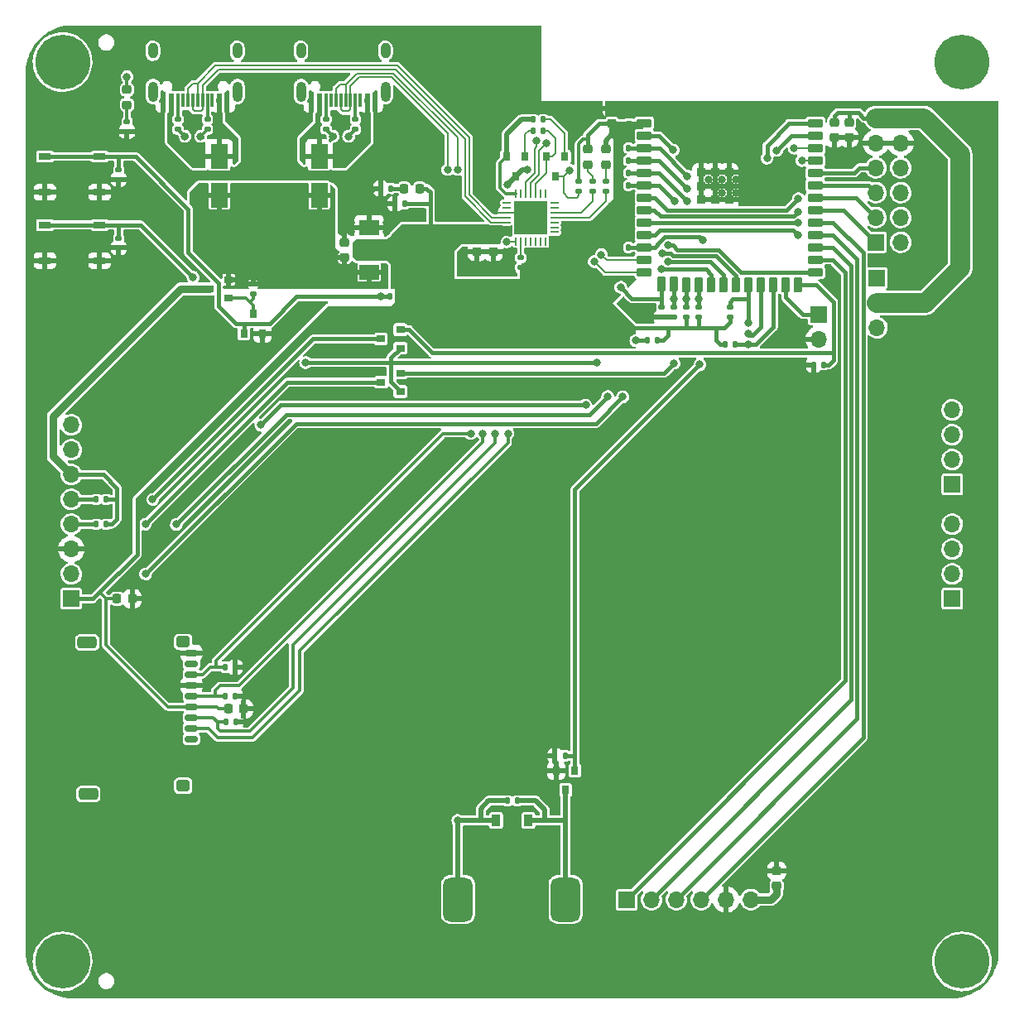
<source format=gtl>
G04 #@! TF.GenerationSoftware,KiCad,Pcbnew,6.0.2+dfsg-1*
G04 #@! TF.CreationDate,2023-06-12T23:47:37+02:00*
G04 #@! TF.ProjectId,Logic_1,4c6f6769-635f-4312-9e6b-696361645f70,rev?*
G04 #@! TF.SameCoordinates,Original*
G04 #@! TF.FileFunction,Copper,L1,Top*
G04 #@! TF.FilePolarity,Positive*
%FSLAX46Y46*%
G04 Gerber Fmt 4.6, Leading zero omitted, Abs format (unit mm)*
G04 Created by KiCad (PCBNEW 6.0.2+dfsg-1) date 2023-06-12 23:47:37*
%MOMM*%
%LPD*%
G01*
G04 APERTURE LIST*
G04 Aperture macros list*
%AMRoundRect*
0 Rectangle with rounded corners*
0 $1 Rounding radius*
0 $2 $3 $4 $5 $6 $7 $8 $9 X,Y pos of 4 corners*
0 Add a 4 corners polygon primitive as box body*
4,1,4,$2,$3,$4,$5,$6,$7,$8,$9,$2,$3,0*
0 Add four circle primitives for the rounded corners*
1,1,$1+$1,$2,$3*
1,1,$1+$1,$4,$5*
1,1,$1+$1,$6,$7*
1,1,$1+$1,$8,$9*
0 Add four rect primitives between the rounded corners*
20,1,$1+$1,$2,$3,$4,$5,0*
20,1,$1+$1,$4,$5,$6,$7,0*
20,1,$1+$1,$6,$7,$8,$9,0*
20,1,$1+$1,$8,$9,$2,$3,0*%
G04 Aperture macros list end*
G04 #@! TA.AperFunction,SMDPad,CuDef*
%ADD10RoundRect,0.135000X-0.135000X-0.185000X0.135000X-0.185000X0.135000X0.185000X-0.135000X0.185000X0*%
G04 #@! TD*
G04 #@! TA.AperFunction,SMDPad,CuDef*
%ADD11RoundRect,0.175000X0.475000X-0.175000X0.475000X0.175000X-0.475000X0.175000X-0.475000X-0.175000X0*%
G04 #@! TD*
G04 #@! TA.AperFunction,SMDPad,CuDef*
%ADD12RoundRect,0.300000X-0.700000X0.300000X-0.700000X-0.300000X0.700000X-0.300000X0.700000X0.300000X0*%
G04 #@! TD*
G04 #@! TA.AperFunction,SMDPad,CuDef*
%ADD13RoundRect,0.287500X-0.412500X0.287500X-0.412500X-0.287500X0.412500X-0.287500X0.412500X0.287500X0*%
G04 #@! TD*
G04 #@! TA.AperFunction,SMDPad,CuDef*
%ADD14RoundRect,0.300000X-0.400000X0.300000X-0.400000X-0.300000X0.400000X-0.300000X0.400000X0.300000X0*%
G04 #@! TD*
G04 #@! TA.AperFunction,SMDPad,CuDef*
%ADD15R,0.800000X0.900000*%
G04 #@! TD*
G04 #@! TA.AperFunction,SMDPad,CuDef*
%ADD16R,0.900000X1.200000*%
G04 #@! TD*
G04 #@! TA.AperFunction,SMDPad,CuDef*
%ADD17RoundRect,0.135000X0.185000X-0.135000X0.185000X0.135000X-0.185000X0.135000X-0.185000X-0.135000X0*%
G04 #@! TD*
G04 #@! TA.AperFunction,ComponentPad*
%ADD18R,1.700000X1.700000*%
G04 #@! TD*
G04 #@! TA.AperFunction,ComponentPad*
%ADD19O,1.700000X1.700000*%
G04 #@! TD*
G04 #@! TA.AperFunction,SMDPad,CuDef*
%ADD20RoundRect,0.225000X0.250000X-0.225000X0.250000X0.225000X-0.250000X0.225000X-0.250000X-0.225000X0*%
G04 #@! TD*
G04 #@! TA.AperFunction,SMDPad,CuDef*
%ADD21RoundRect,0.100000X-0.650000X-0.350000X0.650000X-0.350000X0.650000X0.350000X-0.650000X0.350000X0*%
G04 #@! TD*
G04 #@! TA.AperFunction,SMDPad,CuDef*
%ADD22RoundRect,0.100000X-0.350000X0.650000X-0.350000X-0.650000X0.350000X-0.650000X0.350000X0.650000X0*%
G04 #@! TD*
G04 #@! TA.AperFunction,SMDPad,CuDef*
%ADD23RoundRect,0.100000X-0.350000X-0.350000X0.350000X-0.350000X0.350000X0.350000X-0.350000X0.350000X0*%
G04 #@! TD*
G04 #@! TA.AperFunction,SMDPad,CuDef*
%ADD24RoundRect,0.140000X-0.140000X-0.170000X0.140000X-0.170000X0.140000X0.170000X-0.140000X0.170000X0*%
G04 #@! TD*
G04 #@! TA.AperFunction,SMDPad,CuDef*
%ADD25RoundRect,0.218750X-0.218750X-0.256250X0.218750X-0.256250X0.218750X0.256250X-0.218750X0.256250X0*%
G04 #@! TD*
G04 #@! TA.AperFunction,SMDPad,CuDef*
%ADD26RoundRect,0.225000X-0.250000X0.225000X-0.250000X-0.225000X0.250000X-0.225000X0.250000X0.225000X0*%
G04 #@! TD*
G04 #@! TA.AperFunction,SMDPad,CuDef*
%ADD27RoundRect,0.218750X0.256250X-0.218750X0.256250X0.218750X-0.256250X0.218750X-0.256250X-0.218750X0*%
G04 #@! TD*
G04 #@! TA.AperFunction,SMDPad,CuDef*
%ADD28RoundRect,0.135000X-0.185000X0.135000X-0.185000X-0.135000X0.185000X-0.135000X0.185000X0.135000X0*%
G04 #@! TD*
G04 #@! TA.AperFunction,SMDPad,CuDef*
%ADD29R,0.900000X0.800000*%
G04 #@! TD*
G04 #@! TA.AperFunction,SMDPad,CuDef*
%ADD30RoundRect,0.750000X0.750000X1.500000X-0.750000X1.500000X-0.750000X-1.500000X0.750000X-1.500000X0*%
G04 #@! TD*
G04 #@! TA.AperFunction,SMDPad,CuDef*
%ADD31RoundRect,0.750000X0.750000X-1.500000X0.750000X1.500000X-0.750000X1.500000X-0.750000X-1.500000X0*%
G04 #@! TD*
G04 #@! TA.AperFunction,SMDPad,CuDef*
%ADD32RoundRect,0.062500X-0.337500X-0.062500X0.337500X-0.062500X0.337500X0.062500X-0.337500X0.062500X0*%
G04 #@! TD*
G04 #@! TA.AperFunction,SMDPad,CuDef*
%ADD33RoundRect,0.062500X-0.062500X-0.337500X0.062500X-0.337500X0.062500X0.337500X-0.062500X0.337500X0*%
G04 #@! TD*
G04 #@! TA.AperFunction,SMDPad,CuDef*
%ADD34R,3.350000X3.350000*%
G04 #@! TD*
G04 #@! TA.AperFunction,ComponentPad*
%ADD35C,5.600000*%
G04 #@! TD*
G04 #@! TA.AperFunction,SMDPad,CuDef*
%ADD36RoundRect,0.135000X0.135000X0.185000X-0.135000X0.185000X-0.135000X-0.185000X0.135000X-0.185000X0*%
G04 #@! TD*
G04 #@! TA.AperFunction,SMDPad,CuDef*
%ADD37R,2.000000X1.500000*%
G04 #@! TD*
G04 #@! TA.AperFunction,SMDPad,CuDef*
%ADD38R,2.000000X3.800000*%
G04 #@! TD*
G04 #@! TA.AperFunction,SMDPad,CuDef*
%ADD39R,0.600000X1.450000*%
G04 #@! TD*
G04 #@! TA.AperFunction,SMDPad,CuDef*
%ADD40R,0.300000X1.450000*%
G04 #@! TD*
G04 #@! TA.AperFunction,ComponentPad*
%ADD41O,1.000000X1.600000*%
G04 #@! TD*
G04 #@! TA.AperFunction,ComponentPad*
%ADD42O,1.000000X2.100000*%
G04 #@! TD*
G04 #@! TA.AperFunction,SMDPad,CuDef*
%ADD43R,1.300000X0.700000*%
G04 #@! TD*
G04 #@! TA.AperFunction,SMDPad,CuDef*
%ADD44R,1.800000X2.500000*%
G04 #@! TD*
G04 #@! TA.AperFunction,SMDPad,CuDef*
%ADD45RoundRect,0.140000X-0.170000X0.140000X-0.170000X-0.140000X0.170000X-0.140000X0.170000X0.140000X0*%
G04 #@! TD*
G04 #@! TA.AperFunction,SMDPad,CuDef*
%ADD46RoundRect,0.225000X-0.225000X-0.250000X0.225000X-0.250000X0.225000X0.250000X-0.225000X0.250000X0*%
G04 #@! TD*
G04 #@! TA.AperFunction,ViaPad*
%ADD47C,0.800000*%
G04 #@! TD*
G04 #@! TA.AperFunction,Conductor*
%ADD48C,0.300000*%
G04 #@! TD*
G04 #@! TA.AperFunction,Conductor*
%ADD49C,0.400000*%
G04 #@! TD*
G04 #@! TA.AperFunction,Conductor*
%ADD50C,0.200000*%
G04 #@! TD*
G04 #@! TA.AperFunction,Conductor*
%ADD51C,0.500000*%
G04 #@! TD*
G04 #@! TA.AperFunction,Conductor*
%ADD52C,0.800000*%
G04 #@! TD*
G04 #@! TA.AperFunction,Conductor*
%ADD53C,1.000000*%
G04 #@! TD*
G04 #@! TA.AperFunction,Conductor*
%ADD54C,2.000000*%
G04 #@! TD*
G04 APERTURE END LIST*
D10*
G04 #@! TO.P,R19,1*
G04 #@! TO.N,/elektronika.sch/GND*
X194370000Y-119960000D03*
G04 #@! TO.P,R19,2*
G04 #@! TO.N,/elektronika.sch/PIEZO*
X195390000Y-119960000D03*
G04 #@! TD*
D11*
G04 #@! TO.P,J2,1,DAT2*
G04 #@! TO.N,unconnected-(J2-Pad1)*
X157180000Y-118252500D03*
G04 #@! TO.P,J2,2,DAT3/CD*
G04 #@! TO.N,/elektronika.sch/ESP+programing/IO03-PD*
X157180000Y-117152500D03*
G04 #@! TO.P,J2,3,CMD*
G04 #@! TO.N,/elektronika.sch/ESP+programing/IO11*
X157180000Y-116052500D03*
G04 #@! TO.P,J2,4,VDD*
G04 #@! TO.N,/elektronika.sch/3V3*
X157180000Y-114952500D03*
G04 #@! TO.P,J2,5,CLK*
G04 #@! TO.N,/elektronika.sch/ESP+programing/IO12*
X157180000Y-113852500D03*
G04 #@! TO.P,J2,6,VSS*
G04 #@! TO.N,/elektronika.sch/GND*
X157180000Y-112752500D03*
G04 #@! TO.P,J2,7,DAT0*
G04 #@! TO.N,/elektronika.sch/ESP+programing/IO13*
X157180000Y-111652500D03*
G04 #@! TO.P,J2,8,DAT1*
G04 #@! TO.N,unconnected-(J2-Pad8)*
X157180000Y-110552500D03*
G04 #@! TO.P,J2,9,SHIELD*
G04 #@! TO.N,/elektronika.sch/GND*
X157180000Y-109452500D03*
D12*
G04 #@! TO.P,J2,10*
G04 #@! TO.N,N/C*
X146530000Y-108352500D03*
X146630000Y-123872500D03*
D13*
X156330000Y-108302500D03*
D14*
X156330000Y-123032500D03*
G04 #@! TD*
D15*
G04 #@! TO.P,Q6,1,G*
G04 #@! TO.N,/elektronika.sch/PIEZO*
X196400000Y-121460000D03*
G04 #@! TO.P,Q6,2,S*
G04 #@! TO.N,/elektronika.sch/GND*
X194500000Y-121460000D03*
G04 #@! TO.P,Q6,3,D*
G04 #@! TO.N,Net-(BZ1-Pad2)*
X195450000Y-123460000D03*
G04 #@! TD*
D16*
G04 #@! TO.P,D114,1,K*
G04 #@! TO.N,/elektronika.sch/5V*
X188350000Y-126560000D03*
G04 #@! TO.P,D114,2,A*
G04 #@! TO.N,Net-(BZ1-Pad2)*
X191650000Y-126560000D03*
G04 #@! TD*
D17*
G04 #@! TO.P,R16,1*
G04 #@! TO.N,/elektronika.sch/GND*
X173960000Y-55905000D03*
G04 #@! TO.P,R16,2*
G04 #@! TO.N,Net-(J8-PadA5)*
X173960000Y-54885000D03*
G04 #@! TD*
G04 #@! TO.P,R17,1*
G04 #@! TO.N,/elektronika.sch/GND*
X170955000Y-55895000D03*
G04 #@! TO.P,R17,2*
G04 #@! TO.N,Net-(J8-PadB5)*
X170955000Y-54875000D03*
G04 #@! TD*
D18*
G04 #@! TO.P,J3,1,Pin_1*
G04 #@! TO.N,/elektronika.sch/IO35*
X201685000Y-134670000D03*
D19*
G04 #@! TO.P,J3,2,Pin_2*
G04 #@! TO.N,/elektronika.sch/IO36*
X204225000Y-134670000D03*
G04 #@! TO.P,J3,3,Pin_3*
G04 #@! TO.N,/elektronika.sch/IO37*
X206765000Y-134670000D03*
G04 #@! TO.P,J3,4,Pin_4*
G04 #@! TO.N,/elektronika.sch/IO38*
X209305000Y-134670000D03*
G04 #@! TO.P,J3,5,Pin_5*
G04 #@! TO.N,/elektronika.sch/GND*
X211845000Y-134670000D03*
G04 #@! TO.P,J3,6,Pin_6*
G04 #@! TO.N,/elektronika.sch/5V*
X214385000Y-134670000D03*
G04 #@! TD*
D20*
G04 #@! TO.P,C24,1*
G04 #@! TO.N,/elektronika.sch/GND*
X188050000Y-68425000D03*
G04 #@! TO.P,C24,2*
G04 #@! TO.N,/elektronika.sch/3V3*
X188050000Y-66875000D03*
G04 #@! TD*
D21*
G04 #@! TO.P,U3,1,GND*
G04 #@! TO.N,/elektronika.sch/GND*
X203505000Y-53995000D03*
G04 #@! TO.P,U3,2,3V3*
G04 #@! TO.N,/elektronika.sch/3V3*
X203505000Y-55265000D03*
G04 #@! TO.P,U3,3,EN*
G04 #@! TO.N,/elektronika.sch/EN*
X203505000Y-56535000D03*
G04 #@! TO.P,U3,4,IO04*
G04 #@! TO.N,/elektronika.sch/SW_5*
X203505000Y-57805000D03*
G04 #@! TO.P,U3,5,IO05*
G04 #@! TO.N,/elektronika.sch/SW_2*
X203505000Y-59075000D03*
G04 #@! TO.P,U3,6,IO06*
G04 #@! TO.N,/elektronika.sch/SW_3*
X203505000Y-60345000D03*
G04 #@! TO.P,U3,7,IO07*
G04 #@! TO.N,/elektronika.sch/SW_8*
X203505000Y-61615000D03*
G04 #@! TO.P,U3,8,IO15*
G04 #@! TO.N,/elektronika.sch/IO15*
X203505000Y-62885000D03*
G04 #@! TO.P,U3,9,IO16*
G04 #@! TO.N,/elektronika.sch/IO16*
X203505000Y-64155000D03*
G04 #@! TO.P,U3,10,IO17*
G04 #@! TO.N,/elektronika.sch/IO17*
X203505000Y-65425000D03*
G04 #@! TO.P,U3,11,IO18*
G04 #@! TO.N,/elektronika.sch/IO18*
X203505000Y-66695000D03*
G04 #@! TO.P,U3,12,IO08*
G04 #@! TO.N,/elektronika.sch/SW_11*
X203505000Y-67965000D03*
G04 #@! TO.P,U3,13,IO19-D-*
G04 #@! TO.N,/elektronika.sch/ESP+programing/D-*
X203505000Y-69235000D03*
G04 #@! TO.P,U3,14,IO20-D+*
G04 #@! TO.N,/elektronika.sch/ESP+programing/D+*
X203505000Y-70505000D03*
D22*
G04 #@! TO.P,U3,15,IO03-PD*
G04 #@! TO.N,/elektronika.sch/ESP+programing/IO03-PD*
X205270000Y-71735000D03*
G04 #@! TO.P,U3,16,IO46-PD*
G04 #@! TO.N,/elektronika.sch/DATA_ZADANI_LED_LS*
X206540000Y-71735000D03*
G04 #@! TO.P,U3,17,IO09*
G04 #@! TO.N,/elektronika.sch/SW_10*
X207810000Y-71775000D03*
G04 #@! TO.P,U3,18,IO10*
G04 #@! TO.N,/elektronika.sch/SW_4*
X209080000Y-71775000D03*
G04 #@! TO.P,U3,19,IO11*
G04 #@! TO.N,/elektronika.sch/ESP+programing/IO11*
X210350000Y-71775000D03*
G04 #@! TO.P,U3,20,IO12*
G04 #@! TO.N,/elektronika.sch/ESP+programing/IO12*
X211620000Y-71775000D03*
G04 #@! TO.P,U3,21,IO13*
G04 #@! TO.N,/elektronika.sch/ESP+programing/IO13*
X212890000Y-71775000D03*
G04 #@! TO.P,U3,22,IO14*
G04 #@! TO.N,/elektronika.sch/SW_9*
X214160000Y-71775000D03*
G04 #@! TO.P,U3,23,IO21*
G04 #@! TO.N,/elektronika.sch/PIEZO*
X215430000Y-71775000D03*
G04 #@! TO.P,U3,24,IO47*
G04 #@! TO.N,/elektronika.sch/SW_12*
X216700000Y-71775000D03*
G04 #@! TO.P,U3,25,IO48*
G04 #@! TO.N,/elektronika.sch/ESP+programing/IO48*
X217970000Y-71775000D03*
G04 #@! TO.P,U3,26,IO45-PD*
G04 #@! TO.N,/elektronika.sch/DATA_HERNI_LED_LS*
X219240000Y-71775000D03*
D21*
G04 #@! TO.P,U3,27,IO00-PU*
G04 #@! TO.N,/elektronika.sch/ZAPINANI_1_CAST_LED*
X221005000Y-70505000D03*
G04 #@! TO.P,U3,28,IO35*
G04 #@! TO.N,/elektronika.sch/IO35*
X221005000Y-69235000D03*
G04 #@! TO.P,U3,29,IO36*
G04 #@! TO.N,/elektronika.sch/IO36*
X221005000Y-67965000D03*
G04 #@! TO.P,U3,30,IO37*
G04 #@! TO.N,/elektronika.sch/IO37*
X221005000Y-66695000D03*
G04 #@! TO.P,U3,31,IO38*
G04 #@! TO.N,/elektronika.sch/IO38*
X221005000Y-65425000D03*
G04 #@! TO.P,U3,32,IO39*
G04 #@! TO.N,/elektronika.sch/IO39*
X221005000Y-64155000D03*
G04 #@! TO.P,U3,33,IO40*
G04 #@! TO.N,/elektronika.sch/IO40*
X221005000Y-62885000D03*
G04 #@! TO.P,U3,34,IO41*
G04 #@! TO.N,/elektronika.sch/IO41*
X221005000Y-61615000D03*
G04 #@! TO.P,U3,35,IO42*
G04 #@! TO.N,/elektronika.sch/IO42*
X221005000Y-60345000D03*
G04 #@! TO.P,U3,36,IO44-RX*
G04 #@! TO.N,/elektronika.sch/ESP+programing/RX_ESP*
X221005000Y-59075000D03*
G04 #@! TO.P,U3,37,IO43-TX*
G04 #@! TO.N,/elektronika.sch/ESP+programing/TX_ESP*
X221005000Y-57805000D03*
G04 #@! TO.P,U3,38,IO02*
G04 #@! TO.N,/elektronika.sch/SENZOR_SVETLA*
X221005000Y-56535000D03*
G04 #@! TO.P,U3,39,IO01*
G04 #@! TO.N,/elektronika.sch/SW_7*
X221005000Y-55265000D03*
G04 #@! TO.P,U3,40,GND*
G04 #@! TO.N,/elektronika.sch/GND*
X221005000Y-53995000D03*
D23*
G04 #@! TO.P,U3,41,GND*
X209355000Y-63095000D03*
X212155000Y-60295000D03*
X210755000Y-63095000D03*
X210755000Y-60295000D03*
X209355000Y-61695000D03*
X212155000Y-63095000D03*
X210755000Y-61695000D03*
X209355000Y-60295000D03*
X212155000Y-61695000D03*
G04 #@! TD*
D24*
G04 #@! TO.P,C25,1*
G04 #@! TO.N,/elektronika.sch/GND*
X178010000Y-63505000D03*
G04 #@! TO.P,C25,2*
G04 #@! TO.N,/elektronika.sch/3V3*
X178970000Y-63505000D03*
G04 #@! TD*
D25*
G04 #@! TO.P,D2,1,K*
G04 #@! TO.N,Net-(D2-Pad1)*
X178960000Y-61935000D03*
G04 #@! TO.P,D2,2,A*
G04 #@! TO.N,/elektronika.sch/3V3*
X180535000Y-61935000D03*
G04 #@! TD*
D26*
G04 #@! TO.P,C1,1*
G04 #@! TO.N,/elektronika.sch/PMOD-POWER*
X222930000Y-55200000D03*
G04 #@! TO.P,C1,2*
G04 #@! TO.N,/elektronika.sch/GND*
X222930000Y-56750000D03*
G04 #@! TD*
D20*
G04 #@! TO.P,C4,1*
G04 #@! TO.N,/elektronika.sch/5V*
X217040000Y-133260000D03*
G04 #@! TO.P,C4,2*
G04 #@! TO.N,/elektronika.sch/GND*
X217040000Y-131710000D03*
G04 #@! TD*
D27*
G04 #@! TO.P,D10,1,K*
G04 #@! TO.N,Net-(D10-Pad1)*
X197695000Y-59495000D03*
G04 #@! TO.P,D10,2,A*
G04 #@! TO.N,/elektronika.sch/3V3*
X197695000Y-57920000D03*
G04 #@! TD*
D26*
G04 #@! TO.P,C5,1*
G04 #@! TO.N,/elektronika.sch/PMOD-POWER*
X224440000Y-55200000D03*
G04 #@! TO.P,C5,2*
G04 #@! TO.N,/elektronika.sch/GND*
X224440000Y-56750000D03*
G04 #@! TD*
D27*
G04 #@! TO.P,D1,1,K*
G04 #@! TO.N,Net-(D1-Pad1)*
X150600000Y-53387500D03*
G04 #@! TO.P,D1,2,A*
G04 #@! TO.N,/elektronika.sch/5V*
X150600000Y-51812500D03*
G04 #@! TD*
D15*
G04 #@! TO.P,Q2,1,B*
G04 #@! TO.N,Net-(Q2-Pad1)*
X195345000Y-58675000D03*
G04 #@! TO.P,Q2,2,E*
G04 #@! TO.N,Net-(Q2-Pad2)*
X193445000Y-58675000D03*
G04 #@! TO.P,Q2,3,C*
G04 #@! TO.N,/elektronika.sch/EN*
X194395000Y-60675000D03*
G04 #@! TD*
D28*
G04 #@! TO.P,R15,1*
G04 #@! TO.N,/elektronika.sch/5V*
X163495000Y-71690000D03*
G04 #@! TO.P,R15,2*
G04 #@! TO.N,Net-(Q4-Pad3)*
X163495000Y-72710000D03*
G04 #@! TD*
D29*
G04 #@! TO.P,Q5,1,G*
G04 #@! TO.N,Net-(Q4-Pad3)*
X161000000Y-73155000D03*
G04 #@! TO.P,Q5,2,S*
G04 #@! TO.N,/elektronika.sch/5V*
X161000000Y-71255000D03*
G04 #@! TO.P,Q5,3,D*
G04 #@! TO.N,/elektronika.sch/V_LED*
X159000000Y-72205000D03*
G04 #@! TD*
D10*
G04 #@! TO.P,R3,1*
G04 #@! TO.N,/elektronika.sch/GND*
X176550000Y-61940000D03*
G04 #@! TO.P,R3,2*
G04 #@! TO.N,Net-(D2-Pad1)*
X177570000Y-61940000D03*
G04 #@! TD*
G04 #@! TO.P,R7,1*
G04 #@! TO.N,/elektronika.sch/3V3*
X200880000Y-60340000D03*
G04 #@! TO.P,R7,2*
G04 #@! TO.N,/elektronika.sch/SW_3*
X201900000Y-60340000D03*
G04 #@! TD*
D17*
G04 #@! TO.P,R10,1*
G04 #@! TO.N,/elektronika.sch/3V3*
X207800000Y-75110000D03*
G04 #@! TO.P,R10,2*
G04 #@! TO.N,/elektronika.sch/SW_10*
X207800000Y-74090000D03*
G04 #@! TD*
G04 #@! TO.P,R14,1*
G04 #@! TO.N,/elektronika.sch/3V3*
X212255000Y-75115000D03*
G04 #@! TO.P,R14,2*
G04 #@! TO.N,/elektronika.sch/SW_9*
X212255000Y-74095000D03*
G04 #@! TD*
D15*
G04 #@! TO.P,Q4,1,G*
G04 #@! TO.N,/elektronika.sch/ZAPINANI_1_CAST_LED*
X162545000Y-76755000D03*
G04 #@! TO.P,Q4,2,S*
G04 #@! TO.N,/elektronika.sch/GND*
X164445000Y-76755000D03*
G04 #@! TO.P,Q4,3,D*
G04 #@! TO.N,Net-(Q4-Pad3)*
X163495000Y-74755000D03*
G04 #@! TD*
D10*
G04 #@! TO.P,R9,1*
G04 #@! TO.N,/elektronika.sch/3V3*
X200880000Y-67970000D03*
G04 #@! TO.P,R9,2*
G04 #@! TO.N,/elektronika.sch/SW_11*
X201900000Y-67970000D03*
G04 #@! TD*
D30*
G04 #@! TO.P,BZ1,1,-*
G04 #@! TO.N,/elektronika.sch/5V*
X184450000Y-134660000D03*
D31*
G04 #@! TO.P,BZ1,2,+*
G04 #@! TO.N,Net-(BZ1-Pad2)*
X195450000Y-134660000D03*
G04 #@! TD*
D32*
G04 #@! TO.P,U2,1,~{DCD}*
G04 #@! TO.N,unconnected-(U2-Pad1)*
X189430000Y-63410000D03*
G04 #@! TO.P,U2,2,~{RI}/CLK*
G04 #@! TO.N,unconnected-(U2-Pad2)*
X189430000Y-63910000D03*
G04 #@! TO.P,U2,3,GND*
G04 #@! TO.N,/elektronika.sch/GND*
X189430000Y-64410000D03*
G04 #@! TO.P,U2,4,D+*
G04 #@! TO.N,/elektronika.sch/ESP+programing/D+_UART*
X189430000Y-64910000D03*
G04 #@! TO.P,U2,5,D-*
G04 #@! TO.N,/elektronika.sch/ESP+programing/D-_UART*
X189430000Y-65410000D03*
G04 #@! TO.P,U2,6,VDD*
G04 #@! TO.N,/elektronika.sch/3V3*
X189430000Y-65910000D03*
G04 #@! TO.P,U2,7,REGIN*
X189430000Y-66410000D03*
D33*
G04 #@! TO.P,U2,8,VBUS*
G04 #@! TO.N,/elektronika.sch/5V*
X190380000Y-67360000D03*
G04 #@! TO.P,U2,9,~{RSTb}*
G04 #@! TO.N,Net-(R22-Pad2)*
X190880000Y-67360000D03*
G04 #@! TO.P,U2,10,NC*
G04 #@! TO.N,unconnected-(U2-Pad10)*
X191380000Y-67360000D03*
G04 #@! TO.P,U2,11,~{SUSPENDb}*
G04 #@! TO.N,unconnected-(U2-Pad11)*
X191880000Y-67360000D03*
G04 #@! TO.P,U2,12,SUSPEND*
G04 #@! TO.N,unconnected-(U2-Pad12)*
X192380000Y-67360000D03*
G04 #@! TO.P,U2,13,CHREN*
G04 #@! TO.N,unconnected-(U2-Pad13)*
X192880000Y-67360000D03*
G04 #@! TO.P,U2,14,CHR1*
G04 #@! TO.N,unconnected-(U2-Pad14)*
X193380000Y-67360000D03*
D32*
G04 #@! TO.P,U2,15,CHR0*
G04 #@! TO.N,unconnected-(U2-Pad15)*
X194330000Y-66410000D03*
G04 #@! TO.P,U2,16,~{WAKEUP}/GPIO.3*
G04 #@! TO.N,unconnected-(U2-Pad16)*
X194330000Y-65910000D03*
G04 #@! TO.P,U2,17,RS485/GPIO.2*
G04 #@! TO.N,unconnected-(U2-Pad17)*
X194330000Y-65410000D03*
G04 #@! TO.P,U2,18,~{RXT}/GPIO.1*
G04 #@! TO.N,Net-(R24-Pad2)*
X194330000Y-64910000D03*
G04 #@! TO.P,U2,19,~{TXT}/GPIO.0*
G04 #@! TO.N,Net-(R23-Pad2)*
X194330000Y-64410000D03*
G04 #@! TO.P,U2,20,GPIO.6*
G04 #@! TO.N,unconnected-(U2-Pad20)*
X194330000Y-63910000D03*
G04 #@! TO.P,U2,21,GPIO.5*
G04 #@! TO.N,unconnected-(U2-Pad21)*
X194330000Y-63410000D03*
D33*
G04 #@! TO.P,U2,22,GPIO.4*
G04 #@! TO.N,unconnected-(U2-Pad22)*
X193380000Y-62460000D03*
G04 #@! TO.P,U2,23,~{CTS}*
G04 #@! TO.N,unconnected-(U2-Pad23)*
X192880000Y-62460000D03*
G04 #@! TO.P,U2,24,~{RTS}*
G04 #@! TO.N,Net-(Q2-Pad2)*
X192380000Y-62460000D03*
G04 #@! TO.P,U2,25,RXD*
G04 #@! TO.N,/elektronika.sch/ESP+programing/TX_ESP*
X191880000Y-62460000D03*
G04 #@! TO.P,U2,26,TXD*
G04 #@! TO.N,/elektronika.sch/ESP+programing/RX_ESP*
X191380000Y-62460000D03*
G04 #@! TO.P,U2,27,~{DSR}*
G04 #@! TO.N,unconnected-(U2-Pad27)*
X190880000Y-62460000D03*
G04 #@! TO.P,U2,28,~{DTR}*
G04 #@! TO.N,Net-(Q1-Pad2)*
X190380000Y-62460000D03*
D34*
G04 #@! TO.P,U2,29,GND*
G04 #@! TO.N,/elektronika.sch/GND*
X191880000Y-64910000D03*
G04 #@! TD*
D15*
G04 #@! TO.P,Q1,1,B*
G04 #@! TO.N,Net-(Q1-Pad1)*
X191320000Y-58680000D03*
G04 #@! TO.P,Q1,2,E*
G04 #@! TO.N,Net-(Q1-Pad2)*
X189420000Y-58680000D03*
G04 #@! TO.P,Q1,3,C*
G04 #@! TO.N,/elektronika.sch/ZAPINANI_1_CAST_LED*
X190370000Y-60680000D03*
G04 #@! TD*
D35*
G04 #@! TO.P,H1,1*
G04 #@! TO.N,N/C*
X144000000Y-49000000D03*
G04 #@! TD*
G04 #@! TO.P,H2,1*
G04 #@! TO.N,N/C*
X236000000Y-49000000D03*
G04 #@! TD*
D17*
G04 #@! TO.P,R2,1*
G04 #@! TO.N,/elektronika.sch/GND*
X150600000Y-56110000D03*
G04 #@! TO.P,R2,2*
G04 #@! TO.N,Net-(D1-Pad1)*
X150600000Y-55090000D03*
G04 #@! TD*
D35*
G04 #@! TO.P,H3,1*
G04 #@! TO.N,N/C*
X144000000Y-141000000D03*
G04 #@! TD*
D10*
G04 #@! TO.P,R8,1*
G04 #@! TO.N,/elektronika.sch/3V3*
X200880000Y-61615000D03*
G04 #@! TO.P,R8,2*
G04 #@! TO.N,/elektronika.sch/SW_8*
X201900000Y-61615000D03*
G04 #@! TD*
D35*
G04 #@! TO.P,H4,1*
G04 #@! TO.N,N/C*
X236000000Y-141000000D03*
G04 #@! TD*
D29*
G04 #@! TO.P,Q8,1,G*
G04 #@! TO.N,/elektronika.sch/EN*
X178555000Y-78275000D03*
G04 #@! TO.P,Q8,2,S*
G04 #@! TO.N,/elektronika.sch/DATA_HERNI_LED_LS*
X178555000Y-76375000D03*
G04 #@! TO.P,Q8,3,D*
G04 #@! TO.N,/elektronika.sch/DATA_HERNI_LED*
X176555000Y-77325000D03*
G04 #@! TD*
D17*
G04 #@! TO.P,R12,1*
G04 #@! TO.N,/elektronika.sch/3V3*
X209070000Y-75110000D03*
G04 #@! TO.P,R12,2*
G04 #@! TO.N,/elektronika.sch/SW_4*
X209070000Y-74090000D03*
G04 #@! TD*
D36*
G04 #@! TO.P,R18,1*
G04 #@! TO.N,/elektronika.sch/V_LED*
X148475000Y-93740000D03*
G04 #@! TO.P,R18,2*
G04 #@! TO.N,/elektronika.sch/DATA_HERNI_LED*
X147455000Y-93740000D03*
G04 #@! TD*
D29*
G04 #@! TO.P,Q7,1,G*
G04 #@! TO.N,/elektronika.sch/EN*
X178560000Y-82705000D03*
G04 #@! TO.P,Q7,2,S*
G04 #@! TO.N,/elektronika.sch/DATA_ZADANI_LED_LS*
X178560000Y-80805000D03*
G04 #@! TO.P,Q7,3,D*
G04 #@! TO.N,/elektronika.sch/DATA_ZADANI_LED*
X176560000Y-81755000D03*
G04 #@! TD*
D10*
G04 #@! TO.P,R4,1*
G04 #@! TO.N,/elektronika.sch/3V3*
X200880000Y-57805000D03*
G04 #@! TO.P,R4,2*
G04 #@! TO.N,/elektronika.sch/SW_5*
X201900000Y-57805000D03*
G04 #@! TD*
D36*
G04 #@! TO.P,R11,1*
G04 #@! TO.N,/elektronika.sch/V_LED*
X148470000Y-96285000D03*
G04 #@! TO.P,R11,2*
G04 #@! TO.N,/elektronika.sch/DATA_ZADANI_LED*
X147450000Y-96285000D03*
G04 #@! TD*
D37*
G04 #@! TO.P,U1,1,GND*
G04 #@! TO.N,/elektronika.sch/GND*
X175340000Y-65905000D03*
D38*
G04 #@! TO.P,U1,2,VO*
G04 #@! TO.N,/elektronika.sch/3V3*
X181640000Y-68205000D03*
D37*
X175340000Y-68205000D03*
G04 #@! TO.P,U1,3,VI*
G04 #@! TO.N,/elektronika.sch/5V*
X175340000Y-70505000D03*
G04 #@! TD*
D18*
G04 #@! TO.P,J7,1,Pin_1*
G04 #@! TO.N,/elektronika.sch/3V3*
X144900000Y-103900000D03*
D19*
G04 #@! TO.P,J7,2,Pin_2*
G04 #@! TO.N,/elektronika.sch/SW_7*
X144900000Y-101360000D03*
G04 #@! TO.P,J7,3,Pin_3*
G04 #@! TO.N,/elektronika.sch/GND*
X144900000Y-98820000D03*
G04 #@! TO.P,J7,4,Pin_4*
G04 #@! TO.N,/elektronika.sch/DATA_ZADANI_LED*
X144900000Y-96280000D03*
G04 #@! TO.P,J7,5,Pin_5*
G04 #@! TO.N,/elektronika.sch/DATA_HERNI_LED*
X144900000Y-93740000D03*
G04 #@! TO.P,J7,6,Pin_6*
G04 #@! TO.N,/elektronika.sch/V_LED*
X144900000Y-91200000D03*
G04 #@! TO.P,J7,7,Pin_7*
G04 #@! TO.N,/elektronika.sch/SENZOR_SVETLA*
X144900000Y-88660000D03*
G04 #@! TO.P,J7,8,Pin_8*
G04 #@! TO.N,/elektronika.sch/SW_12*
X144900000Y-86120000D03*
G04 #@! TD*
D39*
G04 #@! TO.P,J8,A1,GND*
G04 #@! TO.N,/elektronika.sch/GND*
X175960000Y-52945000D03*
G04 #@! TO.P,J8,A4,VBUS*
G04 #@! TO.N,Net-(D7-Pad2)*
X175160000Y-52945000D03*
D40*
G04 #@! TO.P,J8,A5,CC1*
G04 #@! TO.N,Net-(J8-PadA5)*
X173960000Y-52945000D03*
G04 #@! TO.P,J8,A6,D+*
G04 #@! TO.N,/elektronika.sch/ESP+programing/D+*
X172960000Y-52945000D03*
G04 #@! TO.P,J8,A7,D-*
G04 #@! TO.N,/elektronika.sch/ESP+programing/D-*
X172460000Y-52945000D03*
G04 #@! TO.P,J8,A8,SBU1*
G04 #@! TO.N,unconnected-(J8-PadA8)*
X171460000Y-52945000D03*
D39*
G04 #@! TO.P,J8,A9,VBUS*
G04 #@! TO.N,Net-(D7-Pad2)*
X170260000Y-52945000D03*
G04 #@! TO.P,J8,A12,GND*
G04 #@! TO.N,/elektronika.sch/GND*
X169460000Y-52945000D03*
G04 #@! TO.P,J8,B1,GND*
X169460000Y-52945000D03*
G04 #@! TO.P,J8,B4,VBUS*
G04 #@! TO.N,Net-(D7-Pad2)*
X170260000Y-52945000D03*
D40*
G04 #@! TO.P,J8,B5,CC2*
G04 #@! TO.N,Net-(J8-PadB5)*
X170960000Y-52945000D03*
G04 #@! TO.P,J8,B6,D+*
G04 #@! TO.N,/elektronika.sch/ESP+programing/D+*
X171960000Y-52945000D03*
G04 #@! TO.P,J8,B7,D-*
G04 #@! TO.N,/elektronika.sch/ESP+programing/D-*
X173460000Y-52945000D03*
G04 #@! TO.P,J8,B8,SBU2*
G04 #@! TO.N,unconnected-(J8-PadB8)*
X174460000Y-52945000D03*
D39*
G04 #@! TO.P,J8,B9,VBUS*
G04 #@! TO.N,Net-(D7-Pad2)*
X175160000Y-52945000D03*
G04 #@! TO.P,J8,B12,GND*
G04 #@! TO.N,/elektronika.sch/GND*
X175960000Y-52945000D03*
D41*
G04 #@! TO.P,J8,S1,SHIELD*
G04 #@! TO.N,N/C*
X177030000Y-47850000D03*
D42*
X168390000Y-52030000D03*
D41*
X168390000Y-47850000D03*
D42*
X177030000Y-52030000D03*
G04 #@! TD*
D18*
G04 #@! TO.P,J9,1,Pin_1*
G04 #@! TO.N,/elektronika.sch/SW_5*
X235000000Y-103900000D03*
D19*
G04 #@! TO.P,J9,2,Pin_2*
G04 #@! TO.N,/elektronika.sch/SW_9*
X235000000Y-101360000D03*
G04 #@! TO.P,J9,3,Pin_3*
G04 #@! TO.N,/elektronika.sch/SW_10*
X235000000Y-98820000D03*
G04 #@! TO.P,J9,4,Pin_4*
G04 #@! TO.N,/elektronika.sch/SW_4*
X235000000Y-96280000D03*
G04 #@! TD*
D18*
G04 #@! TO.P,J10,1,Pin_1*
G04 #@! TO.N,/elektronika.sch/SW_11*
X235000000Y-92200000D03*
D19*
G04 #@! TO.P,J10,2,Pin_2*
G04 #@! TO.N,/elektronika.sch/SW_8*
X235000000Y-89660000D03*
G04 #@! TO.P,J10,3,Pin_3*
G04 #@! TO.N,/elektronika.sch/SW_3*
X235000000Y-87120000D03*
G04 #@! TO.P,J10,4,Pin_4*
G04 #@! TO.N,/elektronika.sch/SW_2*
X235000000Y-84580000D03*
G04 #@! TD*
D43*
G04 #@! TO.P,BOOT1,1,1*
G04 #@! TO.N,/elektronika.sch/ZAPINANI_1_CAST_LED*
X142200000Y-58665000D03*
X147800000Y-58665000D03*
G04 #@! TO.P,BOOT1,2,2*
G04 #@! TO.N,/elektronika.sch/GND*
X147800000Y-62315000D03*
X142200000Y-62315000D03*
G04 #@! TD*
D44*
G04 #@! TO.P,D7,1,K*
G04 #@! TO.N,/elektronika.sch/5V*
X170250000Y-62630000D03*
G04 #@! TO.P,D7,2,A*
G04 #@! TO.N,Net-(D7-Pad2)*
X170250000Y-58630000D03*
G04 #@! TD*
D10*
G04 #@! TO.P,R6,1*
G04 #@! TO.N,/elektronika.sch/3V3*
X200875000Y-59075000D03*
G04 #@! TO.P,R6,2*
G04 #@! TO.N,/elektronika.sch/SW_2*
X201895000Y-59075000D03*
G04 #@! TD*
D27*
G04 #@! TO.P,D9,1,K*
G04 #@! TO.N,Net-(D9-Pad1)*
X199595000Y-59495000D03*
G04 #@! TO.P,D9,2,A*
G04 #@! TO.N,/elektronika.sch/3V3*
X199595000Y-57920000D03*
G04 #@! TD*
D17*
G04 #@! TO.P,R21,1*
G04 #@! TO.N,/elektronika.sch/GND*
X155815000Y-55910000D03*
G04 #@! TO.P,R21,2*
G04 #@! TO.N,Net-(J11-PadB5)*
X155815000Y-54890000D03*
G04 #@! TD*
D26*
G04 #@! TO.P,C128,1*
G04 #@! TO.N,/elektronika.sch/3V3*
X186400000Y-66875000D03*
G04 #@! TO.P,C128,2*
G04 #@! TO.N,/elektronika.sch/GND*
X186400000Y-68425000D03*
G04 #@! TD*
G04 #@! TO.P,C27,1*
G04 #@! TO.N,/elektronika.sch/GND*
X200200000Y-53720000D03*
G04 #@! TO.P,C27,2*
G04 #@! TO.N,/elektronika.sch/3V3*
X200200000Y-55270000D03*
G04 #@! TD*
D36*
G04 #@! TO.P,R26,1*
G04 #@! TO.N,Net-(Q2-Pad1)*
X193165000Y-54885000D03*
G04 #@! TO.P,R26,2*
G04 #@! TO.N,Net-(Q1-Pad2)*
X192145000Y-54885000D03*
G04 #@! TD*
D10*
G04 #@! TO.P,R34,1*
G04 #@! TO.N,/elektronika.sch/ESP+programing/IO13*
X160640000Y-110900000D03*
G04 #@! TO.P,R34,2*
G04 #@! TO.N,/elektronika.sch/GND*
X161660000Y-110900000D03*
G04 #@! TD*
D45*
G04 #@! TO.P,C28,1*
G04 #@! TO.N,/elektronika.sch/GND*
X201965000Y-54305000D03*
G04 #@! TO.P,C28,2*
G04 #@! TO.N,/elektronika.sch/3V3*
X201965000Y-55265000D03*
G04 #@! TD*
D36*
G04 #@! TO.P,R33,1*
G04 #@! TO.N,Net-(BZ1-Pad2)*
X190510000Y-124560000D03*
G04 #@! TO.P,R33,2*
G04 #@! TO.N,/elektronika.sch/5V*
X189490000Y-124560000D03*
G04 #@! TD*
D43*
G04 #@! TO.P,RESET1,1,1*
G04 #@! TO.N,/elektronika.sch/EN*
X142200000Y-65665000D03*
X147800000Y-65665000D03*
G04 #@! TO.P,RESET1,2,2*
G04 #@! TO.N,/elektronika.sch/GND*
X147800000Y-69315000D03*
X142200000Y-69315000D03*
G04 #@! TD*
D36*
G04 #@! TO.P,R29,1*
G04 #@! TO.N,/elektronika.sch/DATA_HERNI_LED_LS*
X221845000Y-79965000D03*
G04 #@! TO.P,R29,2*
G04 #@! TO.N,/elektronika.sch/GND*
X220825000Y-79965000D03*
G04 #@! TD*
D10*
G04 #@! TO.P,R35,1*
G04 #@! TO.N,/elektronika.sch/ESP+programing/IO12*
X160650000Y-113850000D03*
G04 #@! TO.P,R35,2*
G04 #@! TO.N,/elektronika.sch/GND*
X161670000Y-113850000D03*
G04 #@! TD*
D28*
G04 #@! TO.P,R31,1*
G04 #@! TO.N,/elektronika.sch/3V3*
X196795000Y-61190000D03*
G04 #@! TO.P,R31,2*
G04 #@! TO.N,/elektronika.sch/EN*
X196795000Y-62210000D03*
G04 #@! TD*
D36*
G04 #@! TO.P,R1,1*
G04 #@! TO.N,/elektronika.sch/3V3*
X204820000Y-77500000D03*
G04 #@! TO.P,R1,2*
G04 #@! TO.N,/elektronika.sch/SW_7*
X203800000Y-77500000D03*
G04 #@! TD*
D28*
G04 #@! TO.P,R24,1*
G04 #@! TO.N,Net-(D9-Pad1)*
X199595000Y-61185000D03*
G04 #@! TO.P,R24,2*
G04 #@! TO.N,Net-(R24-Pad2)*
X199595000Y-62205000D03*
G04 #@! TD*
D39*
G04 #@! TO.P,J11,A1,GND*
G04 #@! TO.N,/elektronika.sch/GND*
X160815000Y-52945000D03*
G04 #@! TO.P,J11,A4,VBUS*
G04 #@! TO.N,Net-(D8-Pad2)*
X160015000Y-52945000D03*
D40*
G04 #@! TO.P,J11,A5,CC1*
G04 #@! TO.N,Net-(J11-PadA5)*
X158815000Y-52945000D03*
G04 #@! TO.P,J11,A6,D+*
G04 #@! TO.N,/elektronika.sch/ESP+programing/D+_UART*
X157815000Y-52945000D03*
G04 #@! TO.P,J11,A7,D-*
G04 #@! TO.N,/elektronika.sch/ESP+programing/D-_UART*
X157315000Y-52945000D03*
G04 #@! TO.P,J11,A8,SBU1*
G04 #@! TO.N,unconnected-(J11-PadA8)*
X156315000Y-52945000D03*
D39*
G04 #@! TO.P,J11,A9,VBUS*
G04 #@! TO.N,Net-(D8-Pad2)*
X155115000Y-52945000D03*
G04 #@! TO.P,J11,A12,GND*
G04 #@! TO.N,/elektronika.sch/GND*
X154315000Y-52945000D03*
G04 #@! TO.P,J11,B1,GND*
X154315000Y-52945000D03*
G04 #@! TO.P,J11,B4,VBUS*
G04 #@! TO.N,Net-(D8-Pad2)*
X155115000Y-52945000D03*
D40*
G04 #@! TO.P,J11,B5,CC2*
G04 #@! TO.N,Net-(J11-PadB5)*
X155815000Y-52945000D03*
G04 #@! TO.P,J11,B6,D+*
G04 #@! TO.N,/elektronika.sch/ESP+programing/D+_UART*
X156815000Y-52945000D03*
G04 #@! TO.P,J11,B7,D-*
G04 #@! TO.N,/elektronika.sch/ESP+programing/D-_UART*
X158315000Y-52945000D03*
G04 #@! TO.P,J11,B8,SBU2*
G04 #@! TO.N,unconnected-(J11-PadB8)*
X159315000Y-52945000D03*
D39*
G04 #@! TO.P,J11,B9,VBUS*
G04 #@! TO.N,Net-(D8-Pad2)*
X160015000Y-52945000D03*
G04 #@! TO.P,J11,B12,GND*
G04 #@! TO.N,/elektronika.sch/GND*
X160815000Y-52945000D03*
D41*
G04 #@! TO.P,J11,S1,SHIELD*
G04 #@! TO.N,N/C*
X153245000Y-47850000D03*
D42*
X153245000Y-52030000D03*
D41*
X161885000Y-47850000D03*
D42*
X161885000Y-52030000D03*
G04 #@! TD*
D18*
G04 #@! TO.P,J13,1,Pin_1*
G04 #@! TO.N,/elektronika.sch/3V3*
X227300000Y-71100000D03*
D19*
G04 #@! TO.P,J13,2,Pin_2*
G04 #@! TO.N,/elektronika.sch/PMOD-POWER*
X227300000Y-73640000D03*
G04 #@! TO.P,J13,3,Pin_3*
G04 #@! TO.N,/elektronika.sch/5V*
X227300000Y-76180000D03*
G04 #@! TD*
D10*
G04 #@! TO.P,R36,1*
G04 #@! TO.N,/elektronika.sch/ESP+programing/IO11*
X160690000Y-116500000D03*
G04 #@! TO.P,R36,2*
G04 #@! TO.N,/elektronika.sch/GND*
X161710000Y-116500000D03*
G04 #@! TD*
D20*
G04 #@! TO.P,C127,1*
G04 #@! TO.N,/elektronika.sch/5V*
X172850000Y-69025000D03*
G04 #@! TO.P,C127,2*
G04 #@! TO.N,/elektronika.sch/GND*
X172850000Y-67475000D03*
G04 #@! TD*
D44*
G04 #@! TO.P,D8,1,K*
G04 #@! TO.N,/elektronika.sch/5V*
X160020000Y-62635000D03*
G04 #@! TO.P,D8,2,A*
G04 #@! TO.N,Net-(D8-Pad2)*
X160020000Y-58635000D03*
G04 #@! TD*
D45*
G04 #@! TO.P,C29,1*
G04 #@! TO.N,/elektronika.sch/ZAPINANI_1_CAST_LED*
X149750000Y-60040000D03*
G04 #@! TO.P,C29,2*
G04 #@! TO.N,/elektronika.sch/GND*
X149750000Y-61000000D03*
G04 #@! TD*
D28*
G04 #@! TO.P,R23,1*
G04 #@! TO.N,Net-(D10-Pad1)*
X198255000Y-61190000D03*
G04 #@! TO.P,R23,2*
G04 #@! TO.N,Net-(R23-Pad2)*
X198255000Y-62210000D03*
G04 #@! TD*
D10*
G04 #@! TO.P,R32,1*
G04 #@! TO.N,/elektronika.sch/3V3*
X211745000Y-77865000D03*
G04 #@! TO.P,R32,2*
G04 #@! TO.N,/elektronika.sch/SW_12*
X212765000Y-77865000D03*
G04 #@! TD*
D46*
G04 #@! TO.P,C23,1*
G04 #@! TO.N,/elektronika.sch/3V3*
X149575000Y-103900000D03*
G04 #@! TO.P,C23,2*
G04 #@! TO.N,/elektronika.sch/GND*
X151125000Y-103900000D03*
G04 #@! TD*
D28*
G04 #@! TO.P,R27,1*
G04 #@! TO.N,/elektronika.sch/DATA_ZADANI_LED_LS*
X206535000Y-74090000D03*
G04 #@! TO.P,R27,2*
G04 #@! TO.N,/elektronika.sch/GND*
X206535000Y-75110000D03*
G04 #@! TD*
G04 #@! TO.P,R30,1*
G04 #@! TO.N,/elektronika.sch/ESP+programing/IO03-PD*
X205275000Y-74090000D03*
G04 #@! TO.P,R30,2*
G04 #@! TO.N,/elektronika.sch/GND*
X205275000Y-75110000D03*
G04 #@! TD*
D18*
G04 #@! TO.P,J1,1,Pin_1*
G04 #@! TO.N,/elektronika.sch/IO39*
X227185000Y-67435000D03*
D19*
G04 #@! TO.P,J1,2,Pin_2*
G04 #@! TO.N,/elektronika.sch/IO18*
X229725000Y-67435000D03*
G04 #@! TO.P,J1,3,Pin_3*
G04 #@! TO.N,/elektronika.sch/IO40*
X227185000Y-64895000D03*
G04 #@! TO.P,J1,4,Pin_4*
G04 #@! TO.N,/elektronika.sch/IO17*
X229725000Y-64895000D03*
G04 #@! TO.P,J1,5,Pin_5*
G04 #@! TO.N,/elektronika.sch/IO41*
X227185000Y-62355000D03*
G04 #@! TO.P,J1,6,Pin_6*
G04 #@! TO.N,/elektronika.sch/IO16*
X229725000Y-62355000D03*
G04 #@! TO.P,J1,7,Pin_7*
G04 #@! TO.N,/elektronika.sch/IO42*
X227185000Y-59815000D03*
G04 #@! TO.P,J1,8,Pin_8*
G04 #@! TO.N,/elektronika.sch/IO15*
X229725000Y-59815000D03*
G04 #@! TO.P,J1,9,Pin_9*
G04 #@! TO.N,/elektronika.sch/GND*
X227185000Y-57275000D03*
G04 #@! TO.P,J1,10,Pin_10*
X229725000Y-57275000D03*
G04 #@! TO.P,J1,11,Pin_11*
G04 #@! TO.N,/elektronika.sch/PMOD-POWER*
X227185000Y-54735000D03*
G04 #@! TO.P,J1,12,Pin_12*
X229725000Y-54735000D03*
G04 #@! TD*
D45*
G04 #@! TO.P,C26,1*
G04 #@! TO.N,/elektronika.sch/EN*
X149750000Y-67035000D03*
G04 #@! TO.P,C26,2*
G04 #@! TO.N,/elektronika.sch/GND*
X149750000Y-67995000D03*
G04 #@! TD*
D46*
G04 #@! TO.P,C22,1*
G04 #@! TO.N,/elektronika.sch/3V3*
X160975000Y-115150000D03*
G04 #@! TO.P,C22,2*
G04 #@! TO.N,/elektronika.sch/GND*
X162525000Y-115150000D03*
G04 #@! TD*
D18*
G04 #@! TO.P,J12,1,Pin_1*
G04 #@! TO.N,/elektronika.sch/ESP+programing/IO48*
X221345000Y-74810000D03*
D19*
G04 #@! TO.P,J12,2,Pin_2*
G04 #@! TO.N,/elektronika.sch/GND*
X221345000Y-77350000D03*
G04 #@! TD*
D10*
G04 #@! TO.P,R25,1*
G04 #@! TO.N,Net-(Q1-Pad1)*
X192145000Y-56055000D03*
G04 #@! TO.P,R25,2*
G04 #@! TO.N,Net-(Q2-Pad2)*
X193165000Y-56055000D03*
G04 #@! TD*
D17*
G04 #@! TO.P,R22,1*
G04 #@! TO.N,/elektronika.sch/3V3*
X190865000Y-70050000D03*
G04 #@! TO.P,R22,2*
G04 #@! TO.N,Net-(R22-Pad2)*
X190865000Y-69030000D03*
G04 #@! TD*
D36*
G04 #@! TO.P,R28,1*
G04 #@! TO.N,/elektronika.sch/3V3*
X178510000Y-73015000D03*
G04 #@! TO.P,R28,2*
G04 #@! TO.N,/elektronika.sch/ZAPINANI_1_CAST_LED*
X177490000Y-73015000D03*
G04 #@! TD*
D17*
G04 #@! TO.P,R20,1*
G04 #@! TO.N,/elektronika.sch/GND*
X158820000Y-55910000D03*
G04 #@! TO.P,R20,2*
G04 #@! TO.N,Net-(J11-PadA5)*
X158820000Y-54890000D03*
G04 #@! TD*
D47*
G04 #@! TO.N,/elektronika.sch/5V*
X166800000Y-64600000D03*
X184430000Y-126560000D03*
X166800000Y-63600000D03*
X157705000Y-62635000D03*
X166800000Y-62600000D03*
X165800000Y-63600000D03*
X165800000Y-62600000D03*
X189400000Y-67400000D03*
X165800000Y-64600000D03*
X150600000Y-50510000D03*
X172800000Y-70500000D03*
G04 #@! TO.N,/elektronika.sch/GND*
X156520000Y-56605000D03*
X228610000Y-128910000D03*
X233300000Y-68200000D03*
X187930000Y-62000000D03*
X164090000Y-78540000D03*
X211460000Y-62395000D03*
X173540000Y-65400000D03*
X164850000Y-113000000D03*
X231910000Y-68195000D03*
X218260000Y-53600000D03*
X165850000Y-112000000D03*
X219260000Y-53600000D03*
X164090000Y-79540000D03*
X158125000Y-56605000D03*
X204100000Y-74605000D03*
X173265000Y-56600000D03*
X177125000Y-65400000D03*
X187930000Y-61000000D03*
X210055000Y-60995000D03*
X168930000Y-54900000D03*
X228625000Y-98985000D03*
X211850000Y-85750000D03*
X205500000Y-82100000D03*
X213260000Y-53600000D03*
X207260000Y-53600000D03*
X228580000Y-80605000D03*
X219000000Y-138200000D03*
X165850000Y-106550000D03*
X228625000Y-97585000D03*
X227220000Y-128905000D03*
X153800000Y-54900000D03*
X218000000Y-138200000D03*
X231905000Y-66795000D03*
X228610000Y-127510000D03*
X212850000Y-61000000D03*
X237005000Y-72195000D03*
X186000000Y-70000000D03*
X186930000Y-62000000D03*
X177125000Y-66400000D03*
X186930000Y-61000000D03*
X164850000Y-106550000D03*
X176530000Y-54900000D03*
X227230000Y-97580000D03*
X211845000Y-84350000D03*
X205260000Y-53600000D03*
X165850000Y-113000000D03*
X172540000Y-65400000D03*
X238400000Y-73600000D03*
X165850000Y-107550000D03*
X227190000Y-82000000D03*
X214260000Y-53600000D03*
X227235000Y-98980000D03*
X172545000Y-64390000D03*
X213240000Y-85755000D03*
X164850000Y-107550000D03*
X213240000Y-84355000D03*
X185000000Y-70000000D03*
X163090000Y-79540000D03*
X172540000Y-66400000D03*
X206260000Y-53600000D03*
X238400000Y-72200000D03*
X209260000Y-53600000D03*
X218000000Y-139200000D03*
X227185000Y-80600000D03*
X216260000Y-53600000D03*
X161300000Y-54900000D03*
X233300000Y-66800000D03*
X173540000Y-66400000D03*
X173545000Y-64390000D03*
X211260000Y-53600000D03*
X204100000Y-82100000D03*
X210260000Y-53600000D03*
X215260000Y-53600000D03*
X227215000Y-127505000D03*
X208260000Y-53600000D03*
X211455000Y-60995000D03*
X163090000Y-78540000D03*
X212850000Y-62400000D03*
X164850000Y-112000000D03*
X217260000Y-53600000D03*
X202700000Y-82100000D03*
X212260000Y-53600000D03*
X228580000Y-82005000D03*
X171660000Y-56600000D03*
X219000000Y-139200000D03*
X237010000Y-73595000D03*
X185000000Y-69000000D03*
G04 #@! TO.N,/elektronika.sch/3V3*
X178600000Y-67000000D03*
X178600000Y-69000000D03*
X179600000Y-67000000D03*
X179600000Y-69000000D03*
X179600000Y-68000000D03*
X178600000Y-68000000D03*
G04 #@! TO.N,/elektronika.sch/DATA_HERNI_LED*
X153220000Y-93740000D03*
G04 #@! TO.N,/elektronika.sch/DATA_ZADANI_LED*
X152480000Y-96280000D03*
G04 #@! TO.N,/elektronika.sch/SENZOR_SVETLA*
X155640000Y-96295000D03*
X217060000Y-58040000D03*
X199765000Y-83230000D03*
G04 #@! TO.N,/elektronika.sch/SW_7*
X201285000Y-83260000D03*
X202645000Y-77500000D03*
X216060000Y-58840000D03*
X152500000Y-101360000D03*
G04 #@! TO.N,/elektronika.sch/SW_10*
X207810000Y-73190000D03*
G04 #@! TO.N,/elektronika.sch/SW_9*
X214165000Y-75655000D03*
G04 #@! TO.N,/elektronika.sch/SW_11*
X209505000Y-67245000D03*
G04 #@! TO.N,/elektronika.sch/SW_8*
X206625000Y-63205000D03*
G04 #@! TO.N,/elektronika.sch/SW_3*
X207885000Y-63210000D03*
G04 #@! TO.N,/elektronika.sch/SW_4*
X209055000Y-73195000D03*
G04 #@! TO.N,/elektronika.sch/IO15*
X219255000Y-62990000D03*
G04 #@! TO.N,/elektronika.sch/IO16*
X219250000Y-64310000D03*
G04 #@! TO.N,/elektronika.sch/IO17*
X219260000Y-65425000D03*
G04 #@! TO.N,/elektronika.sch/IO18*
X219255000Y-66690000D03*
G04 #@! TO.N,/elektronika.sch/ESP+programing/D+*
X198395709Y-69409219D03*
X184405000Y-59995000D03*
G04 #@! TO.N,/elektronika.sch/ESP+programing/D-*
X199102464Y-68702464D03*
X183400000Y-60000000D03*
G04 #@! TO.N,/elektronika.sch/ZAPINANI_1_CAST_LED*
X191570500Y-60000000D03*
X189488268Y-61561732D03*
X176515000Y-73015000D03*
X205905000Y-67720000D03*
G04 #@! TO.N,/elektronika.sch/PIEZO*
X214160000Y-76785000D03*
X209185000Y-79950000D03*
G04 #@! TO.N,/elektronika.sch/DATA_ZADANI_LED_LS*
X206535000Y-79810000D03*
X206540000Y-73190000D03*
G04 #@! TO.N,/elektronika.sch/ESP+programing/TX_ESP*
X193459280Y-57330690D03*
X218825000Y-57805000D03*
G04 #@! TO.N,/elektronika.sch/ESP+programing/RX_ESP*
X192500000Y-57050000D03*
X219605000Y-59075000D03*
G04 #@! TO.N,/elektronika.sch/SW_2*
X207890000Y-61945000D03*
G04 #@! TO.N,/elektronika.sch/EN*
X168865000Y-79745000D03*
X195862500Y-60072500D03*
X157340000Y-71010000D03*
X206470000Y-58020000D03*
X198625000Y-79775000D03*
G04 #@! TO.N,/elektronika.sch/SW_5*
X207910000Y-60665000D03*
G04 #@! TO.N,/elektronika.sch/ESP+programing/IO03-PD*
X189550000Y-87000000D03*
X201100000Y-72050000D03*
G04 #@! TO.N,/elektronika.sch/SW_12*
X197510000Y-84080000D03*
X164290000Y-86135000D03*
X214165000Y-77865000D03*
G04 #@! TO.N,/elektronika.sch/ESP+programing/IO11*
X205295000Y-70220000D03*
X188250000Y-87000000D03*
G04 #@! TO.N,/elektronika.sch/ESP+programing/IO12*
X205905000Y-69395000D03*
X187000000Y-87000000D03*
G04 #@! TO.N,/elektronika.sch/ESP+programing/IO13*
X205300000Y-68570000D03*
X185750000Y-87000000D03*
G04 #@! TD*
D48*
G04 #@! TO.N,Net-(D1-Pad1)*
X150600000Y-55090000D02*
X150600000Y-53387500D01*
D49*
G04 #@! TO.N,Net-(D2-Pad1)*
X177570000Y-61940000D02*
X178955000Y-61940000D01*
X178955000Y-61940000D02*
X178960000Y-61935000D01*
D50*
G04 #@! TO.N,Net-(D10-Pad1)*
X198255000Y-61190000D02*
X198255000Y-60710000D01*
X197695000Y-60150000D02*
X197695000Y-59495000D01*
X198255000Y-60710000D02*
X197695000Y-60150000D01*
D48*
G04 #@! TO.N,/elektronika.sch/5V*
X150600000Y-50510000D02*
X150600000Y-51812500D01*
D51*
X186800000Y-125360000D02*
X186800000Y-126560000D01*
X184430000Y-134640000D02*
X184430000Y-126560000D01*
X187600000Y-124560000D02*
X186800000Y-125360000D01*
D50*
X190380000Y-67360000D02*
X189440000Y-67360000D01*
D52*
X216460000Y-134670000D02*
X217040000Y-134090000D01*
D48*
X160020000Y-62635000D02*
X157705000Y-62635000D01*
D51*
X186800000Y-126560000D02*
X188350000Y-126560000D01*
D52*
X214385000Y-134670000D02*
X216460000Y-134670000D01*
D51*
X189490000Y-124560000D02*
X187600000Y-124560000D01*
X184430000Y-126560000D02*
X186800000Y-126560000D01*
D50*
X189440000Y-67360000D02*
X189400000Y-67400000D01*
D52*
X217040000Y-134090000D02*
X217040000Y-133260000D01*
D51*
X184450000Y-134660000D02*
X184430000Y-134640000D01*
D50*
G04 #@! TO.N,Net-(Q2-Pad2)*
X194087500Y-58675000D02*
X193445000Y-58675000D01*
X194400000Y-58362500D02*
X194087500Y-58675000D01*
X192380000Y-61420000D02*
X193445000Y-60355000D01*
X193445000Y-60355000D02*
X193445000Y-58675000D01*
X193165000Y-56055000D02*
X193685000Y-56055000D01*
X192380000Y-62460000D02*
X192380000Y-61420000D01*
X194400000Y-56770000D02*
X194400000Y-58362500D01*
X193685000Y-56055000D02*
X194400000Y-56770000D01*
G04 #@! TO.N,Net-(Q2-Pad1)*
X193945000Y-54885000D02*
X194150000Y-55090000D01*
X195345000Y-58675000D02*
X195345000Y-56285000D01*
X193165000Y-54885000D02*
X193945000Y-54885000D01*
X195345000Y-56285000D02*
X194150000Y-55090000D01*
D48*
G04 #@! TO.N,Net-(Q4-Pad3)*
X163177500Y-73557500D02*
X162775000Y-73155000D01*
X163495000Y-73240000D02*
X163177500Y-73557500D01*
X162775000Y-73155000D02*
X161000000Y-73155000D01*
X163495000Y-72710000D02*
X163495000Y-73240000D01*
X163495000Y-73875000D02*
X163177500Y-73557500D01*
X163495000Y-74755000D02*
X163495000Y-73875000D01*
D50*
G04 #@! TO.N,Net-(D9-Pad1)*
X199595000Y-61185000D02*
X199595000Y-59495000D01*
D48*
G04 #@! TO.N,/elektronika.sch/GND*
X158820000Y-55910000D02*
X158125000Y-56605000D01*
D50*
X186930000Y-62000000D02*
X186930000Y-62830000D01*
D49*
X175340000Y-63505000D02*
X175340000Y-62445000D01*
D48*
X170955000Y-55895000D02*
X171660000Y-56600000D01*
D50*
X186930000Y-62830000D02*
X188510000Y-64410000D01*
D49*
X175845000Y-61940000D02*
X176550000Y-61940000D01*
D50*
X188510000Y-64410000D02*
X189430000Y-64410000D01*
X191880000Y-64910000D02*
X191380000Y-64410000D01*
D49*
X178010000Y-63505000D02*
X175340000Y-63505000D01*
D50*
X191380000Y-64410000D02*
X189430000Y-64410000D01*
D48*
X173960000Y-55905000D02*
X173265000Y-56600000D01*
X155815000Y-55900000D02*
X156520000Y-56605000D01*
D49*
X175340000Y-62445000D02*
X175845000Y-61940000D01*
X175340000Y-63505000D02*
X175340000Y-65905000D01*
G04 #@! TO.N,/elektronika.sch/3V3*
X181640000Y-62325000D02*
X181250000Y-61935000D01*
X197695000Y-56925000D02*
X197695000Y-56505000D01*
X201965000Y-55265000D02*
X203505000Y-55265000D01*
X144900000Y-103900000D02*
X147100000Y-103900000D01*
D48*
X159752500Y-114952500D02*
X159950000Y-115150000D01*
D49*
X181250000Y-61935000D02*
X180535000Y-61935000D01*
D53*
X194105000Y-71700000D02*
X190765000Y-71700000D01*
D49*
X211745000Y-77865000D02*
X211255000Y-77865000D01*
X200875000Y-57810000D02*
X200880000Y-57805000D01*
D51*
X199595000Y-57015000D02*
X200200000Y-56410000D01*
D49*
X147100000Y-103900000D02*
X147775000Y-103225000D01*
X211685000Y-76190000D02*
X210825000Y-76190000D01*
X197695000Y-56505000D02*
X198935000Y-55265000D01*
D51*
X200200000Y-56410000D02*
X200200000Y-55270000D01*
D49*
X207805000Y-75105000D02*
X207805000Y-76155000D01*
X181640000Y-68205000D02*
X181640000Y-63535000D01*
X181640000Y-63535000D02*
X181610000Y-63505000D01*
X200880000Y-60340000D02*
X200880000Y-59080000D01*
D48*
X157180000Y-114952500D02*
X159752500Y-114952500D01*
D53*
X181640000Y-71240000D02*
X181640000Y-68205000D01*
D49*
X196297500Y-70042500D02*
X202445000Y-76190000D01*
X181610000Y-63505000D02*
X178970000Y-63505000D01*
X147775000Y-103225000D02*
X151630000Y-99370000D01*
X200385000Y-67965000D02*
X199335000Y-66915000D01*
D53*
X182100000Y-71700000D02*
X181640000Y-71240000D01*
D49*
X212255000Y-75620000D02*
X211685000Y-76190000D01*
D53*
X196297500Y-69952500D02*
X194550000Y-71700000D01*
D49*
X205915000Y-76975000D02*
X205915000Y-76190000D01*
X209080000Y-75110000D02*
X209080000Y-76190000D01*
X202445000Y-76190000D02*
X205915000Y-76190000D01*
D48*
X159950000Y-115150000D02*
X160975000Y-115150000D01*
D49*
X211255000Y-77865000D02*
X210825000Y-77435000D01*
X200880000Y-67965000D02*
X200385000Y-67965000D01*
X198935000Y-55265000D02*
X201965000Y-55265000D01*
D48*
X154752500Y-114952500D02*
X148450000Y-108650000D01*
X196795000Y-61190000D02*
X196795000Y-57375000D01*
D49*
X207805000Y-76155000D02*
X207770000Y-76190000D01*
D53*
X194550000Y-71700000D02*
X194105000Y-71700000D01*
D48*
X149575000Y-103900000D02*
X148450000Y-103900000D01*
X157180000Y-114952500D02*
X154752500Y-114952500D01*
D49*
X210825000Y-76190000D02*
X209080000Y-76190000D01*
D50*
X190865000Y-71600000D02*
X190765000Y-71700000D01*
D49*
X205915000Y-76190000D02*
X207770000Y-76190000D01*
X181640000Y-63535000D02*
X181640000Y-62325000D01*
D48*
X148450000Y-103900000D02*
X147775000Y-103225000D01*
D50*
X190865000Y-70050000D02*
X190865000Y-71600000D01*
D48*
X196795000Y-57375000D02*
X197245000Y-56925000D01*
X197245000Y-56925000D02*
X197695000Y-56925000D01*
D49*
X200875000Y-59075000D02*
X200875000Y-57810000D01*
X210825000Y-77435000D02*
X210825000Y-76190000D01*
X151630000Y-93746472D02*
X171241472Y-74135000D01*
X171241472Y-74135000D02*
X180665000Y-74135000D01*
X212255000Y-75115000D02*
X212255000Y-75620000D01*
X209080000Y-76190000D02*
X207770000Y-76190000D01*
D53*
X200855000Y-65395000D02*
X199335000Y-66915000D01*
D48*
X148450000Y-108650000D02*
X148450000Y-103900000D01*
D51*
X200880000Y-57090000D02*
X200200000Y-56410000D01*
D49*
X204835000Y-77500000D02*
X205390000Y-77500000D01*
D51*
X200880000Y-57805000D02*
X200880000Y-57090000D01*
X199595000Y-57920000D02*
X199595000Y-57015000D01*
D49*
X196297500Y-69952500D02*
X196297500Y-70042500D01*
X180665000Y-74135000D02*
X181640000Y-73160000D01*
X197695000Y-56925000D02*
X197695000Y-57920000D01*
X181640000Y-73160000D02*
X181640000Y-71240000D01*
X205390000Y-77500000D02*
X205915000Y-76975000D01*
X200855000Y-65395000D02*
X200855000Y-61640000D01*
X200880000Y-61615000D02*
X200880000Y-60340000D01*
X151630000Y-99370000D02*
X151630000Y-93746472D01*
D53*
X199335000Y-66915000D02*
X196297500Y-69952500D01*
D49*
X200880000Y-59080000D02*
X200875000Y-59075000D01*
X200855000Y-61640000D02*
X200880000Y-61615000D01*
D53*
X190765000Y-71700000D02*
X182100000Y-71700000D01*
D49*
G04 #@! TO.N,/elektronika.sch/DATA_HERNI_LED*
X153220000Y-93740000D02*
X169635000Y-77325000D01*
X169635000Y-77325000D02*
X176555000Y-77325000D01*
X147455000Y-93740000D02*
X144900000Y-93740000D01*
G04 #@! TO.N,/elektronika.sch/DATA_ZADANI_LED*
X144900000Y-96280000D02*
X147445000Y-96280000D01*
X147445000Y-96280000D02*
X147450000Y-96285000D01*
X167005000Y-81755000D02*
X176560000Y-81755000D01*
X152480000Y-96280000D02*
X167005000Y-81755000D01*
G04 #@! TO.N,/elektronika.sch/SENZOR_SVETLA*
X197910000Y-85085000D02*
X199765000Y-83230000D01*
X166880000Y-85085000D02*
X197910000Y-85085000D01*
X217060000Y-58040000D02*
X218565000Y-56535000D01*
X155640000Y-96295000D02*
X155670000Y-96295000D01*
X155670000Y-96295000D02*
X166880000Y-85085000D01*
X218565000Y-56535000D02*
X221005000Y-56535000D01*
D51*
G04 #@! TO.N,Net-(BZ1-Pad2)*
X192400000Y-124560000D02*
X193300000Y-125460000D01*
X190510000Y-124560000D02*
X192400000Y-124560000D01*
X195450000Y-126560000D02*
X191650000Y-126560000D01*
X195450000Y-134660000D02*
X195450000Y-126560000D01*
X193300000Y-125460000D02*
X193300000Y-126460000D01*
X195450000Y-126560000D02*
X195450000Y-123460000D01*
D49*
G04 #@! TO.N,/elektronika.sch/SW_7*
X216060000Y-58840000D02*
X216060000Y-57530000D01*
X201275000Y-83260000D02*
X201285000Y-83260000D01*
X203815000Y-77500000D02*
X202645000Y-77500000D01*
X152500000Y-101360000D02*
X167875000Y-85985000D01*
X167875000Y-85985000D02*
X198550000Y-85985000D01*
X216060000Y-57530000D02*
X218325000Y-55265000D01*
X198550000Y-85985000D02*
X201275000Y-83260000D01*
X218325000Y-55265000D02*
X221005000Y-55265000D01*
G04 #@! TO.N,/elektronika.sch/SW_10*
X207805000Y-73195000D02*
X207810000Y-73190000D01*
X207805000Y-74085000D02*
X207805000Y-73195000D01*
X207810000Y-71775000D02*
X207810000Y-73190000D01*
G04 #@! TO.N,/elektronika.sch/SW_9*
X214160000Y-71775000D02*
X214160000Y-73260000D01*
X212555000Y-73260000D02*
X214160000Y-73260000D01*
X212255000Y-73560000D02*
X212555000Y-73260000D01*
X214160000Y-73260000D02*
X214160000Y-75650000D01*
X212255000Y-74095000D02*
X212255000Y-73560000D01*
X214160000Y-75650000D02*
X214165000Y-75655000D01*
G04 #@! TO.N,/elektronika.sch/SW_11*
X204535000Y-67965000D02*
X203505000Y-67965000D01*
X205080000Y-67413629D02*
X205080000Y-67420000D01*
X205578629Y-66915000D02*
X205080000Y-67413629D01*
X209505000Y-67245000D02*
X209175000Y-66915000D01*
X201900000Y-67965000D02*
X203505000Y-67965000D01*
X205080000Y-67420000D02*
X204535000Y-67965000D01*
X209175000Y-66915000D02*
X205578629Y-66915000D01*
G04 #@! TO.N,/elektronika.sch/SW_8*
X205035000Y-61615000D02*
X203505000Y-61615000D01*
X206625000Y-63205000D02*
X205035000Y-61615000D01*
X203505000Y-61615000D02*
X201900000Y-61615000D01*
G04 #@! TO.N,/elektronika.sch/SW_3*
X203505000Y-60345000D02*
X205020000Y-60345000D01*
X203505000Y-60345000D02*
X201900000Y-60345000D01*
X205020000Y-60345000D02*
X207885000Y-63210000D01*
G04 #@! TO.N,/elektronika.sch/SW_4*
X209080000Y-74090000D02*
X209080000Y-73220000D01*
X209080000Y-71775000D02*
X209080000Y-73170000D01*
X209080000Y-73170000D02*
X209055000Y-73195000D01*
X209080000Y-73220000D02*
X209055000Y-73195000D01*
G04 #@! TO.N,/elektronika.sch/IO35*
X221005000Y-69235000D02*
X222775000Y-69235000D01*
X222775000Y-69235000D02*
X224070000Y-70530000D01*
X224070000Y-70530000D02*
X224070000Y-112285000D01*
X224070000Y-112285000D02*
X201685000Y-134670000D01*
G04 #@! TO.N,/elektronika.sch/IO15*
X218055000Y-64190000D02*
X205845000Y-64190000D01*
X204540000Y-62885000D02*
X203505000Y-62885000D01*
X219255000Y-62990000D02*
X218055000Y-64190000D01*
X205845000Y-64190000D02*
X204540000Y-62885000D01*
G04 #@! TO.N,/elektronika.sch/IO36*
X222780000Y-67965000D02*
X221005000Y-67965000D01*
X224670000Y-114225000D02*
X224670000Y-69855000D01*
X222040000Y-67965000D02*
X221005000Y-67965000D01*
X204225000Y-134670000D02*
X224670000Y-114225000D01*
X224670000Y-69855000D02*
X222780000Y-67965000D01*
G04 #@! TO.N,/elektronika.sch/IO16*
X218770000Y-64790000D02*
X205165000Y-64790000D01*
X219250000Y-64310000D02*
X218770000Y-64790000D01*
X204530000Y-64155000D02*
X203505000Y-64155000D01*
X205165000Y-64790000D02*
X204530000Y-64155000D01*
G04 #@! TO.N,/elektronika.sch/IO37*
X221005000Y-66695000D02*
X222040000Y-66695000D01*
X222785000Y-66700000D02*
X225270000Y-69185000D01*
X225270000Y-69185000D02*
X225270000Y-116165000D01*
X222040000Y-66695000D02*
X222045000Y-66700000D01*
X225270000Y-116165000D02*
X206765000Y-134670000D01*
X222045000Y-66700000D02*
X222785000Y-66700000D01*
G04 #@! TO.N,/elektronika.sch/IO17*
X219260000Y-65425000D02*
X203505000Y-65425000D01*
G04 #@! TO.N,/elektronika.sch/IO38*
X222785000Y-65430000D02*
X225870000Y-68515000D01*
X221955000Y-65425000D02*
X222040000Y-65425000D01*
X221955000Y-65425000D02*
X221960000Y-65430000D01*
X225870000Y-118105000D02*
X209305000Y-134670000D01*
X221960000Y-65430000D02*
X222785000Y-65430000D01*
X221005000Y-65425000D02*
X221955000Y-65425000D01*
X225870000Y-68515000D02*
X225870000Y-118105000D01*
G04 #@! TO.N,/elektronika.sch/IO18*
X203505000Y-66695000D02*
X204565000Y-66695000D01*
X205090000Y-66170000D02*
X218735000Y-66170000D01*
X218735000Y-66170000D02*
X219255000Y-66690000D01*
X204565000Y-66695000D02*
X205090000Y-66170000D01*
G04 #@! TO.N,/elektronika.sch/IO39*
X227185000Y-67435000D02*
X223910000Y-64160000D01*
X223165000Y-64155000D02*
X221005000Y-64155000D01*
X223170000Y-64160000D02*
X223165000Y-64155000D01*
X223910000Y-64160000D02*
X223170000Y-64160000D01*
G04 #@! TO.N,/elektronika.sch/IO40*
X221750000Y-62890000D02*
X225180000Y-62890000D01*
X225180000Y-62890000D02*
X227185000Y-64895000D01*
G04 #@! TO.N,/elektronika.sch/IO41*
X221750000Y-61620000D02*
X226450000Y-61620000D01*
X226450000Y-61620000D02*
X227185000Y-62355000D01*
G04 #@! TO.N,/elektronika.sch/IO42*
X224980000Y-60350000D02*
X221750000Y-60350000D01*
X225515000Y-59815000D02*
X224980000Y-60350000D01*
X227185000Y-59815000D02*
X225515000Y-59815000D01*
D48*
G04 #@! TO.N,Net-(J8-PadA5)*
X173960000Y-52945000D02*
X173960000Y-54885000D01*
D50*
G04 #@! TO.N,/elektronika.sch/ESP+programing/D+*
X172370000Y-51300000D02*
X172960000Y-51300000D01*
X171960000Y-51710000D02*
X172370000Y-51300000D01*
X198395709Y-69409219D02*
X199491490Y-70505000D01*
X171960000Y-52945000D02*
X171960000Y-51710000D01*
X184405000Y-56755000D02*
X177815000Y-50165000D01*
X184405000Y-59995000D02*
X184405000Y-56755000D01*
X174090000Y-50165000D02*
X172960000Y-51295000D01*
X199491490Y-70505000D02*
X203505000Y-70505000D01*
X177815000Y-50165000D02*
X174090000Y-50165000D01*
X172960000Y-51295000D02*
X172960000Y-51710000D01*
X172960000Y-51300000D02*
X172960000Y-51710000D01*
X172960000Y-52945000D02*
X172960000Y-51710000D01*
G04 #@! TO.N,/elektronika.sch/ESP+programing/D-*
X173455000Y-53835000D02*
X173455000Y-52945000D01*
X172455000Y-53845000D02*
X172660000Y-54050000D01*
X172455000Y-52945000D02*
X172455000Y-53845000D01*
X183400000Y-60000000D02*
X183400000Y-56330000D01*
X173460000Y-51460000D02*
X173460000Y-52945000D01*
X199635000Y-69235000D02*
X203505000Y-69235000D01*
X173240000Y-54050000D02*
X173455000Y-53835000D01*
X172660000Y-54050000D02*
X173240000Y-54050000D01*
X174355000Y-50565000D02*
X173460000Y-51460000D01*
X177635000Y-50565000D02*
X174355000Y-50565000D01*
X199102464Y-68702464D02*
X199635000Y-69235000D01*
X183400000Y-56330000D02*
X177635000Y-50565000D01*
D48*
G04 #@! TO.N,Net-(J8-PadB5)*
X170960000Y-52945000D02*
X170960000Y-54870000D01*
X170960000Y-54870000D02*
X170955000Y-54875000D01*
G04 #@! TO.N,Net-(J11-PadA5)*
X158815000Y-52945000D02*
X158815000Y-54885000D01*
X158815000Y-54885000D02*
X158820000Y-54890000D01*
G04 #@! TO.N,Net-(J11-PadB5)*
X155815000Y-52945000D02*
X155815000Y-54890000D01*
D49*
G04 #@! TO.N,/elektronika.sch/ESP+programing/IO48*
X217970000Y-73090000D02*
X217970000Y-71775000D01*
X221345000Y-74810000D02*
X219690000Y-74810000D01*
X219690000Y-74810000D02*
X217970000Y-73090000D01*
D50*
G04 #@! TO.N,/elektronika.sch/ZAPINANI_1_CAST_LED*
X190380000Y-60690000D02*
X190370000Y-60680000D01*
D49*
X149750000Y-60040000D02*
X149750000Y-58675000D01*
X156860000Y-64055000D02*
X156860000Y-68480000D01*
X211105000Y-68195000D02*
X213415000Y-70505000D01*
X206880000Y-68195000D02*
X211105000Y-68195000D01*
X213415000Y-70505000D02*
X221005000Y-70505000D01*
X162545000Y-75750000D02*
X162545000Y-76755000D01*
X206405000Y-67720000D02*
X206880000Y-68195000D01*
X167955000Y-73015000D02*
X165220000Y-75750000D01*
X156860000Y-68480000D02*
X159970000Y-71590000D01*
X159970000Y-71590000D02*
X159970000Y-73965000D01*
X205905000Y-67720000D02*
X206405000Y-67720000D01*
X176515000Y-73015000D02*
X167955000Y-73015000D01*
X147800000Y-58665000D02*
X149740000Y-58665000D01*
D51*
X191050000Y-60000000D02*
X190370000Y-60680000D01*
D49*
X176515000Y-73015000D02*
X177490000Y-73015000D01*
X149740000Y-58665000D02*
X151470000Y-58665000D01*
X159970000Y-73965000D02*
X161755000Y-75750000D01*
D51*
X189488268Y-61561732D02*
X190370000Y-60680000D01*
D49*
X161755000Y-75750000D02*
X162545000Y-75750000D01*
X151470000Y-58665000D02*
X156860000Y-64055000D01*
X149750000Y-58675000D02*
X149740000Y-58665000D01*
X142200000Y-58665000D02*
X147800000Y-58665000D01*
D51*
X191570500Y-60000000D02*
X191050000Y-60000000D01*
D49*
X165220000Y-75750000D02*
X162545000Y-75750000D01*
G04 #@! TO.N,/elektronika.sch/PIEZO*
X209185000Y-79950000D02*
X196400000Y-92735000D01*
X196400000Y-119960000D02*
X196400000Y-92735000D01*
X215430000Y-76110000D02*
X215430000Y-71775000D01*
X196400000Y-121460000D02*
X196400000Y-119960000D01*
X214160000Y-76785000D02*
X214320000Y-76945000D01*
X214320000Y-76945000D02*
X214595000Y-76945000D01*
X196400000Y-119960000D02*
X195390000Y-119960000D01*
X214595000Y-76945000D02*
X215430000Y-76110000D01*
G04 #@! TO.N,/elektronika.sch/DATA_ZADANI_LED_LS*
X206540000Y-71735000D02*
X206540000Y-73190000D01*
X205540000Y-80805000D02*
X206535000Y-79810000D01*
X206535000Y-73195000D02*
X206540000Y-73190000D01*
X206535000Y-74090000D02*
X206535000Y-73195000D01*
X178560000Y-80805000D02*
X205540000Y-80805000D01*
G04 #@! TO.N,/elektronika.sch/DATA_HERNI_LED_LS*
X181805000Y-78755000D02*
X179425000Y-76375000D01*
X222870000Y-79480000D02*
X222385000Y-79965000D01*
X219240000Y-71775000D02*
X221045000Y-71775000D01*
X222870000Y-78755000D02*
X181805000Y-78755000D01*
X221045000Y-71775000D02*
X222870000Y-73600000D01*
X179425000Y-76375000D02*
X178555000Y-76375000D01*
X222385000Y-79965000D02*
X221845000Y-79965000D01*
X222870000Y-73600000D02*
X222870000Y-79480000D01*
D50*
G04 #@! TO.N,Net-(R22-Pad2)*
X190880000Y-67360000D02*
X190880000Y-69015000D01*
X190880000Y-69015000D02*
X190865000Y-69030000D01*
G04 #@! TO.N,Net-(R23-Pad2)*
X194330000Y-64410000D02*
X197080000Y-64410000D01*
X198255000Y-63235000D02*
X198255000Y-62210000D01*
X197080000Y-64410000D02*
X198255000Y-63235000D01*
G04 #@! TO.N,Net-(R24-Pad2)*
X194330000Y-64910000D02*
X197920000Y-64910000D01*
X197920000Y-64910000D02*
X199595000Y-63235000D01*
X199595000Y-63235000D02*
X199595000Y-62205000D01*
G04 #@! TO.N,/elektronika.sch/ESP+programing/TX_ESP*
X192700000Y-58089970D02*
X192700000Y-60534314D01*
X192700000Y-60534314D02*
X191880000Y-61354314D01*
X193459280Y-57330690D02*
X192700000Y-58089970D01*
X218825000Y-57805000D02*
X221005000Y-57805000D01*
X191880000Y-61354314D02*
X191880000Y-62460000D01*
G04 #@! TO.N,/elektronika.sch/ESP+programing/RX_ESP*
X192270000Y-57910000D02*
X192270000Y-60398628D01*
X192270000Y-60398628D02*
X191380000Y-61288628D01*
X219605000Y-59075000D02*
X221005000Y-59075000D01*
X191380000Y-61288628D02*
X191380000Y-62460000D01*
X192500000Y-57680000D02*
X192270000Y-57910000D01*
X192500000Y-57050000D02*
X192500000Y-57680000D01*
G04 #@! TO.N,/elektronika.sch/ESP+programing/D+_UART*
X185600000Y-62600000D02*
X187910000Y-64910000D01*
X185600000Y-56700000D02*
X185600000Y-62600000D01*
X187910000Y-64910000D02*
X189430000Y-64910000D01*
X159635000Y-49365000D02*
X178265000Y-49365000D01*
X157360000Y-51185000D02*
X157815000Y-51185000D01*
X157815000Y-51185000D02*
X157815000Y-52945000D01*
X156815000Y-51730000D02*
X157360000Y-51185000D01*
X178265000Y-49365000D02*
X185600000Y-56700000D01*
X156815000Y-52945000D02*
X156815000Y-51730000D01*
X157815000Y-51185000D02*
X159635000Y-49365000D01*
G04 #@! TO.N,/elektronika.sch/ESP+programing/D-_UART*
X158165000Y-54000000D02*
X158315000Y-53850000D01*
X178065000Y-49765000D02*
X174485000Y-49765000D01*
X189430000Y-65410000D02*
X187844314Y-65410000D01*
X174485000Y-49765000D02*
X159950000Y-49765000D01*
X157315000Y-52945000D02*
X157315000Y-53855000D01*
X158315000Y-53850000D02*
X158315000Y-52945000D01*
X157460000Y-54000000D02*
X158165000Y-54000000D01*
X185200000Y-62765686D02*
X185200000Y-56900000D01*
X187844314Y-65410000D02*
X185200000Y-62765686D01*
X158315000Y-51400000D02*
X158315000Y-52945000D01*
X185200000Y-56900000D02*
X178065000Y-49765000D01*
X174705000Y-49765000D02*
X174485000Y-49765000D01*
X159950000Y-49765000D02*
X158315000Y-51400000D01*
X157315000Y-53855000D02*
X157460000Y-54000000D01*
D52*
G04 #@! TO.N,/elektronika.sch/V_LED*
X143045000Y-89345000D02*
X143045000Y-85250000D01*
X143045000Y-85250000D02*
X156090000Y-72205000D01*
D49*
X149585000Y-95710000D02*
X149585000Y-93790000D01*
X148475000Y-93740000D02*
X149535000Y-93740000D01*
X148195000Y-91200000D02*
X144900000Y-91200000D01*
D52*
X144900000Y-91200000D02*
X143045000Y-89345000D01*
D49*
X149585000Y-93790000D02*
X149585000Y-92590000D01*
X149585000Y-92590000D02*
X148195000Y-91200000D01*
X149010000Y-96285000D02*
X149585000Y-95710000D01*
X149535000Y-93740000D02*
X149585000Y-93790000D01*
D52*
X156090000Y-72205000D02*
X159000000Y-72205000D01*
D49*
X148470000Y-96285000D02*
X149010000Y-96285000D01*
G04 #@! TO.N,/elektronika.sch/SW_2*
X205020000Y-59075000D02*
X207890000Y-61945000D01*
X203505000Y-59075000D02*
X205020000Y-59075000D01*
X201900000Y-59075000D02*
X203505000Y-59075000D01*
G04 #@! TO.N,/elektronika.sch/EN*
X198625000Y-79775000D02*
X177580000Y-79775000D01*
D50*
X195725000Y-62880000D02*
X195260000Y-62415000D01*
X195260000Y-60675000D02*
X194395000Y-60675000D01*
D49*
X177555000Y-79275000D02*
X178555000Y-78275000D01*
X206470000Y-58020000D02*
X204985000Y-56535000D01*
D50*
X195260000Y-62415000D02*
X195260000Y-60675000D01*
D49*
X149730000Y-65665000D02*
X147800000Y-65665000D01*
D50*
X196795000Y-62685000D02*
X196600000Y-62880000D01*
D49*
X151995000Y-65665000D02*
X149730000Y-65665000D01*
X177580000Y-79775000D02*
X177555000Y-79750000D01*
X177555000Y-79635000D02*
X177555000Y-79275000D01*
X168870000Y-79750000D02*
X168865000Y-79745000D01*
X149750000Y-67035000D02*
X149750000Y-65685000D01*
X177555000Y-79750000D02*
X168870000Y-79750000D01*
D50*
X196795000Y-62210000D02*
X196795000Y-62685000D01*
D49*
X157340000Y-71010000D02*
X151995000Y-65665000D01*
D50*
X195862500Y-60072500D02*
X195260000Y-60675000D01*
D49*
X178560000Y-82705000D02*
X177555000Y-81700000D01*
D50*
X196600000Y-62880000D02*
X195725000Y-62880000D01*
D49*
X142200000Y-65665000D02*
X147800000Y-65665000D01*
X204985000Y-56535000D02*
X203505000Y-56535000D01*
X177555000Y-81700000D02*
X177555000Y-79635000D01*
X149750000Y-65685000D02*
X149730000Y-65665000D01*
G04 #@! TO.N,/elektronika.sch/SW_5*
X207910000Y-60665000D02*
X205050000Y-57805000D01*
X205050000Y-57805000D02*
X203505000Y-57805000D01*
X203505000Y-57805000D02*
X201900000Y-57805000D01*
D48*
G04 #@! TO.N,/elektronika.sch/ESP+programing/IO03-PD*
X189550000Y-87950000D02*
X189550000Y-87000000D01*
D49*
X205270000Y-71735000D02*
X205270000Y-73185000D01*
X205270000Y-73185000D02*
X202235000Y-73185000D01*
X202235000Y-73185000D02*
X201100000Y-72050000D01*
X205275000Y-74090000D02*
X205275000Y-73190000D01*
D48*
X159850000Y-118100000D02*
X163450000Y-118100000D01*
D49*
X205275000Y-73190000D02*
X205270000Y-73185000D01*
D48*
X168250000Y-109250000D02*
X189550000Y-87950000D01*
X158902500Y-117152500D02*
X159850000Y-118100000D01*
X163450000Y-118100000D02*
X168250000Y-113300000D01*
X168250000Y-113300000D02*
X168250000Y-109250000D01*
X157180000Y-117152500D02*
X158902500Y-117152500D01*
D49*
G04 #@! TO.N,/elektronika.sch/SW_12*
X197510000Y-84080000D02*
X166345000Y-84080000D01*
X216700000Y-76110000D02*
X216700000Y-71775000D01*
X166345000Y-84080000D02*
X164290000Y-86135000D01*
X214165000Y-77865000D02*
X214945000Y-77865000D01*
X214165000Y-77865000D02*
X212765000Y-77865000D01*
X214945000Y-77865000D02*
X216700000Y-76110000D01*
G04 #@! TO.N,/elektronika.sch/PMOD-POWER*
X225385000Y-54170000D02*
X225130000Y-54170000D01*
X224440000Y-54180000D02*
X224440000Y-55200000D01*
D54*
X232260000Y-73640000D02*
X235800000Y-70100000D01*
D49*
X225130000Y-54170000D02*
X223255000Y-54170000D01*
X222930000Y-54495000D02*
X222930000Y-55200000D01*
D54*
X235800000Y-58400000D02*
X232135000Y-54735000D01*
D49*
X227185000Y-54735000D02*
X225950000Y-54735000D01*
D54*
X227300000Y-73640000D02*
X232260000Y-73640000D01*
X235800000Y-70100000D02*
X235800000Y-58400000D01*
X232135000Y-54735000D02*
X229725000Y-54735000D01*
D49*
X225950000Y-54735000D02*
X225385000Y-54170000D01*
X224450000Y-54170000D02*
X224440000Y-54180000D01*
X225130000Y-54170000D02*
X224450000Y-54170000D01*
D54*
X229725000Y-54735000D02*
X227185000Y-54735000D01*
D49*
X223255000Y-54170000D02*
X222930000Y-54495000D01*
G04 #@! TO.N,/elektronika.sch/ESP+programing/IO11*
X210350000Y-71775000D02*
X210350000Y-70765000D01*
D48*
X159402500Y-116052500D02*
X157180000Y-116052500D01*
X160690000Y-116500000D02*
X159850000Y-116500000D01*
X160100000Y-117450000D02*
X163150000Y-117450000D01*
X157182500Y-116050000D02*
X157180000Y-116052500D01*
D49*
X209805000Y-70220000D02*
X205295000Y-70220000D01*
X210350000Y-70765000D02*
X209805000Y-70220000D01*
D48*
X163150000Y-117450000D02*
X167550000Y-113050000D01*
X167550000Y-108650000D02*
X188250000Y-87950000D01*
X159850000Y-116500000D02*
X159402500Y-116052500D01*
X167550000Y-113050000D02*
X167550000Y-108650000D01*
X159850000Y-116500000D02*
X159850000Y-117200000D01*
X159850000Y-117200000D02*
X160100000Y-117450000D01*
X188250000Y-87950000D02*
X188250000Y-87000000D01*
G04 #@! TO.N,/elektronika.sch/ESP+programing/IO12*
X159597500Y-113302500D02*
X160100000Y-112800000D01*
D49*
X210250000Y-69395000D02*
X205905000Y-69395000D01*
D48*
X159597500Y-113852500D02*
X160647500Y-113852500D01*
X160100000Y-112800000D02*
X162050000Y-112800000D01*
D49*
X211620000Y-70765000D02*
X210250000Y-69395000D01*
D48*
X157180000Y-113852500D02*
X159597500Y-113852500D01*
X162050000Y-112800000D02*
X187000000Y-87850000D01*
X159597500Y-113852500D02*
X159597500Y-113302500D01*
X160647500Y-113852500D02*
X160650000Y-113850000D01*
X187000000Y-87850000D02*
X187000000Y-87000000D01*
D49*
X211620000Y-71775000D02*
X211620000Y-70765000D01*
G04 #@! TO.N,/elektronika.sch/ESP+programing/IO13*
X212890000Y-70828528D02*
X210856472Y-68795000D01*
D48*
X182900000Y-87000000D02*
X185750000Y-87000000D01*
X157180000Y-111652500D02*
X158347500Y-111652500D01*
X158347500Y-111652500D02*
X159100000Y-110900000D01*
D49*
X212890000Y-71775000D02*
X212890000Y-70828528D01*
D48*
X159700000Y-110900000D02*
X159700000Y-110200000D01*
D49*
X210856472Y-68795000D02*
X206436371Y-68795000D01*
D48*
X159700000Y-110200000D02*
X182900000Y-87000000D01*
X159600000Y-110900000D02*
X160640000Y-110900000D01*
D49*
X206211371Y-68570000D02*
X205300000Y-68570000D01*
D48*
X159100000Y-110900000D02*
X159600000Y-110900000D01*
D49*
X206436371Y-68795000D02*
X206211371Y-68570000D01*
D48*
X157182500Y-111650000D02*
X157180000Y-111652500D01*
D50*
G04 #@! TO.N,Net-(Q1-Pad1)*
X191320000Y-56420000D02*
X191320000Y-58680000D01*
X192145000Y-56055000D02*
X191685000Y-56055000D01*
X191685000Y-56055000D02*
X191320000Y-56420000D01*
D48*
G04 #@! TO.N,Net-(Q1-Pad2)*
X189420000Y-58680000D02*
X188738268Y-59361732D01*
D50*
X191665000Y-54885000D02*
X192145000Y-54885000D01*
D48*
X188738268Y-59361732D02*
X188738268Y-61872393D01*
D51*
X190915000Y-54885000D02*
X189420000Y-56380000D01*
X192145000Y-54885000D02*
X190915000Y-54885000D01*
X189420000Y-56380000D02*
X189420000Y-58680000D01*
D48*
X189325875Y-62460000D02*
X190380000Y-62460000D01*
X188738268Y-61872393D02*
X189325875Y-62460000D01*
G04 #@! TD*
G04 #@! TA.AperFunction,Conductor*
G04 #@! TO.N,/elektronika.sch/GND*
G36*
X192942121Y-45270502D02*
G01*
X192988614Y-45324158D01*
X193000000Y-45376500D01*
X193000000Y-53000000D01*
X199169695Y-53000000D01*
X199237816Y-53020002D01*
X199284309Y-53073658D01*
X199294413Y-53143932D01*
X199283890Y-53179248D01*
X199278852Y-53190053D01*
X199229509Y-53338814D01*
X199226642Y-53352190D01*
X199217328Y-53443097D01*
X199217071Y-53448126D01*
X199221475Y-53463124D01*
X199222865Y-53464329D01*
X199230548Y-53466000D01*
X199505000Y-53466000D01*
X199505000Y-53974000D01*
X199235115Y-53974000D01*
X199219876Y-53978475D01*
X199218671Y-53979865D01*
X199217000Y-53987548D01*
X199217000Y-53990438D01*
X199217337Y-53996953D01*
X199226894Y-54089057D01*
X199229788Y-54102456D01*
X199279381Y-54251107D01*
X199285555Y-54264286D01*
X199367788Y-54397173D01*
X199376824Y-54408574D01*
X199487429Y-54518986D01*
X199498840Y-54527998D01*
X199505000Y-54531795D01*
X199505000Y-54807377D01*
X199465455Y-54814500D01*
X198969220Y-54814500D01*
X198954411Y-54813627D01*
X198930043Y-54810743D01*
X198920690Y-54809636D01*
X198911426Y-54811328D01*
X198911422Y-54811328D01*
X198862989Y-54820173D01*
X198859088Y-54820822D01*
X198810355Y-54828149D01*
X198810347Y-54828151D01*
X198801038Y-54829551D01*
X198794528Y-54832677D01*
X198787427Y-54833974D01*
X198779072Y-54838314D01*
X198735363Y-54861018D01*
X198731825Y-54862786D01*
X198692267Y-54881782D01*
X198678921Y-54888191D01*
X198673635Y-54893078D01*
X198673595Y-54893105D01*
X198667212Y-54896420D01*
X198662172Y-54900725D01*
X198624945Y-54937952D01*
X198621380Y-54941381D01*
X198579444Y-54980146D01*
X198575751Y-54986505D01*
X198570234Y-54992663D01*
X197400650Y-56162247D01*
X197389561Y-56172101D01*
X197370291Y-56187293D01*
X197370289Y-56187295D01*
X197362890Y-56193128D01*
X197357535Y-56200875D01*
X197357534Y-56200877D01*
X197351293Y-56209907D01*
X197331768Y-56238159D01*
X197329545Y-56241375D01*
X197327250Y-56244587D01*
X197316378Y-56259307D01*
X197301272Y-56279759D01*
X197292366Y-56291816D01*
X197289973Y-56298632D01*
X197285869Y-56304569D01*
X197283029Y-56313549D01*
X197283028Y-56313551D01*
X197278230Y-56328724D01*
X197268560Y-56359301D01*
X197268182Y-56360495D01*
X197266929Y-56364250D01*
X197256736Y-56393277D01*
X197247481Y-56419631D01*
X197247199Y-56426819D01*
X197247187Y-56426878D01*
X197245020Y-56433730D01*
X197244767Y-56436949D01*
X197212835Y-56498568D01*
X197160750Y-56531264D01*
X197160633Y-56531302D01*
X197141422Y-56535913D01*
X197129488Y-56537803D01*
X197129487Y-56537803D01*
X197119696Y-56539354D01*
X197110863Y-56543855D01*
X197110859Y-56543856D01*
X197100094Y-56549341D01*
X197081834Y-56556905D01*
X197060910Y-56563704D01*
X197052888Y-56569533D01*
X197052885Y-56569534D01*
X197043116Y-56576632D01*
X197026259Y-56586962D01*
X197015493Y-56592448D01*
X197015492Y-56592449D01*
X197006658Y-56596950D01*
X196984091Y-56619517D01*
X196489516Y-57114091D01*
X196489513Y-57114095D01*
X196466950Y-57136658D01*
X196462446Y-57145498D01*
X196456965Y-57156255D01*
X196446639Y-57173107D01*
X196433704Y-57190910D01*
X196427881Y-57208832D01*
X196426907Y-57211830D01*
X196419341Y-57230094D01*
X196413856Y-57240859D01*
X196413855Y-57240863D01*
X196409354Y-57249696D01*
X196407803Y-57259487D01*
X196407803Y-57259488D01*
X196405913Y-57271422D01*
X196401297Y-57290647D01*
X196397565Y-57302132D01*
X196397564Y-57302136D01*
X196394500Y-57311567D01*
X196394500Y-59408804D01*
X196374498Y-59476925D01*
X196320842Y-59523418D01*
X196250568Y-59533522D01*
X196209545Y-59520160D01*
X196097331Y-59460745D01*
X196034910Y-59445066D01*
X195973715Y-59409071D01*
X195941694Y-59345705D01*
X195949015Y-59275087D01*
X195960840Y-59252861D01*
X195974072Y-59233058D01*
X195974072Y-59233057D01*
X195980966Y-59222740D01*
X195995500Y-59149674D01*
X195995500Y-58200326D01*
X195980966Y-58127260D01*
X195964416Y-58102490D01*
X195935834Y-58059714D01*
X195925601Y-58044399D01*
X195860541Y-58000928D01*
X195853058Y-57995928D01*
X195853057Y-57995928D01*
X195842740Y-57989034D01*
X195830571Y-57986613D01*
X195830570Y-57986613D01*
X195796917Y-57979919D01*
X195734008Y-57947011D01*
X195698877Y-57885315D01*
X195695500Y-57856340D01*
X195695500Y-56335824D01*
X195697533Y-56316725D01*
X195697760Y-56311917D01*
X195699951Y-56301739D01*
X195696373Y-56271509D01*
X195696063Y-56266254D01*
X195695928Y-56266265D01*
X195695500Y-56261087D01*
X195695500Y-56255885D01*
X195692609Y-56238515D01*
X195691773Y-56232644D01*
X195690754Y-56224034D01*
X195686236Y-56185861D01*
X195682577Y-56178241D01*
X195681188Y-56169897D01*
X195674324Y-56157175D01*
X195658819Y-56128441D01*
X195656122Y-56123150D01*
X195656064Y-56123028D01*
X195635726Y-56080674D01*
X195632408Y-56076726D01*
X195630469Y-56074787D01*
X195629010Y-56073196D01*
X195628746Y-56072706D01*
X195628766Y-56072687D01*
X195628687Y-56072598D01*
X195625778Y-56067206D01*
X195615242Y-56057466D01*
X195589364Y-56033545D01*
X195585798Y-56030116D01*
X194228783Y-54673101D01*
X194216705Y-54658147D01*
X194213473Y-54654595D01*
X194207825Y-54645848D01*
X194183914Y-54626998D01*
X194179979Y-54623501D01*
X194179891Y-54623605D01*
X194175932Y-54620250D01*
X194172254Y-54616572D01*
X194168029Y-54613553D01*
X194168021Y-54613546D01*
X194157920Y-54606328D01*
X194153173Y-54602764D01*
X194134053Y-54587691D01*
X194116189Y-54573608D01*
X194108213Y-54570807D01*
X194101331Y-54565889D01*
X194056164Y-54552381D01*
X194050558Y-54550559D01*
X194013577Y-54537572D01*
X194013571Y-54537571D01*
X194006094Y-54534945D01*
X194000956Y-54534500D01*
X193998237Y-54534500D01*
X193996055Y-54534405D01*
X193995520Y-54534245D01*
X193995521Y-54534218D01*
X193995403Y-54534211D01*
X193989536Y-54532456D01*
X193939981Y-54534403D01*
X193935034Y-54534500D01*
X193724832Y-54534500D01*
X193656711Y-54514498D01*
X193622381Y-54481848D01*
X193622375Y-54481839D01*
X193617784Y-54472489D01*
X193562043Y-54416845D01*
X193534327Y-54389177D01*
X193534326Y-54389177D01*
X193526956Y-54381819D01*
X193506057Y-54371603D01*
X193424364Y-54331671D01*
X193411656Y-54325459D01*
X193379221Y-54320727D01*
X193341061Y-54315160D01*
X193341057Y-54315160D01*
X193336535Y-54314500D01*
X193165654Y-54314500D01*
X192993466Y-54314501D01*
X192917691Y-54325654D01*
X192863229Y-54352394D01*
X192811837Y-54377626D01*
X192811836Y-54377627D01*
X192802489Y-54382216D01*
X192795131Y-54389586D01*
X192795132Y-54389586D01*
X192744196Y-54440610D01*
X192681913Y-54474689D01*
X192611093Y-54469686D01*
X192566005Y-54440765D01*
X192514327Y-54389177D01*
X192514326Y-54389177D01*
X192506956Y-54381819D01*
X192486057Y-54371603D01*
X192404364Y-54331671D01*
X192391656Y-54325459D01*
X192359221Y-54320727D01*
X192321061Y-54315160D01*
X192321057Y-54315160D01*
X192316535Y-54314500D01*
X192145654Y-54314500D01*
X191973466Y-54314501D01*
X191897691Y-54325654D01*
X191804105Y-54371603D01*
X191748574Y-54384500D01*
X190985175Y-54384500D01*
X190973295Y-54383172D01*
X190973254Y-54383683D01*
X190964309Y-54382963D01*
X190955552Y-54380982D01*
X190902746Y-54384258D01*
X190894944Y-54384500D01*
X190879060Y-54384500D01*
X190874612Y-54385137D01*
X190874610Y-54385137D01*
X190868942Y-54385948D01*
X190858891Y-54386978D01*
X190821419Y-54389303D01*
X190821417Y-54389303D01*
X190812462Y-54389859D01*
X190804025Y-54392905D01*
X190800325Y-54393671D01*
X190785601Y-54397343D01*
X190781973Y-54398404D01*
X190773082Y-54399677D01*
X190730718Y-54418939D01*
X190721363Y-54422746D01*
X190686057Y-54435491D01*
X190686053Y-54435493D01*
X190677613Y-54438540D01*
X190670365Y-54443835D01*
X190667025Y-54445611D01*
X190653911Y-54453274D01*
X190650739Y-54455303D01*
X190642572Y-54459016D01*
X190635777Y-54464871D01*
X190635774Y-54464873D01*
X190607325Y-54489387D01*
X190599405Y-54495675D01*
X190588664Y-54503522D01*
X190577921Y-54514265D01*
X190571075Y-54520623D01*
X190533963Y-54552600D01*
X190529080Y-54560134D01*
X190523181Y-54566896D01*
X190523176Y-54566892D01*
X190514200Y-54577986D01*
X189115720Y-55976466D01*
X189106376Y-55983932D01*
X189106708Y-55984322D01*
X189099872Y-55990140D01*
X189092280Y-55994930D01*
X189086338Y-56001658D01*
X189086337Y-56001659D01*
X189057245Y-56034600D01*
X189051898Y-56040288D01*
X189040680Y-56051506D01*
X189037991Y-56055094D01*
X189037990Y-56055095D01*
X189034550Y-56059684D01*
X189028168Y-56067523D01*
X189007784Y-56090604D01*
X188997377Y-56102388D01*
X188993563Y-56110511D01*
X188991492Y-56113664D01*
X188983673Y-56126676D01*
X188981856Y-56129995D01*
X188976474Y-56137176D01*
X188973325Y-56145577D01*
X188973324Y-56145578D01*
X188967644Y-56160730D01*
X188963241Y-56172476D01*
X188960144Y-56180736D01*
X188956217Y-56190053D01*
X188940263Y-56224034D01*
X188940262Y-56224037D01*
X188936447Y-56232163D01*
X188935065Y-56241037D01*
X188933961Y-56244650D01*
X188930115Y-56259307D01*
X188929301Y-56263010D01*
X188926148Y-56271420D01*
X188922698Y-56317843D01*
X188921548Y-56327856D01*
X188919500Y-56341009D01*
X188919500Y-56356204D01*
X188919154Y-56365541D01*
X188915524Y-56414392D01*
X188917397Y-56423168D01*
X188918008Y-56432125D01*
X188918002Y-56432125D01*
X188919500Y-56446318D01*
X188919500Y-57928529D01*
X188899498Y-57996650D01*
X188863502Y-58033294D01*
X188839399Y-58049399D01*
X188784034Y-58132260D01*
X188769500Y-58205326D01*
X188769500Y-58711917D01*
X188749498Y-58780038D01*
X188732595Y-58801012D01*
X188432784Y-59100823D01*
X188432781Y-59100827D01*
X188410218Y-59123390D01*
X188405714Y-59132230D01*
X188400233Y-59142987D01*
X188389907Y-59159839D01*
X188376972Y-59177642D01*
X188371137Y-59195601D01*
X188370175Y-59198562D01*
X188362609Y-59216826D01*
X188357124Y-59227591D01*
X188357123Y-59227595D01*
X188352622Y-59236428D01*
X188351071Y-59246219D01*
X188351071Y-59246220D01*
X188349181Y-59258154D01*
X188344565Y-59277379D01*
X188340833Y-59288864D01*
X188340832Y-59288868D01*
X188337768Y-59298299D01*
X188337768Y-61935826D01*
X188340832Y-61945257D01*
X188340833Y-61945261D01*
X188344565Y-61956746D01*
X188349181Y-61975971D01*
X188349243Y-61976359D01*
X188352622Y-61997697D01*
X188357123Y-62006530D01*
X188357124Y-62006534D01*
X188362609Y-62017299D01*
X188370173Y-62035559D01*
X188376972Y-62056483D01*
X188389907Y-62074286D01*
X188400233Y-62091138D01*
X188410218Y-62110735D01*
X188432781Y-62133298D01*
X188432784Y-62133302D01*
X189064966Y-62765484D01*
X189064970Y-62765487D01*
X189087533Y-62788050D01*
X189096372Y-62792554D01*
X189096374Y-62792555D01*
X189104672Y-62796783D01*
X189156287Y-62845532D01*
X189173352Y-62914447D01*
X189150450Y-62981648D01*
X189094852Y-63025800D01*
X189056917Y-63034501D01*
X189055822Y-63034501D01*
X189051737Y-63035039D01*
X189051733Y-63035039D01*
X189036440Y-63037052D01*
X189010240Y-63040501D01*
X189001504Y-63044575D01*
X189001503Y-63044575D01*
X188941018Y-63072780D01*
X188910201Y-63087150D01*
X188832150Y-63165201D01*
X188827491Y-63175193D01*
X188827490Y-63175194D01*
X188793526Y-63248031D01*
X188785501Y-63265240D01*
X188784243Y-63274793D01*
X188784243Y-63274794D01*
X188784171Y-63275342D01*
X188779500Y-63310821D01*
X188779501Y-63509178D01*
X188785501Y-63554760D01*
X188789575Y-63563496D01*
X188789576Y-63563500D01*
X188809744Y-63606751D01*
X188820405Y-63676942D01*
X188809744Y-63713249D01*
X188789574Y-63756504D01*
X188789573Y-63756508D01*
X188785501Y-63765240D01*
X188784243Y-63774793D01*
X188784243Y-63774794D01*
X188782829Y-63785536D01*
X188779500Y-63810821D01*
X188779500Y-63814531D01*
X188755121Y-63881108D01*
X188730506Y-63906167D01*
X188692168Y-63935584D01*
X188680586Y-63947167D01*
X188599198Y-64053235D01*
X188591008Y-64067421D01*
X188539844Y-64190941D01*
X188535606Y-64206758D01*
X188522538Y-64306019D01*
X188522000Y-64314228D01*
X188522000Y-64433500D01*
X188501998Y-64501621D01*
X188448342Y-64548114D01*
X188396000Y-64559500D01*
X188107372Y-64559500D01*
X188039251Y-64539498D01*
X188018277Y-64522595D01*
X185987405Y-62491723D01*
X185953379Y-62429411D01*
X185950500Y-62402628D01*
X185950500Y-56750824D01*
X185952533Y-56731725D01*
X185952760Y-56726917D01*
X185954951Y-56716739D01*
X185951373Y-56686506D01*
X185951063Y-56681254D01*
X185950928Y-56681265D01*
X185950500Y-56676087D01*
X185950500Y-56670885D01*
X185947609Y-56653515D01*
X185946773Y-56647644D01*
X185942460Y-56611200D01*
X185942459Y-56611198D01*
X185941236Y-56600861D01*
X185937577Y-56593240D01*
X185936188Y-56584897D01*
X185931129Y-56575521D01*
X185913813Y-56543428D01*
X185911118Y-56538138D01*
X185894162Y-56502827D01*
X185894159Y-56502823D01*
X185890726Y-56495673D01*
X185887407Y-56491726D01*
X185885475Y-56489794D01*
X185884012Y-56488199D01*
X185883752Y-56487719D01*
X185883776Y-56487697D01*
X185883685Y-56487594D01*
X185880778Y-56482206D01*
X185844351Y-56448533D01*
X185840785Y-56445104D01*
X178548783Y-49153101D01*
X178536705Y-49138147D01*
X178533473Y-49134595D01*
X178527825Y-49125848D01*
X178503914Y-49106998D01*
X178499979Y-49103501D01*
X178499891Y-49103605D01*
X178495932Y-49100250D01*
X178492254Y-49096572D01*
X178488029Y-49093553D01*
X178488021Y-49093546D01*
X178477920Y-49086328D01*
X178473173Y-49082764D01*
X178458055Y-49070846D01*
X178436189Y-49053608D01*
X178428213Y-49050807D01*
X178421331Y-49045889D01*
X178376164Y-49032381D01*
X178370558Y-49030559D01*
X178333577Y-49017572D01*
X178333571Y-49017571D01*
X178326094Y-49014945D01*
X178320956Y-49014500D01*
X178318237Y-49014500D01*
X178316055Y-49014405D01*
X178315520Y-49014245D01*
X178315521Y-49014218D01*
X178315403Y-49014211D01*
X178309536Y-49012456D01*
X178259981Y-49014403D01*
X178255034Y-49014500D01*
X177505320Y-49014500D01*
X177437199Y-48994498D01*
X177390706Y-48940842D01*
X177380602Y-48870568D01*
X177410096Y-48805988D01*
X177430637Y-48787019D01*
X177539424Y-48706960D01*
X177539429Y-48706955D01*
X177545324Y-48702617D01*
X177550063Y-48697039D01*
X177550066Y-48697036D01*
X177653893Y-48574824D01*
X177653896Y-48574820D01*
X177658632Y-48569245D01*
X177738219Y-48413384D01*
X177748714Y-48370497D01*
X177769628Y-48285024D01*
X177779815Y-48243394D01*
X177780500Y-48232352D01*
X177780500Y-47506178D01*
X177765343Y-47376172D01*
X177752962Y-47342061D01*
X177708128Y-47218548D01*
X177705631Y-47211669D01*
X177609677Y-47065315D01*
X177482628Y-46944960D01*
X177331298Y-46857061D01*
X177163807Y-46806333D01*
X176989138Y-46795497D01*
X176981922Y-46796737D01*
X176981920Y-46796737D01*
X176823875Y-46823894D01*
X176823873Y-46823895D01*
X176816660Y-46825134D01*
X176655627Y-46893654D01*
X176514676Y-46997383D01*
X176509937Y-47002961D01*
X176509934Y-47002964D01*
X176406107Y-47125176D01*
X176406104Y-47125180D01*
X176401368Y-47130755D01*
X176321781Y-47286616D01*
X176320042Y-47293721D01*
X176320041Y-47293725D01*
X176308214Y-47342061D01*
X176280185Y-47456606D01*
X176279500Y-47467648D01*
X176279500Y-48193822D01*
X176294657Y-48323828D01*
X176297153Y-48330705D01*
X176297154Y-48330708D01*
X176351872Y-48481452D01*
X176354369Y-48488331D01*
X176450323Y-48634685D01*
X176577372Y-48755040D01*
X176619564Y-48779547D01*
X176668421Y-48831057D01*
X176681675Y-48900806D01*
X176655115Y-48966647D01*
X176597175Y-49007678D01*
X176556277Y-49014500D01*
X168865320Y-49014500D01*
X168797199Y-48994498D01*
X168750706Y-48940842D01*
X168740602Y-48870568D01*
X168770096Y-48805988D01*
X168790637Y-48787019D01*
X168899424Y-48706960D01*
X168899429Y-48706955D01*
X168905324Y-48702617D01*
X168910063Y-48697039D01*
X168910066Y-48697036D01*
X169013893Y-48574824D01*
X169013896Y-48574820D01*
X169018632Y-48569245D01*
X169098219Y-48413384D01*
X169108714Y-48370497D01*
X169129628Y-48285024D01*
X169139815Y-48243394D01*
X169140500Y-48232352D01*
X169140500Y-47506178D01*
X169125343Y-47376172D01*
X169112962Y-47342061D01*
X169068128Y-47218548D01*
X169065631Y-47211669D01*
X168969677Y-47065315D01*
X168842628Y-46944960D01*
X168691298Y-46857061D01*
X168523807Y-46806333D01*
X168349138Y-46795497D01*
X168341922Y-46796737D01*
X168341920Y-46796737D01*
X168183875Y-46823894D01*
X168183873Y-46823895D01*
X168176660Y-46825134D01*
X168015627Y-46893654D01*
X167874676Y-46997383D01*
X167869937Y-47002961D01*
X167869934Y-47002964D01*
X167766107Y-47125176D01*
X167766104Y-47125180D01*
X167761368Y-47130755D01*
X167681781Y-47286616D01*
X167680042Y-47293721D01*
X167680041Y-47293725D01*
X167668214Y-47342061D01*
X167640185Y-47456606D01*
X167639500Y-47467648D01*
X167639500Y-48193822D01*
X167654657Y-48323828D01*
X167657153Y-48330705D01*
X167657154Y-48330708D01*
X167711872Y-48481452D01*
X167714369Y-48488331D01*
X167810323Y-48634685D01*
X167937372Y-48755040D01*
X167979564Y-48779547D01*
X168028421Y-48831057D01*
X168041675Y-48900806D01*
X168015115Y-48966647D01*
X167957175Y-49007678D01*
X167916277Y-49014500D01*
X162360320Y-49014500D01*
X162292199Y-48994498D01*
X162245706Y-48940842D01*
X162235602Y-48870568D01*
X162265096Y-48805988D01*
X162285637Y-48787019D01*
X162394424Y-48706960D01*
X162394429Y-48706955D01*
X162400324Y-48702617D01*
X162405063Y-48697039D01*
X162405066Y-48697036D01*
X162508893Y-48574824D01*
X162508896Y-48574820D01*
X162513632Y-48569245D01*
X162593219Y-48413384D01*
X162603714Y-48370497D01*
X162624628Y-48285024D01*
X162634815Y-48243394D01*
X162635500Y-48232352D01*
X162635500Y-47506178D01*
X162620343Y-47376172D01*
X162607962Y-47342061D01*
X162563128Y-47218548D01*
X162560631Y-47211669D01*
X162464677Y-47065315D01*
X162337628Y-46944960D01*
X162186298Y-46857061D01*
X162018807Y-46806333D01*
X161844138Y-46795497D01*
X161836922Y-46796737D01*
X161836920Y-46796737D01*
X161678875Y-46823894D01*
X161678873Y-46823895D01*
X161671660Y-46825134D01*
X161510627Y-46893654D01*
X161369676Y-46997383D01*
X161364937Y-47002961D01*
X161364934Y-47002964D01*
X161261107Y-47125176D01*
X161261104Y-47125180D01*
X161256368Y-47130755D01*
X161176781Y-47286616D01*
X161175042Y-47293721D01*
X161175041Y-47293725D01*
X161163214Y-47342061D01*
X161135185Y-47456606D01*
X161134500Y-47467648D01*
X161134500Y-48193822D01*
X161149657Y-48323828D01*
X161152153Y-48330705D01*
X161152154Y-48330708D01*
X161206872Y-48481452D01*
X161209369Y-48488331D01*
X161305323Y-48634685D01*
X161432372Y-48755040D01*
X161474564Y-48779547D01*
X161523421Y-48831057D01*
X161536675Y-48900806D01*
X161510115Y-48966647D01*
X161452175Y-49007678D01*
X161411277Y-49014500D01*
X159685826Y-49014500D01*
X159666727Y-49012467D01*
X159661923Y-49012240D01*
X159651740Y-49010048D01*
X159641398Y-49011272D01*
X159621501Y-49013627D01*
X159616253Y-49013936D01*
X159616264Y-49014072D01*
X159611085Y-49014500D01*
X159605885Y-49014500D01*
X159600759Y-49015353D01*
X159600750Y-49015354D01*
X159588537Y-49017387D01*
X159582661Y-49018224D01*
X159546203Y-49022539D01*
X159546202Y-49022539D01*
X159535862Y-49023763D01*
X159528239Y-49027424D01*
X159519897Y-49028812D01*
X159510730Y-49033758D01*
X159510731Y-49033758D01*
X159478436Y-49051184D01*
X159473145Y-49053880D01*
X159430674Y-49074274D01*
X159426726Y-49077592D01*
X159424787Y-49079531D01*
X159423196Y-49080990D01*
X159422706Y-49081254D01*
X159422687Y-49081234D01*
X159422598Y-49081313D01*
X159417206Y-49084222D01*
X159410136Y-49091870D01*
X159410135Y-49091871D01*
X159383545Y-49120636D01*
X159380116Y-49124202D01*
X157706723Y-50797595D01*
X157644411Y-50831621D01*
X157617628Y-50834500D01*
X157410824Y-50834500D01*
X157391725Y-50832467D01*
X157386917Y-50832240D01*
X157376739Y-50830049D01*
X157346509Y-50833627D01*
X157341254Y-50833937D01*
X157341265Y-50834072D01*
X157336087Y-50834500D01*
X157330885Y-50834500D01*
X157313515Y-50837391D01*
X157307644Y-50838227D01*
X157271200Y-50842540D01*
X157271198Y-50842541D01*
X157260861Y-50843764D01*
X157253240Y-50847423D01*
X157244897Y-50848812D01*
X157235733Y-50853757D01*
X157235732Y-50853757D01*
X157203428Y-50871187D01*
X157198138Y-50873882D01*
X157162820Y-50890841D01*
X157162813Y-50890845D01*
X157155673Y-50894274D01*
X157151726Y-50897592D01*
X157149791Y-50899527D01*
X157148196Y-50900990D01*
X157147706Y-50901254D01*
X157147687Y-50901234D01*
X157147598Y-50901313D01*
X157142206Y-50904222D01*
X157135136Y-50911870D01*
X157135135Y-50911871D01*
X157108545Y-50940636D01*
X157105116Y-50944202D01*
X156603101Y-51446217D01*
X156588147Y-51458295D01*
X156584595Y-51461527D01*
X156575848Y-51467175D01*
X156560236Y-51486979D01*
X156556998Y-51491086D01*
X156553501Y-51495021D01*
X156553605Y-51495109D01*
X156550250Y-51499068D01*
X156546572Y-51502746D01*
X156543553Y-51506971D01*
X156543546Y-51506979D01*
X156536328Y-51517080D01*
X156532764Y-51521827D01*
X156525820Y-51530635D01*
X156503608Y-51558811D01*
X156500807Y-51566787D01*
X156495889Y-51573669D01*
X156482381Y-51618836D01*
X156480559Y-51624442D01*
X156467572Y-51661423D01*
X156467571Y-51661429D01*
X156464945Y-51668906D01*
X156464500Y-51674044D01*
X156464500Y-51676763D01*
X156464405Y-51678945D01*
X156464245Y-51679480D01*
X156464218Y-51679479D01*
X156464211Y-51679597D01*
X156462456Y-51685464D01*
X156462865Y-51695872D01*
X156464403Y-51735019D01*
X156464500Y-51739966D01*
X156464500Y-51843500D01*
X156444498Y-51911621D01*
X156390842Y-51958114D01*
X156338500Y-51969500D01*
X156140326Y-51969500D01*
X156089581Y-51979594D01*
X156040419Y-51979594D01*
X155989674Y-51969500D01*
X155640326Y-51969500D01*
X155567260Y-51984034D01*
X155566519Y-51980307D01*
X155517618Y-51985560D01*
X155512990Y-51984201D01*
X155512740Y-51984034D01*
X155439674Y-51969500D01*
X155428794Y-51969500D01*
X155404104Y-51967057D01*
X155375294Y-51961300D01*
X155369224Y-51960087D01*
X155295829Y-51960022D01*
X155227728Y-51939962D01*
X155181282Y-51886265D01*
X155171239Y-51815983D01*
X155179532Y-51785805D01*
X155200569Y-51735019D01*
X155231858Y-51659479D01*
X155232527Y-51657865D01*
X155232528Y-51657862D01*
X155235687Y-51650236D01*
X155241619Y-51605182D01*
X155254388Y-51508188D01*
X155255466Y-51500000D01*
X155235687Y-51349764D01*
X155177698Y-51209767D01*
X155085451Y-51089549D01*
X154965233Y-50997302D01*
X154842036Y-50946272D01*
X154832865Y-50942473D01*
X154825236Y-50939313D01*
X154777011Y-50932964D01*
X154716807Y-50925038D01*
X154716806Y-50925038D01*
X154712720Y-50924500D01*
X154637280Y-50924500D01*
X154633194Y-50925038D01*
X154633193Y-50925038D01*
X154572989Y-50932964D01*
X154524764Y-50939313D01*
X154517135Y-50942473D01*
X154507964Y-50946272D01*
X154384767Y-50997302D01*
X154264549Y-51089549D01*
X154259523Y-51096099D01*
X154177333Y-51203211D01*
X154172302Y-51209767D01*
X154169142Y-51217396D01*
X154168694Y-51218172D01*
X154117311Y-51267164D01*
X154047597Y-51280599D01*
X153981686Y-51254211D01*
X153941137Y-51198162D01*
X153923127Y-51148546D01*
X153920631Y-51141669D01*
X153824677Y-50995315D01*
X153697628Y-50874960D01*
X153546298Y-50787061D01*
X153378807Y-50736333D01*
X153204138Y-50725497D01*
X153196922Y-50726737D01*
X153196920Y-50726737D01*
X153038875Y-50753894D01*
X153038873Y-50753895D01*
X153031660Y-50755134D01*
X152870627Y-50823654D01*
X152864735Y-50827990D01*
X152850825Y-50838227D01*
X152729676Y-50927383D01*
X152724937Y-50932961D01*
X152724934Y-50932964D01*
X152621107Y-51055176D01*
X152621104Y-51055180D01*
X152616368Y-51060755D01*
X152590407Y-51111597D01*
X152540655Y-51209030D01*
X152536781Y-51216616D01*
X152535042Y-51223721D01*
X152535041Y-51223725D01*
X152516550Y-51299292D01*
X152495185Y-51386606D01*
X152494500Y-51397648D01*
X152494500Y-52623822D01*
X152509657Y-52753828D01*
X152512153Y-52760705D01*
X152512154Y-52760708D01*
X152566872Y-52911452D01*
X152569369Y-52918331D01*
X152665323Y-53064685D01*
X152792372Y-53185040D01*
X152943702Y-53272939D01*
X153111193Y-53323667D01*
X153285862Y-53334503D01*
X153293077Y-53333263D01*
X153293082Y-53333263D01*
X153359664Y-53321822D01*
X153430188Y-53329999D01*
X153485095Y-53375006D01*
X153507001Y-53446002D01*
X153507001Y-53714669D01*
X153507371Y-53721490D01*
X153512895Y-53772352D01*
X153516521Y-53787604D01*
X153561676Y-53908054D01*
X153570214Y-53923649D01*
X153646715Y-54025724D01*
X153659276Y-54038285D01*
X153761351Y-54114786D01*
X153776946Y-54123324D01*
X153897394Y-54168478D01*
X153912649Y-54172105D01*
X153963514Y-54177631D01*
X153970328Y-54178000D01*
X154042885Y-54178000D01*
X154058124Y-54173525D01*
X154059329Y-54172135D01*
X154061000Y-54164452D01*
X154061000Y-53217115D01*
X154056525Y-53201876D01*
X154055135Y-53200671D01*
X154047452Y-53199000D01*
X153974875Y-53199000D01*
X153906754Y-53178998D01*
X153860261Y-53125342D01*
X153850157Y-53055068D01*
X153869789Y-53003768D01*
X153873632Y-52999245D01*
X153953219Y-52843384D01*
X153969201Y-52778070D01*
X154004821Y-52716656D01*
X154056092Y-52687122D01*
X154058124Y-52686525D01*
X154059329Y-52685135D01*
X154061000Y-52677452D01*
X154061000Y-52009568D01*
X154081002Y-51941447D01*
X154134658Y-51894954D01*
X154204932Y-51884850D01*
X154263625Y-51911655D01*
X154264549Y-51910451D01*
X154384767Y-52002698D01*
X154490685Y-52046571D01*
X154545965Y-52091118D01*
X154568386Y-52158482D01*
X154566044Y-52187564D01*
X154564500Y-52195326D01*
X154564500Y-53694674D01*
X154565707Y-53700742D01*
X154566579Y-53705126D01*
X154569000Y-53729707D01*
X154569000Y-53974998D01*
X154548998Y-54043119D01*
X154533673Y-54062487D01*
X154527317Y-54069074D01*
X154527313Y-54069080D01*
X154521059Y-54075561D01*
X154503181Y-54109738D01*
X154477717Y-54158417D01*
X154477715Y-54158422D01*
X154474851Y-54163897D01*
X154473108Y-54169832D01*
X154473108Y-54169833D01*
X154456563Y-54226182D01*
X154454849Y-54232018D01*
X154454209Y-54236466D01*
X154454208Y-54236473D01*
X154445142Y-54299536D01*
X154444500Y-54304000D01*
X154444500Y-57127810D01*
X154444589Y-57129465D01*
X154444589Y-57129477D01*
X154445724Y-57150649D01*
X154445963Y-57155117D01*
X154447810Y-57172301D01*
X154448842Y-57181900D01*
X154450692Y-57187808D01*
X154450693Y-57187813D01*
X154474350Y-57263364D01*
X154478634Y-57277044D01*
X154481596Y-57282468D01*
X154481598Y-57282473D01*
X154495752Y-57308392D01*
X154512660Y-57339356D01*
X154556239Y-57397571D01*
X157187429Y-60028761D01*
X157188686Y-60029890D01*
X157188689Y-60029893D01*
X157206526Y-60045916D01*
X157206536Y-60045924D01*
X157207770Y-60047033D01*
X157209074Y-60048084D01*
X157209080Y-60048089D01*
X157215478Y-60053245D01*
X157228744Y-60063936D01*
X157278918Y-60090183D01*
X157310368Y-60106634D01*
X157317087Y-60110149D01*
X157323025Y-60111892D01*
X157323026Y-60111893D01*
X157380885Y-60128882D01*
X157380889Y-60128883D01*
X157385208Y-60130151D01*
X157389656Y-60130791D01*
X157389663Y-60130792D01*
X157452742Y-60139861D01*
X157452749Y-60139861D01*
X157457190Y-60140500D01*
X158486001Y-60140500D01*
X158540310Y-60134661D01*
X158543594Y-60133947D01*
X158543598Y-60133946D01*
X158591020Y-60123630D01*
X158592652Y-60123275D01*
X158594248Y-60122837D01*
X158594265Y-60122833D01*
X158611429Y-60118124D01*
X158611430Y-60118124D01*
X158619029Y-60116039D01*
X158628790Y-60110481D01*
X158700281Y-60069771D01*
X158705660Y-60066708D01*
X158746227Y-60031556D01*
X158810806Y-60002064D01*
X158881080Y-60012167D01*
X158922673Y-60047562D01*
X158923728Y-60046507D01*
X158932507Y-60055286D01*
X158939399Y-60065601D01*
X158949714Y-60072493D01*
X159008680Y-60111892D01*
X159022260Y-60120966D01*
X159095326Y-60135500D01*
X160944674Y-60135500D01*
X161017740Y-60120966D01*
X161031321Y-60111892D01*
X161090286Y-60072493D01*
X161100601Y-60065601D01*
X161148779Y-59993496D01*
X161149072Y-59993058D01*
X161149072Y-59993057D01*
X161155966Y-59982740D01*
X161170500Y-59909674D01*
X161170500Y-59786225D01*
X161190502Y-59718104D01*
X161244158Y-59671611D01*
X161314432Y-59661507D01*
X161362717Y-59679027D01*
X161395601Y-59699340D01*
X161491740Y-59725715D01*
X161562555Y-59730780D01*
X161565364Y-59730730D01*
X161565369Y-59730730D01*
X161599085Y-59730128D01*
X161599086Y-59730128D01*
X161608098Y-59729967D01*
X161616697Y-59727274D01*
X161616699Y-59727274D01*
X161670619Y-59710389D01*
X161703234Y-59700176D01*
X161765546Y-59666150D01*
X161823761Y-59622571D01*
X162143761Y-59302571D01*
X162146998Y-59298968D01*
X162160916Y-59283474D01*
X162160924Y-59283464D01*
X162162033Y-59282230D01*
X162165943Y-59277379D01*
X162175048Y-59266080D01*
X162178936Y-59261256D01*
X162206798Y-59207994D01*
X162222280Y-59178398D01*
X162222281Y-59178396D01*
X162225149Y-59172913D01*
X162228723Y-59160741D01*
X162243882Y-59109115D01*
X162243883Y-59109111D01*
X162245151Y-59104792D01*
X162246874Y-59092810D01*
X162254861Y-59037258D01*
X162254861Y-59037251D01*
X162255500Y-59032810D01*
X162255500Y-56852190D01*
X162254881Y-56840626D01*
X162254127Y-56826563D01*
X162254037Y-56824883D01*
X162252575Y-56811277D01*
X162251820Y-56804258D01*
X162251820Y-56804257D01*
X162251158Y-56798100D01*
X162249309Y-56792195D01*
X162249308Y-56792190D01*
X162223215Y-56708861D01*
X162221366Y-56702956D01*
X162218404Y-56697532D01*
X162218402Y-56697527D01*
X162194488Y-56653734D01*
X162187340Y-56640644D01*
X162143761Y-56582429D01*
X160692405Y-55131073D01*
X160658379Y-55068761D01*
X160655500Y-55041978D01*
X160655500Y-54303999D01*
X160649661Y-54249690D01*
X160646034Y-54233014D01*
X160638630Y-54198980D01*
X160638275Y-54197348D01*
X160631039Y-54170971D01*
X160623888Y-54158412D01*
X160584770Y-54089717D01*
X160584769Y-54089716D01*
X160581708Y-54084340D01*
X160582560Y-54083855D01*
X160561000Y-54016055D01*
X160561000Y-53729707D01*
X160563421Y-53705126D01*
X160564293Y-53700742D01*
X160565500Y-53694674D01*
X160565500Y-52195326D01*
X160563956Y-52187564D01*
X160564037Y-52186659D01*
X160563686Y-52183095D01*
X160564362Y-52183028D01*
X160570282Y-52116850D01*
X160613834Y-52060781D01*
X160639312Y-52046572D01*
X160745233Y-52002698D01*
X160865451Y-51910451D01*
X160867461Y-51913071D01*
X160916217Y-51886447D01*
X160987032Y-51891512D01*
X161043868Y-51934059D01*
X161068679Y-52000579D01*
X161069000Y-52009568D01*
X161069000Y-54159884D01*
X161073475Y-54175123D01*
X161074865Y-54176328D01*
X161082548Y-54177999D01*
X161159669Y-54177999D01*
X161166490Y-54177629D01*
X161217352Y-54172105D01*
X161232604Y-54168479D01*
X161353054Y-54123324D01*
X161368649Y-54114786D01*
X161470724Y-54038285D01*
X161483285Y-54025724D01*
X161559786Y-53923649D01*
X161568324Y-53908054D01*
X161613478Y-53787606D01*
X161617105Y-53772351D01*
X161622631Y-53721486D01*
X161623000Y-53714672D01*
X161623000Y-53449773D01*
X161643002Y-53381652D01*
X161696658Y-53335159D01*
X161756802Y-53324015D01*
X161758495Y-53324120D01*
X161925862Y-53334503D01*
X161933078Y-53333263D01*
X161933080Y-53333263D01*
X162091125Y-53306106D01*
X162091127Y-53306105D01*
X162098340Y-53304866D01*
X162259373Y-53236346D01*
X162400324Y-53132617D01*
X162405063Y-53127039D01*
X162405066Y-53127036D01*
X162508893Y-53004824D01*
X162508896Y-53004820D01*
X162513632Y-52999245D01*
X162593219Y-52843384D01*
X162634815Y-52673394D01*
X162635500Y-52662352D01*
X162635500Y-51436178D01*
X162620343Y-51306172D01*
X162611061Y-51280599D01*
X162563128Y-51148548D01*
X162563127Y-51148546D01*
X162560631Y-51141669D01*
X162464677Y-50995315D01*
X162337628Y-50874960D01*
X162186298Y-50787061D01*
X162018807Y-50736333D01*
X161844138Y-50725497D01*
X161836922Y-50726737D01*
X161836920Y-50726737D01*
X161678875Y-50753894D01*
X161678873Y-50753895D01*
X161671660Y-50755134D01*
X161510627Y-50823654D01*
X161504735Y-50827990D01*
X161490825Y-50838227D01*
X161369676Y-50927383D01*
X161364937Y-50932961D01*
X161364934Y-50932964D01*
X161261107Y-51055176D01*
X161261104Y-51055180D01*
X161256368Y-51060755D01*
X161230982Y-51110470D01*
X161180654Y-51209030D01*
X161131860Y-51260603D01*
X161062930Y-51277609D01*
X160995749Y-51254648D01*
X160960116Y-51215604D01*
X160957698Y-51209767D01*
X160865451Y-51089549D01*
X160745233Y-50997302D01*
X160622036Y-50946272D01*
X160612865Y-50942473D01*
X160605236Y-50939313D01*
X160557011Y-50932964D01*
X160496807Y-50925038D01*
X160496806Y-50925038D01*
X160492720Y-50924500D01*
X160417280Y-50924500D01*
X160413194Y-50925038D01*
X160413193Y-50925038D01*
X160352989Y-50932964D01*
X160304764Y-50939313D01*
X160297135Y-50942473D01*
X160287964Y-50946272D01*
X160164767Y-50997302D01*
X160044549Y-51089549D01*
X159952302Y-51209767D01*
X159894313Y-51349764D01*
X159874534Y-51500000D01*
X159875612Y-51508188D01*
X159888382Y-51605182D01*
X159894313Y-51650236D01*
X159897472Y-51657862D01*
X159897473Y-51657865D01*
X159898142Y-51659479D01*
X159929432Y-51735019D01*
X159952117Y-51789786D01*
X159959706Y-51860375D01*
X159927927Y-51923862D01*
X159866869Y-51960090D01*
X159835598Y-51964004D01*
X159767422Y-51963944D01*
X159767418Y-51963944D01*
X159761224Y-51963939D01*
X159745345Y-51967090D01*
X159720820Y-51969500D01*
X159690326Y-51969500D01*
X159617260Y-51984034D01*
X159616519Y-51980307D01*
X159567618Y-51985560D01*
X159562990Y-51984201D01*
X159562740Y-51984034D01*
X159489674Y-51969500D01*
X159140326Y-51969500D01*
X159089581Y-51979594D01*
X159040419Y-51979594D01*
X158989674Y-51969500D01*
X158791500Y-51969500D01*
X158723379Y-51949498D01*
X158676886Y-51895842D01*
X158665500Y-51843500D01*
X158665500Y-51597372D01*
X158685502Y-51529251D01*
X158702405Y-51508277D01*
X160058277Y-50152405D01*
X160120589Y-50118379D01*
X160147372Y-50115500D01*
X173339628Y-50115500D01*
X173407749Y-50135502D01*
X173454242Y-50189158D01*
X173464346Y-50259432D01*
X173434852Y-50324012D01*
X173428723Y-50330595D01*
X172846723Y-50912595D01*
X172784411Y-50946621D01*
X172757628Y-50949500D01*
X172420826Y-50949500D01*
X172401727Y-50947467D01*
X172396923Y-50947240D01*
X172386740Y-50945048D01*
X172376398Y-50946272D01*
X172356501Y-50948627D01*
X172351253Y-50948936D01*
X172351264Y-50949072D01*
X172346085Y-50949500D01*
X172340885Y-50949500D01*
X172335759Y-50950353D01*
X172335750Y-50950354D01*
X172323537Y-50952387D01*
X172317661Y-50953224D01*
X172281203Y-50957539D01*
X172281202Y-50957539D01*
X172270862Y-50958763D01*
X172263239Y-50962424D01*
X172254897Y-50963812D01*
X172213416Y-50986194D01*
X172208169Y-50988867D01*
X172165674Y-51009273D01*
X172161726Y-51012592D01*
X172159797Y-51014521D01*
X172158196Y-51015990D01*
X172157719Y-51016247D01*
X172157698Y-51016224D01*
X172157597Y-51016313D01*
X172152206Y-51019222D01*
X172145136Y-51026870D01*
X172145135Y-51026871D01*
X172118545Y-51055636D01*
X172115116Y-51059202D01*
X171748101Y-51426217D01*
X171733147Y-51438295D01*
X171729595Y-51441527D01*
X171720848Y-51447175D01*
X171714402Y-51455352D01*
X171701998Y-51471086D01*
X171698501Y-51475021D01*
X171698605Y-51475109D01*
X171695250Y-51479068D01*
X171691572Y-51482746D01*
X171688553Y-51486971D01*
X171688546Y-51486979D01*
X171681328Y-51497080D01*
X171677764Y-51501827D01*
X171672679Y-51508277D01*
X171648608Y-51538811D01*
X171645807Y-51546787D01*
X171640889Y-51553669D01*
X171627381Y-51598836D01*
X171625559Y-51604442D01*
X171612572Y-51641423D01*
X171612571Y-51641429D01*
X171609945Y-51648906D01*
X171609500Y-51654044D01*
X171609500Y-51656763D01*
X171609405Y-51658945D01*
X171609245Y-51659480D01*
X171609218Y-51659479D01*
X171609211Y-51659597D01*
X171607456Y-51665464D01*
X171607865Y-51675872D01*
X171609403Y-51715019D01*
X171609500Y-51719966D01*
X171609500Y-51843500D01*
X171589498Y-51911621D01*
X171535842Y-51958114D01*
X171483500Y-51969500D01*
X171285326Y-51969500D01*
X171234581Y-51979594D01*
X171185419Y-51979594D01*
X171134674Y-51969500D01*
X170785326Y-51969500D01*
X170712260Y-51984034D01*
X170711519Y-51980307D01*
X170662618Y-51985560D01*
X170657990Y-51984201D01*
X170657740Y-51984034D01*
X170584674Y-51969500D01*
X170554254Y-51969500D01*
X170529781Y-51967100D01*
X170519853Y-51965134D01*
X170519850Y-51965134D01*
X170513776Y-51963931D01*
X170507587Y-51963936D01*
X170507583Y-51963936D01*
X170439405Y-51963996D01*
X170371267Y-51944053D01*
X170324727Y-51890438D01*
X170314562Y-51820173D01*
X170322884Y-51789783D01*
X170380687Y-51650236D01*
X170386619Y-51605182D01*
X170399388Y-51508188D01*
X170400466Y-51500000D01*
X170380687Y-51349764D01*
X170322698Y-51209767D01*
X170230451Y-51089549D01*
X170110233Y-50997302D01*
X169987036Y-50946272D01*
X169977865Y-50942473D01*
X169970236Y-50939313D01*
X169922011Y-50932964D01*
X169861807Y-50925038D01*
X169861806Y-50925038D01*
X169857720Y-50924500D01*
X169782280Y-50924500D01*
X169778194Y-50925038D01*
X169778193Y-50925038D01*
X169717989Y-50932964D01*
X169669764Y-50939313D01*
X169662135Y-50942473D01*
X169652964Y-50946272D01*
X169529767Y-50997302D01*
X169409549Y-51089549D01*
X169404523Y-51096099D01*
X169322333Y-51203211D01*
X169317302Y-51209767D01*
X169314142Y-51217396D01*
X169313694Y-51218172D01*
X169262311Y-51267164D01*
X169192597Y-51280599D01*
X169126686Y-51254211D01*
X169086137Y-51198162D01*
X169068127Y-51148546D01*
X169065631Y-51141669D01*
X168969677Y-50995315D01*
X168842628Y-50874960D01*
X168691298Y-50787061D01*
X168523807Y-50736333D01*
X168349138Y-50725497D01*
X168341922Y-50726737D01*
X168341920Y-50726737D01*
X168183875Y-50753894D01*
X168183873Y-50753895D01*
X168176660Y-50755134D01*
X168015627Y-50823654D01*
X168009735Y-50827990D01*
X167995825Y-50838227D01*
X167874676Y-50927383D01*
X167869937Y-50932961D01*
X167869934Y-50932964D01*
X167766107Y-51055176D01*
X167766104Y-51055180D01*
X167761368Y-51060755D01*
X167735407Y-51111597D01*
X167685655Y-51209030D01*
X167681781Y-51216616D01*
X167680042Y-51223721D01*
X167680041Y-51223725D01*
X167661550Y-51299292D01*
X167640185Y-51386606D01*
X167639500Y-51397648D01*
X167639500Y-52623822D01*
X167654657Y-52753828D01*
X167657153Y-52760705D01*
X167657154Y-52760708D01*
X167711872Y-52911452D01*
X167714369Y-52918331D01*
X167810323Y-53064685D01*
X167937372Y-53185040D01*
X168088702Y-53272939D01*
X168256193Y-53323667D01*
X168430862Y-53334503D01*
X168438077Y-53333263D01*
X168438082Y-53333263D01*
X168504664Y-53321822D01*
X168575188Y-53329999D01*
X168630095Y-53375006D01*
X168652001Y-53446002D01*
X168652001Y-53714669D01*
X168652371Y-53721490D01*
X168657895Y-53772352D01*
X168661521Y-53787604D01*
X168706676Y-53908054D01*
X168715214Y-53923649D01*
X168791715Y-54025724D01*
X168804276Y-54038285D01*
X168906351Y-54114786D01*
X168921946Y-54123324D01*
X169042394Y-54168478D01*
X169057649Y-54172105D01*
X169108514Y-54177631D01*
X169115328Y-54178000D01*
X169187885Y-54178000D01*
X169203124Y-54173525D01*
X169204329Y-54172135D01*
X169206000Y-54164452D01*
X169206000Y-53217115D01*
X169201525Y-53201876D01*
X169200135Y-53200671D01*
X169192452Y-53199000D01*
X169119875Y-53199000D01*
X169051754Y-53178998D01*
X169005261Y-53125342D01*
X168995157Y-53055068D01*
X169014789Y-53003768D01*
X169018632Y-52999245D01*
X169098219Y-52843384D01*
X169114201Y-52778070D01*
X169149821Y-52716656D01*
X169201092Y-52687122D01*
X169203124Y-52686525D01*
X169204329Y-52685135D01*
X169206000Y-52677452D01*
X169206000Y-52009568D01*
X169226002Y-51941447D01*
X169279658Y-51894954D01*
X169349932Y-51884850D01*
X169408625Y-51911655D01*
X169409549Y-51910451D01*
X169529767Y-52002698D01*
X169635685Y-52046571D01*
X169690965Y-52091118D01*
X169713386Y-52158482D01*
X169711044Y-52187564D01*
X169709500Y-52195326D01*
X169709500Y-53694674D01*
X169710707Y-53700742D01*
X169711579Y-53705126D01*
X169714000Y-53729707D01*
X169714000Y-53998315D01*
X169690559Y-54070897D01*
X169686059Y-54075560D01*
X169681882Y-54083546D01*
X169681881Y-54083547D01*
X169642720Y-54158412D01*
X169642718Y-54158417D01*
X169639852Y-54163896D01*
X169638109Y-54169832D01*
X169621119Y-54227695D01*
X169619850Y-54232016D01*
X169619210Y-54236468D01*
X169619209Y-54236472D01*
X169616565Y-54254865D01*
X169609500Y-54303999D01*
X169609500Y-55041978D01*
X169589498Y-55110099D01*
X169572595Y-55131073D01*
X168121239Y-56582429D01*
X168120110Y-56583686D01*
X168120107Y-56583689D01*
X168104682Y-56600861D01*
X168102967Y-56602770D01*
X168101916Y-56604074D01*
X168101911Y-56604080D01*
X168099862Y-56606623D01*
X168086064Y-56623744D01*
X168065404Y-56663239D01*
X168044628Y-56702956D01*
X168039851Y-56712087D01*
X168038108Y-56718025D01*
X168038107Y-56718026D01*
X168023045Y-56769325D01*
X168019849Y-56780208D01*
X168019209Y-56784656D01*
X168019208Y-56784663D01*
X168010286Y-56846725D01*
X168009500Y-56852190D01*
X168009500Y-59032810D01*
X168010963Y-59060117D01*
X168013842Y-59086900D01*
X168015691Y-59092805D01*
X168015692Y-59092810D01*
X168036963Y-59160741D01*
X168043634Y-59182044D01*
X168046596Y-59187468D01*
X168046598Y-59187473D01*
X168054800Y-59202493D01*
X168077660Y-59244356D01*
X168121239Y-59302571D01*
X168446240Y-59627572D01*
X168446604Y-59627923D01*
X168452430Y-59633545D01*
X168452477Y-59633590D01*
X168452804Y-59633905D01*
X168459387Y-59640034D01*
X168463588Y-59642841D01*
X168463593Y-59642845D01*
X168523138Y-59682632D01*
X168523142Y-59682634D01*
X168527347Y-59685444D01*
X168531948Y-59687545D01*
X168531951Y-59687547D01*
X168563653Y-59702025D01*
X168591927Y-59714938D01*
X168619537Y-59724679D01*
X168625232Y-59726688D01*
X168634883Y-59730093D01*
X168734431Y-59735428D01*
X168740565Y-59734546D01*
X168740567Y-59734546D01*
X168801925Y-59725724D01*
X168801931Y-59725723D01*
X168804705Y-59725324D01*
X168822552Y-59721107D01*
X168840254Y-59716924D01*
X168840257Y-59716923D01*
X168849029Y-59714850D01*
X168911153Y-59679474D01*
X168980244Y-59663148D01*
X169047197Y-59686767D01*
X169090751Y-59742834D01*
X169099500Y-59788967D01*
X169099500Y-59904674D01*
X169114034Y-59977740D01*
X169169399Y-60060601D01*
X169179714Y-60067493D01*
X169240660Y-60108215D01*
X169252260Y-60115966D01*
X169325326Y-60130500D01*
X171174674Y-60130500D01*
X171247740Y-60115966D01*
X171259341Y-60108215D01*
X171320286Y-60067493D01*
X171330601Y-60060601D01*
X171337493Y-60050286D01*
X171346272Y-60041507D01*
X171348436Y-60043671D01*
X171388145Y-60010485D01*
X171458588Y-60001638D01*
X171525922Y-60035343D01*
X171549075Y-60057683D01*
X171555561Y-60063941D01*
X171571910Y-60072493D01*
X171638417Y-60107283D01*
X171638422Y-60107285D01*
X171643897Y-60110149D01*
X171649833Y-60111892D01*
X171707695Y-60128882D01*
X171707699Y-60128883D01*
X171712018Y-60130151D01*
X171716466Y-60130791D01*
X171716473Y-60130792D01*
X171779552Y-60139861D01*
X171779559Y-60139861D01*
X171784000Y-60140500D01*
X172807810Y-60140500D01*
X172809465Y-60140411D01*
X172809477Y-60140411D01*
X172833437Y-60139127D01*
X172835117Y-60139037D01*
X172836794Y-60138857D01*
X172836803Y-60138856D01*
X172855742Y-60136820D01*
X172855743Y-60136820D01*
X172861900Y-60136158D01*
X172867805Y-60134309D01*
X172867810Y-60134308D01*
X172951139Y-60108215D01*
X172957044Y-60106366D01*
X172962468Y-60103404D01*
X172962473Y-60103402D01*
X172993647Y-60086379D01*
X173019356Y-60072340D01*
X173077571Y-60028761D01*
X175708761Y-57397571D01*
X175717903Y-57387394D01*
X175725916Y-57378474D01*
X175725924Y-57378464D01*
X175727033Y-57377230D01*
X175731458Y-57371740D01*
X175736061Y-57366028D01*
X175743936Y-57356256D01*
X175778257Y-57290647D01*
X175787280Y-57273398D01*
X175787281Y-57273396D01*
X175790149Y-57267913D01*
X175795805Y-57248650D01*
X175808882Y-57204115D01*
X175808883Y-57204111D01*
X175810151Y-57199792D01*
X175810792Y-57195337D01*
X175819861Y-57132258D01*
X175819861Y-57132251D01*
X175820500Y-57127810D01*
X175820500Y-54303999D01*
X175814661Y-54249690D01*
X175811034Y-54233014D01*
X175803630Y-54198980D01*
X175803275Y-54197348D01*
X175796039Y-54170971D01*
X175788888Y-54158412D01*
X175749771Y-54089719D01*
X175749770Y-54089717D01*
X175746708Y-54084340D01*
X175742659Y-54079667D01*
X175742656Y-54079663D01*
X175736777Y-54072879D01*
X175707283Y-54008298D01*
X175706000Y-53990365D01*
X175706000Y-53729707D01*
X175708421Y-53705126D01*
X175709293Y-53700742D01*
X175710500Y-53694674D01*
X175710500Y-52195326D01*
X175708956Y-52187564D01*
X175709037Y-52186659D01*
X175708686Y-52183095D01*
X175709362Y-52183028D01*
X175715282Y-52116850D01*
X175758834Y-52060781D01*
X175784312Y-52046572D01*
X175890233Y-52002698D01*
X176010451Y-51910451D01*
X176012461Y-51913071D01*
X176061217Y-51886447D01*
X176132032Y-51891512D01*
X176188868Y-51934059D01*
X176213679Y-52000579D01*
X176214000Y-52009568D01*
X176214000Y-54159884D01*
X176218475Y-54175123D01*
X176219865Y-54176328D01*
X176227548Y-54177999D01*
X176304669Y-54177999D01*
X176311490Y-54177629D01*
X176362352Y-54172105D01*
X176377604Y-54168479D01*
X176498054Y-54123324D01*
X176513649Y-54114786D01*
X176615724Y-54038285D01*
X176628285Y-54025724D01*
X176704786Y-53923649D01*
X176713324Y-53908054D01*
X176758478Y-53787606D01*
X176762105Y-53772351D01*
X176767631Y-53721486D01*
X176768000Y-53714672D01*
X176768000Y-53449773D01*
X176788002Y-53381652D01*
X176841658Y-53335159D01*
X176901802Y-53324015D01*
X176903495Y-53324120D01*
X177070862Y-53334503D01*
X177078078Y-53333263D01*
X177078080Y-53333263D01*
X177236125Y-53306106D01*
X177236127Y-53306105D01*
X177243340Y-53304866D01*
X177404373Y-53236346D01*
X177545324Y-53132617D01*
X177550063Y-53127039D01*
X177550066Y-53127036D01*
X177653893Y-53004824D01*
X177653896Y-53004820D01*
X177658632Y-52999245D01*
X177738219Y-52843384D01*
X177779815Y-52673394D01*
X177780500Y-52662352D01*
X177780500Y-51510372D01*
X177800502Y-51442251D01*
X177854158Y-51395758D01*
X177924432Y-51385654D01*
X177989012Y-51415148D01*
X177995595Y-51421277D01*
X183012595Y-56438277D01*
X183046621Y-56500589D01*
X183049500Y-56527372D01*
X183049500Y-59385197D01*
X183029498Y-59453318D01*
X183006332Y-59480144D01*
X182913034Y-59561533D01*
X182888495Y-59596449D01*
X182830143Y-59679475D01*
X182822501Y-59690348D01*
X182765309Y-59837039D01*
X182761710Y-59864375D01*
X182746127Y-59982740D01*
X182744758Y-59993138D01*
X182762035Y-60149633D01*
X182816143Y-60297490D01*
X182820380Y-60303796D01*
X182820382Y-60303799D01*
X182842310Y-60336431D01*
X182903958Y-60428172D01*
X182922934Y-60445439D01*
X183013734Y-60528060D01*
X183020410Y-60534135D01*
X183072740Y-60562548D01*
X183152099Y-60605637D01*
X183152101Y-60605638D01*
X183158776Y-60609262D01*
X183166125Y-60611190D01*
X183303719Y-60647287D01*
X183303721Y-60647287D01*
X183311069Y-60649215D01*
X183394380Y-60650524D01*
X183460898Y-60651569D01*
X183460901Y-60651569D01*
X183468495Y-60651688D01*
X183621968Y-60616538D01*
X183762625Y-60545795D01*
X183823154Y-60494099D01*
X183887943Y-60465069D01*
X183958143Y-60475674D01*
X183989782Y-60496717D01*
X184019789Y-60524021D01*
X184019793Y-60524024D01*
X184025410Y-60529135D01*
X184072799Y-60554865D01*
X184157099Y-60600637D01*
X184157101Y-60600638D01*
X184163776Y-60604262D01*
X184171125Y-60606190D01*
X184308719Y-60642287D01*
X184308721Y-60642287D01*
X184316069Y-60644215D01*
X184399380Y-60645524D01*
X184465898Y-60646569D01*
X184465901Y-60646569D01*
X184473495Y-60646688D01*
X184626968Y-60611538D01*
X184662276Y-60593780D01*
X184666885Y-60591462D01*
X184736729Y-60578722D01*
X184802373Y-60605766D01*
X184842976Y-60664007D01*
X184849500Y-60704026D01*
X184849500Y-62714862D01*
X184847467Y-62733961D01*
X184847240Y-62738769D01*
X184845049Y-62748947D01*
X184847521Y-62769832D01*
X184848627Y-62779177D01*
X184848937Y-62784432D01*
X184849072Y-62784421D01*
X184849500Y-62789600D01*
X184849500Y-62794801D01*
X184850354Y-62799929D01*
X184850354Y-62799935D01*
X184852389Y-62812159D01*
X184853226Y-62818035D01*
X184856798Y-62848211D01*
X184858764Y-62864824D01*
X184862423Y-62872444D01*
X184863812Y-62880789D01*
X184884240Y-62918649D01*
X184886192Y-62922266D01*
X184888884Y-62927551D01*
X184909274Y-62970012D01*
X184912592Y-62973960D01*
X184914525Y-62975893D01*
X184915990Y-62977490D01*
X184916254Y-62977980D01*
X184916234Y-62977999D01*
X184916313Y-62978088D01*
X184919222Y-62983480D01*
X184926870Y-62990550D01*
X184926871Y-62990551D01*
X184955636Y-63017141D01*
X184959202Y-63020570D01*
X187068037Y-65129405D01*
X187102063Y-65191717D01*
X187096998Y-65262532D01*
X187054451Y-65319368D01*
X186987931Y-65344179D01*
X186978942Y-65344500D01*
X182216500Y-65344500D01*
X182148379Y-65324498D01*
X182101886Y-65270842D01*
X182090500Y-65218500D01*
X182090500Y-63569219D01*
X182091373Y-63554410D01*
X182094257Y-63530042D01*
X182095364Y-63520689D01*
X182092954Y-63507490D01*
X182092550Y-63505280D01*
X182090500Y-63482643D01*
X182090500Y-62359219D01*
X182091373Y-62344410D01*
X182093864Y-62323361D01*
X182095364Y-62310689D01*
X182093672Y-62301426D01*
X182093672Y-62301419D01*
X182084825Y-62252982D01*
X182084174Y-62249075D01*
X182076850Y-62200356D01*
X182076850Y-62200355D01*
X182075449Y-62191038D01*
X182072321Y-62184525D01*
X182071025Y-62177427D01*
X182043972Y-62125347D01*
X182042223Y-62121845D01*
X182020887Y-62077413D01*
X182020886Y-62077412D01*
X182016809Y-62068921D01*
X182011923Y-62063636D01*
X182011892Y-62063589D01*
X182008579Y-62057211D01*
X182004275Y-62052172D01*
X181967048Y-62014945D01*
X181963618Y-62011379D01*
X181948227Y-61994729D01*
X181924854Y-61969444D01*
X181918495Y-61965751D01*
X181912337Y-61960234D01*
X181592753Y-61640650D01*
X181582899Y-61629561D01*
X181567707Y-61610291D01*
X181567705Y-61610289D01*
X181561872Y-61602890D01*
X181554125Y-61597535D01*
X181554123Y-61597534D01*
X181513625Y-61569545D01*
X181510403Y-61567243D01*
X181470758Y-61537960D01*
X181470757Y-61537959D01*
X181463184Y-61532366D01*
X181456368Y-61529973D01*
X181450431Y-61525869D01*
X181441451Y-61523029D01*
X181441449Y-61523028D01*
X181421283Y-61516650D01*
X181394481Y-61508174D01*
X181390750Y-61506929D01*
X181344263Y-61490604D01*
X181344261Y-61490604D01*
X181335369Y-61487481D01*
X181328181Y-61487199D01*
X181328122Y-61487188D01*
X181321270Y-61485020D01*
X181314663Y-61484500D01*
X181261984Y-61484500D01*
X181257047Y-61484403D01*
X181252584Y-61484228D01*
X181185299Y-61461573D01*
X181156694Y-61433890D01*
X181108931Y-61370160D01*
X181088972Y-61343528D01*
X181043271Y-61309277D01*
X180988595Y-61268300D01*
X180988593Y-61268299D01*
X180981412Y-61262917D01*
X180955673Y-61253268D01*
X180862946Y-61218506D01*
X180862944Y-61218506D01*
X180855551Y-61215734D01*
X180847703Y-61214881D01*
X180847701Y-61214881D01*
X180801562Y-61209869D01*
X180798165Y-61209500D01*
X180535116Y-61209500D01*
X180271836Y-61209501D01*
X180214449Y-61215734D01*
X180207050Y-61218508D01*
X180207049Y-61218508D01*
X180114327Y-61253268D01*
X180088588Y-61262917D01*
X180081407Y-61268299D01*
X180081405Y-61268300D01*
X180026729Y-61309277D01*
X179981028Y-61343528D01*
X179974381Y-61352397D01*
X179908970Y-61439676D01*
X179900417Y-61451088D01*
X179897265Y-61459496D01*
X179865482Y-61544277D01*
X179822841Y-61601042D01*
X179756279Y-61625742D01*
X179686930Y-61610535D01*
X179636812Y-61560249D01*
X179629518Y-61544277D01*
X179597735Y-61459496D01*
X179594583Y-61451088D01*
X179586031Y-61439676D01*
X179520619Y-61352397D01*
X179513972Y-61343528D01*
X179468271Y-61309277D01*
X179413595Y-61268300D01*
X179413593Y-61268299D01*
X179406412Y-61262917D01*
X179380673Y-61253268D01*
X179287946Y-61218506D01*
X179287944Y-61218506D01*
X179280551Y-61215734D01*
X179272703Y-61214881D01*
X179272701Y-61214881D01*
X179226562Y-61209869D01*
X179223165Y-61209500D01*
X178960116Y-61209500D01*
X178696836Y-61209501D01*
X178639449Y-61215734D01*
X178632050Y-61218508D01*
X178632049Y-61218508D01*
X178539327Y-61253268D01*
X178513588Y-61262917D01*
X178506407Y-61268299D01*
X178506405Y-61268300D01*
X178451729Y-61309277D01*
X178406028Y-61343528D01*
X178400650Y-61350704D01*
X178400647Y-61350707D01*
X178334428Y-61439064D01*
X178277569Y-61481580D01*
X178233601Y-61489500D01*
X178036856Y-61489500D01*
X177968735Y-61469498D01*
X177947839Y-61452674D01*
X177939327Y-61444177D01*
X177939326Y-61444177D01*
X177931956Y-61436819D01*
X177911820Y-61426976D01*
X177869357Y-61406220D01*
X177816656Y-61380459D01*
X177774390Y-61374293D01*
X177746061Y-61370160D01*
X177746057Y-61370160D01*
X177741535Y-61369500D01*
X177570654Y-61369500D01*
X177398466Y-61369501D01*
X177357708Y-61375500D01*
X177337686Y-61378447D01*
X177322691Y-61380654D01*
X177316582Y-61383654D01*
X177247230Y-61384739D01*
X177191737Y-61352397D01*
X177087841Y-61248501D01*
X177075405Y-61238854D01*
X176949222Y-61164230D01*
X176934783Y-61157981D01*
X176821395Y-61125039D01*
X176807295Y-61125079D01*
X176804000Y-61132349D01*
X176804000Y-62741900D01*
X176807973Y-62755431D01*
X176815871Y-62756566D01*
X176934783Y-62722019D01*
X176949222Y-62715770D01*
X177075405Y-62641146D01*
X177087841Y-62631499D01*
X177191733Y-62527607D01*
X177254045Y-62493581D01*
X177316634Y-62496261D01*
X177323344Y-62499541D01*
X177333017Y-62500952D01*
X177333020Y-62500953D01*
X177393939Y-62509840D01*
X177393943Y-62509840D01*
X177398465Y-62510500D01*
X177530595Y-62510500D01*
X177598716Y-62530502D01*
X177645209Y-62584158D01*
X177655313Y-62654432D01*
X177625819Y-62719012D01*
X177594734Y-62744954D01*
X177476501Y-62814876D01*
X177464074Y-62824516D01*
X177359516Y-62929074D01*
X177349876Y-62941501D01*
X177274604Y-63068780D01*
X177268357Y-63083216D01*
X177226688Y-63226641D01*
X177225232Y-63234609D01*
X177228052Y-63248031D01*
X177239513Y-63251000D01*
X177737885Y-63251000D01*
X177753124Y-63246525D01*
X177754329Y-63245135D01*
X177756000Y-63237452D01*
X177756000Y-62711442D01*
X177744076Y-62670832D01*
X177733128Y-62653798D01*
X177733126Y-62582801D01*
X177771508Y-62523074D01*
X177813030Y-62499976D01*
X177817309Y-62499346D01*
X177882479Y-62467349D01*
X177923163Y-62447374D01*
X177923164Y-62447373D01*
X177932511Y-62442784D01*
X177947786Y-62427483D01*
X178010067Y-62393403D01*
X178036959Y-62390500D01*
X178241095Y-62390500D01*
X178309216Y-62410502D01*
X178341921Y-62440935D01*
X178383798Y-62496811D01*
X178408646Y-62563317D01*
X178393593Y-62632700D01*
X178343419Y-62682930D01*
X178283333Y-62698375D01*
X178267295Y-62698421D01*
X178264000Y-62705691D01*
X178264000Y-64298558D01*
X178267973Y-64312089D01*
X178275871Y-64313224D01*
X178401784Y-64276643D01*
X178416220Y-64270396D01*
X178543499Y-64195124D01*
X178555926Y-64185484D01*
X178647379Y-64094031D01*
X178709691Y-64060005D01*
X178756184Y-64058677D01*
X178793827Y-64064639D01*
X178799265Y-64065500D01*
X178969965Y-64065500D01*
X179140734Y-64065499D01*
X179175424Y-64060005D01*
X179222383Y-64052568D01*
X179222384Y-64052568D01*
X179232175Y-64051017D01*
X179342391Y-63994859D01*
X179349403Y-63987847D01*
X179357423Y-63982020D01*
X179359252Y-63984538D01*
X179407157Y-63958379D01*
X179433940Y-63955500D01*
X181063500Y-63955500D01*
X181131621Y-63975502D01*
X181178114Y-64029158D01*
X181189500Y-64081500D01*
X181189500Y-65218500D01*
X181169498Y-65286621D01*
X181115842Y-65333114D01*
X181063500Y-65344500D01*
X178730652Y-65344500D01*
X178727179Y-65344576D01*
X178720204Y-65344728D01*
X178720166Y-65344729D01*
X178719492Y-65344744D01*
X178713042Y-65345026D01*
X178707033Y-65346497D01*
X178707030Y-65346497D01*
X178663091Y-65357250D01*
X178616224Y-65368720D01*
X178610614Y-65371336D01*
X178610611Y-65371337D01*
X178595128Y-65378557D01*
X178570348Y-65390112D01*
X178565846Y-65393264D01*
X178565843Y-65393266D01*
X178540535Y-65410987D01*
X178497660Y-65441008D01*
X177516314Y-66422354D01*
X177484537Y-66461076D01*
X177468496Y-66485084D01*
X177458631Y-66503541D01*
X177449900Y-66519876D01*
X177444888Y-66529252D01*
X177443708Y-66532101D01*
X177443706Y-66532105D01*
X177432704Y-66558666D01*
X177416260Y-66587147D01*
X177381152Y-66632901D01*
X177357901Y-66656152D01*
X177312147Y-66691260D01*
X177283666Y-66707704D01*
X177257105Y-66718706D01*
X177257101Y-66718708D01*
X177254252Y-66719888D01*
X177210084Y-66743496D01*
X177186076Y-66759537D01*
X177147354Y-66791314D01*
X177131073Y-66807595D01*
X177068761Y-66841621D01*
X177041978Y-66844500D01*
X176973067Y-66844500D01*
X176904946Y-66824498D01*
X176858453Y-66770842D01*
X176848622Y-66709947D01*
X176847447Y-66709883D01*
X176848000Y-66699672D01*
X176848000Y-66177115D01*
X176843525Y-66161876D01*
X176842135Y-66160671D01*
X176834452Y-66159000D01*
X173850116Y-66159000D01*
X173834877Y-66163475D01*
X173833672Y-66164865D01*
X173832001Y-66172548D01*
X173832001Y-66641158D01*
X173811999Y-66709279D01*
X173758343Y-66755772D01*
X173688069Y-66765876D01*
X173623489Y-66736382D01*
X173616983Y-66730331D01*
X173562571Y-66676014D01*
X173551160Y-66667002D01*
X173418120Y-66584996D01*
X173404939Y-66578849D01*
X173256186Y-66529509D01*
X173242810Y-66526642D01*
X173151903Y-66517328D01*
X173145486Y-66517000D01*
X173122115Y-66517000D01*
X173106876Y-66521475D01*
X173105671Y-66522865D01*
X173104000Y-66530548D01*
X173104000Y-67603000D01*
X173083998Y-67671121D01*
X173030342Y-67717614D01*
X172978000Y-67729000D01*
X172722000Y-67729000D01*
X172653879Y-67708998D01*
X172607386Y-67655342D01*
X172596000Y-67603000D01*
X172596000Y-66535115D01*
X172591525Y-66519876D01*
X172590135Y-66518671D01*
X172582452Y-66517000D01*
X172554562Y-66517000D01*
X172548047Y-66517337D01*
X172455943Y-66526894D01*
X172442541Y-66529789D01*
X172315038Y-66572326D01*
X172244089Y-66574910D01*
X172183005Y-66538726D01*
X172151181Y-66475262D01*
X172149924Y-66466629D01*
X172144794Y-66420159D01*
X172143781Y-66410987D01*
X172144098Y-66380715D01*
X172152334Y-66318157D01*
X172152335Y-66318151D01*
X172152467Y-66317146D01*
X172154106Y-66300511D01*
X172154174Y-66299479D01*
X172154888Y-66288590D01*
X172154889Y-66288561D01*
X172154953Y-66287591D01*
X172155179Y-66280679D01*
X172155468Y-66271867D01*
X172155468Y-66271843D01*
X172155500Y-66270877D01*
X172155500Y-65632885D01*
X173832000Y-65632885D01*
X173836475Y-65648124D01*
X173837865Y-65649329D01*
X173845548Y-65651000D01*
X175067885Y-65651000D01*
X175083124Y-65646525D01*
X175084329Y-65645135D01*
X175086000Y-65637452D01*
X175086000Y-65632885D01*
X175594000Y-65632885D01*
X175598475Y-65648124D01*
X175599865Y-65649329D01*
X175607548Y-65651000D01*
X176829884Y-65651000D01*
X176845123Y-65646525D01*
X176846328Y-65645135D01*
X176847999Y-65637452D01*
X176847999Y-65110331D01*
X176847629Y-65103510D01*
X176842105Y-65052648D01*
X176838479Y-65037396D01*
X176793324Y-64916946D01*
X176784786Y-64901351D01*
X176708285Y-64799276D01*
X176695724Y-64786715D01*
X176593649Y-64710214D01*
X176578054Y-64701676D01*
X176457606Y-64656522D01*
X176442351Y-64652895D01*
X176391486Y-64647369D01*
X176384672Y-64647000D01*
X175612115Y-64647000D01*
X175596876Y-64651475D01*
X175595671Y-64652865D01*
X175594000Y-64660548D01*
X175594000Y-65632885D01*
X175086000Y-65632885D01*
X175086000Y-64665116D01*
X175081525Y-64649877D01*
X175080135Y-64648672D01*
X175072452Y-64647001D01*
X174295331Y-64647001D01*
X174288510Y-64647371D01*
X174237648Y-64652895D01*
X174222396Y-64656521D01*
X174101946Y-64701676D01*
X174086351Y-64710214D01*
X173984276Y-64786715D01*
X173971715Y-64799276D01*
X173895214Y-64901351D01*
X173886676Y-64916946D01*
X173841522Y-65037394D01*
X173837895Y-65052649D01*
X173832369Y-65103514D01*
X173832000Y-65110328D01*
X173832000Y-65632885D01*
X172155500Y-65632885D01*
X172155500Y-65536647D01*
X172155114Y-65522604D01*
X172154516Y-65511740D01*
X172153359Y-65497746D01*
X172143781Y-65410986D01*
X172144098Y-65380715D01*
X172146116Y-65365391D01*
X172151499Y-65324498D01*
X172152334Y-65318157D01*
X172152335Y-65318151D01*
X172152467Y-65317146D01*
X172154106Y-65300511D01*
X172154244Y-65298412D01*
X172154888Y-65288590D01*
X172154889Y-65288561D01*
X172154953Y-65287591D01*
X172155500Y-65270877D01*
X172155500Y-64481357D01*
X172155114Y-64467314D01*
X172154516Y-64456450D01*
X172153359Y-64442456D01*
X172148781Y-64400987D01*
X172149098Y-64370715D01*
X172152328Y-64346178D01*
X172152467Y-64345125D01*
X172153022Y-64339500D01*
X172154005Y-64329516D01*
X172154006Y-64329505D01*
X172154106Y-64328489D01*
X172154292Y-64325653D01*
X172154887Y-64316578D01*
X172154888Y-64316565D01*
X172154953Y-64315568D01*
X172155041Y-64312900D01*
X172155468Y-64299844D01*
X172155468Y-64299822D01*
X172155500Y-64298855D01*
X172155500Y-63773775D01*
X177224937Y-63773775D01*
X177226688Y-63783359D01*
X177268357Y-63926784D01*
X177274604Y-63941220D01*
X177349876Y-64068499D01*
X177359516Y-64080926D01*
X177464074Y-64185484D01*
X177476501Y-64195124D01*
X177603780Y-64270396D01*
X177618216Y-64276643D01*
X177738605Y-64311619D01*
X177752705Y-64311579D01*
X177756000Y-64304309D01*
X177756000Y-63777115D01*
X177751525Y-63761876D01*
X177750135Y-63760671D01*
X177742452Y-63759000D01*
X177241576Y-63759000D01*
X177226781Y-63763344D01*
X177224937Y-63773775D01*
X172155500Y-63773775D01*
X172155500Y-62210003D01*
X175773579Y-62210003D01*
X175774363Y-62219977D01*
X175776662Y-62232564D01*
X175817981Y-62374783D01*
X175824230Y-62389222D01*
X175898854Y-62515405D01*
X175908501Y-62527841D01*
X176012159Y-62631499D01*
X176024595Y-62641146D01*
X176150778Y-62715770D01*
X176165217Y-62722019D01*
X176278605Y-62754961D01*
X176292705Y-62754921D01*
X176296000Y-62747651D01*
X176296000Y-62212115D01*
X176291525Y-62196876D01*
X176290135Y-62195671D01*
X176282452Y-62194000D01*
X175790434Y-62194000D01*
X175775639Y-62198344D01*
X175773579Y-62210003D01*
X172155500Y-62210003D01*
X172155500Y-62016008D01*
X172154801Y-61998218D01*
X172154760Y-61997175D01*
X172154759Y-61997165D01*
X172154712Y-61995959D01*
X172153493Y-61980472D01*
X172126435Y-61884529D01*
X172111741Y-61855689D01*
X172100909Y-61834429D01*
X172100906Y-61834424D01*
X172098658Y-61830012D01*
X172051670Y-61765338D01*
X171954275Y-61667943D01*
X175773740Y-61667943D01*
X175776910Y-61683030D01*
X175788374Y-61686000D01*
X176277885Y-61686000D01*
X176293124Y-61681525D01*
X176294329Y-61680135D01*
X176296000Y-61672452D01*
X176296000Y-61138100D01*
X176292027Y-61124569D01*
X176284129Y-61123434D01*
X176165217Y-61157981D01*
X176150778Y-61164230D01*
X176024595Y-61238854D01*
X176012159Y-61248501D01*
X175908501Y-61352159D01*
X175898854Y-61364595D01*
X175824230Y-61490778D01*
X175817981Y-61505217D01*
X175776662Y-61647436D01*
X175774363Y-61660023D01*
X175773740Y-61667943D01*
X171954275Y-61667943D01*
X171699670Y-61413338D01*
X171691528Y-61406919D01*
X171673487Y-61392697D01*
X171652502Y-61376154D01*
X171649346Y-61374220D01*
X171615185Y-61353286D01*
X171615181Y-61353284D01*
X171613091Y-61352003D01*
X171596458Y-61343528D01*
X171585097Y-61337739D01*
X171585094Y-61337738D01*
X171577369Y-61333802D01*
X171568866Y-61332111D01*
X171568864Y-61332110D01*
X171494740Y-61317366D01*
X171479593Y-61314353D01*
X171473406Y-61314353D01*
X171467243Y-61313746D01*
X171467396Y-61312191D01*
X171406638Y-61294351D01*
X171369993Y-61258354D01*
X171337494Y-61209715D01*
X171337493Y-61209714D01*
X171330601Y-61199399D01*
X171277890Y-61164179D01*
X171258058Y-61150928D01*
X171258057Y-61150928D01*
X171247740Y-61144034D01*
X171174674Y-61129500D01*
X169325326Y-61129500D01*
X169252260Y-61144034D01*
X169248808Y-61146340D01*
X169183904Y-61153318D01*
X169167352Y-61149157D01*
X169129952Y-61137005D01*
X169125062Y-61136230D01*
X169125060Y-61136230D01*
X169107209Y-61133403D01*
X169051000Y-61124500D01*
X161219000Y-61124500D01*
X161216554Y-61124692D01*
X161216541Y-61124693D01*
X161187945Y-61126944D01*
X161179035Y-61127645D01*
X161167322Y-61129500D01*
X161149640Y-61132300D01*
X161149627Y-61132302D01*
X161148442Y-61132490D01*
X161143043Y-61133564D01*
X161136048Y-61134955D01*
X161136044Y-61134956D01*
X161128761Y-61136405D01*
X161108845Y-61145586D01*
X161038610Y-61155941D01*
X161020827Y-61151097D01*
X161017740Y-61149034D01*
X160944674Y-61134500D01*
X159095326Y-61134500D01*
X159082733Y-61137005D01*
X159034429Y-61146613D01*
X159034427Y-61146614D01*
X159022260Y-61149034D01*
X159022233Y-61148897D01*
X158960670Y-61155516D01*
X158944117Y-61151355D01*
X158899952Y-61137005D01*
X158895062Y-61136230D01*
X158895060Y-61136230D01*
X158877209Y-61133403D01*
X158821000Y-61124500D01*
X157961008Y-61124500D01*
X157949910Y-61124936D01*
X157942175Y-61125240D01*
X157942165Y-61125241D01*
X157940959Y-61125288D01*
X157925472Y-61126507D01*
X157888248Y-61137005D01*
X157837376Y-61151352D01*
X157829529Y-61153565D01*
X157807047Y-61165020D01*
X157779429Y-61179091D01*
X157779424Y-61179094D01*
X157775012Y-61181342D01*
X157710338Y-61228330D01*
X156848330Y-62090338D01*
X156847522Y-62091212D01*
X156847499Y-62091236D01*
X156838465Y-62101010D01*
X156834710Y-62105072D01*
X156824621Y-62116885D01*
X156775912Y-62203865D01*
X156773998Y-62209755D01*
X156773997Y-62209758D01*
X156773493Y-62211310D01*
X156757005Y-62262056D01*
X156756230Y-62266946D01*
X156756230Y-62266948D01*
X156753403Y-62284799D01*
X156744500Y-62341008D01*
X156744500Y-62998207D01*
X156724498Y-63066328D01*
X156670842Y-63112821D01*
X156600568Y-63122925D01*
X156535988Y-63093431D01*
X156529405Y-63087302D01*
X151812753Y-58370650D01*
X151802899Y-58359561D01*
X151787707Y-58340291D01*
X151787705Y-58340289D01*
X151781872Y-58332890D01*
X151774125Y-58327535D01*
X151774123Y-58327534D01*
X151733625Y-58299545D01*
X151730403Y-58297243D01*
X151721039Y-58290326D01*
X151683184Y-58262366D01*
X151676368Y-58259973D01*
X151670431Y-58255869D01*
X151661451Y-58253029D01*
X151661449Y-58253028D01*
X151635011Y-58244667D01*
X151614481Y-58238174D01*
X151610750Y-58236929D01*
X151564263Y-58220604D01*
X151564261Y-58220604D01*
X151555369Y-58217481D01*
X151548181Y-58217199D01*
X151548122Y-58217188D01*
X151541270Y-58215020D01*
X151534663Y-58214500D01*
X151481984Y-58214500D01*
X151477037Y-58214403D01*
X151420006Y-58212162D01*
X151412900Y-58214046D01*
X151404653Y-58214500D01*
X149751984Y-58214500D01*
X149747037Y-58214403D01*
X149690006Y-58212162D01*
X149682900Y-58214046D01*
X149674653Y-58214500D01*
X148751471Y-58214500D01*
X148683350Y-58194498D01*
X148646705Y-58158501D01*
X148637493Y-58144714D01*
X148630601Y-58134399D01*
X148547740Y-58079034D01*
X148474674Y-58064500D01*
X147125326Y-58064500D01*
X147052260Y-58079034D01*
X146969399Y-58134399D01*
X146962507Y-58144714D01*
X146953295Y-58158501D01*
X146898819Y-58204029D01*
X146848529Y-58214500D01*
X143151471Y-58214500D01*
X143083350Y-58194498D01*
X143046705Y-58158501D01*
X143037493Y-58144714D01*
X143030601Y-58134399D01*
X142947740Y-58079034D01*
X142874674Y-58064500D01*
X141525326Y-58064500D01*
X141452260Y-58079034D01*
X141369399Y-58134399D01*
X141362507Y-58144714D01*
X141322875Y-58204029D01*
X141314034Y-58217260D01*
X141299500Y-58290326D01*
X141299500Y-59039674D01*
X141314034Y-59112740D01*
X141320928Y-59123057D01*
X141320928Y-59123058D01*
X141329243Y-59135502D01*
X141369399Y-59195601D01*
X141452260Y-59250966D01*
X141525326Y-59265500D01*
X142874674Y-59265500D01*
X142947740Y-59250966D01*
X143030601Y-59195601D01*
X143046705Y-59171499D01*
X143101181Y-59125971D01*
X143151471Y-59115500D01*
X146848529Y-59115500D01*
X146916650Y-59135502D01*
X146953294Y-59171498D01*
X146969399Y-59195601D01*
X147052260Y-59250966D01*
X147125326Y-59265500D01*
X148474674Y-59265500D01*
X148547740Y-59250966D01*
X148630601Y-59195601D01*
X148646705Y-59171499D01*
X148701181Y-59125971D01*
X148751471Y-59115500D01*
X149173500Y-59115500D01*
X149241621Y-59135502D01*
X149288114Y-59189158D01*
X149299500Y-59241500D01*
X149299500Y-59576060D01*
X149279498Y-59644181D01*
X149272823Y-59652463D01*
X149272980Y-59652577D01*
X149267153Y-59660597D01*
X149260141Y-59667609D01*
X149203983Y-59777825D01*
X149189500Y-59869265D01*
X149189501Y-60210734D01*
X149190276Y-60215627D01*
X149196324Y-60253815D01*
X149187224Y-60324226D01*
X149160970Y-60362620D01*
X149069516Y-60454074D01*
X149059876Y-60466501D01*
X148984604Y-60593780D01*
X148978357Y-60608216D01*
X148943381Y-60728605D01*
X148943421Y-60742705D01*
X148950691Y-60746000D01*
X150543558Y-60746000D01*
X150557089Y-60742027D01*
X150558224Y-60734129D01*
X150521643Y-60608216D01*
X150515396Y-60593780D01*
X150440124Y-60466501D01*
X150430484Y-60454074D01*
X150339031Y-60362621D01*
X150305005Y-60300309D01*
X150303677Y-60253816D01*
X150309725Y-60215628D01*
X150309725Y-60215627D01*
X150310500Y-60210735D01*
X150310499Y-59869266D01*
X150301514Y-59812532D01*
X150297568Y-59787617D01*
X150297568Y-59787616D01*
X150296017Y-59777825D01*
X150239859Y-59667609D01*
X150232847Y-59660597D01*
X150227020Y-59652577D01*
X150229538Y-59650748D01*
X150203379Y-59602843D01*
X150200500Y-59576060D01*
X150200500Y-59241500D01*
X150220502Y-59173379D01*
X150274158Y-59126886D01*
X150326500Y-59115500D01*
X151231207Y-59115500D01*
X151299328Y-59135502D01*
X151320302Y-59152405D01*
X156372595Y-64204698D01*
X156406621Y-64267010D01*
X156409500Y-64293793D01*
X156409500Y-68445780D01*
X156408627Y-68460589D01*
X156404636Y-68494310D01*
X156406328Y-68503574D01*
X156406328Y-68503575D01*
X156415172Y-68552001D01*
X156415822Y-68555904D01*
X156422462Y-68600065D01*
X156424551Y-68613962D01*
X156427679Y-68620475D01*
X156428975Y-68627573D01*
X156456025Y-68679647D01*
X156457768Y-68683137D01*
X156483191Y-68736079D01*
X156488077Y-68741365D01*
X156488110Y-68741413D01*
X156491421Y-68747788D01*
X156495725Y-68752828D01*
X156532952Y-68790055D01*
X156536381Y-68793620D01*
X156575146Y-68835556D01*
X156581505Y-68839249D01*
X156587663Y-68844766D01*
X159082302Y-71339405D01*
X159116328Y-71401717D01*
X159111263Y-71472532D01*
X159068716Y-71529368D01*
X159002196Y-71554179D01*
X158993207Y-71554500D01*
X157995499Y-71554500D01*
X157927378Y-71534498D01*
X157880885Y-71480842D01*
X157870781Y-71410568D01*
X157893177Y-71354973D01*
X157898489Y-71347581D01*
X157914224Y-71325683D01*
X157972950Y-71179598D01*
X157993156Y-71037622D01*
X157994553Y-71027807D01*
X157994553Y-71027804D01*
X157995134Y-71023723D01*
X157995278Y-71010000D01*
X157976363Y-70853694D01*
X157934298Y-70742371D01*
X157923394Y-70713514D01*
X157923393Y-70713511D01*
X157920710Y-70706412D01*
X157831531Y-70576657D01*
X157755506Y-70508921D01*
X157719648Y-70476972D01*
X157719645Y-70476970D01*
X157713976Y-70471919D01*
X157574831Y-70398245D01*
X157567466Y-70396395D01*
X157429499Y-70361740D01*
X157429495Y-70361740D01*
X157422128Y-70359889D01*
X157414527Y-70359849D01*
X157414526Y-70359849D01*
X157378293Y-70359659D01*
X157310278Y-70339300D01*
X157289859Y-70322756D01*
X152337753Y-65370650D01*
X152327899Y-65359561D01*
X152312707Y-65340291D01*
X152312705Y-65340289D01*
X152306872Y-65332890D01*
X152299125Y-65327535D01*
X152299123Y-65327534D01*
X152258625Y-65299545D01*
X152255403Y-65297243D01*
X152246039Y-65290326D01*
X152237724Y-65284185D01*
X152215758Y-65267960D01*
X152215757Y-65267959D01*
X152208184Y-65262366D01*
X152201368Y-65259973D01*
X152195431Y-65255869D01*
X152186451Y-65253029D01*
X152186449Y-65253028D01*
X152166283Y-65246650D01*
X152139481Y-65238174D01*
X152135750Y-65236929D01*
X152089263Y-65220604D01*
X152089261Y-65220604D01*
X152080369Y-65217481D01*
X152073181Y-65217199D01*
X152073122Y-65217188D01*
X152066270Y-65215020D01*
X152059663Y-65214500D01*
X152006984Y-65214500D01*
X152002037Y-65214403D01*
X151945006Y-65212162D01*
X151937900Y-65214046D01*
X151929653Y-65214500D01*
X149741984Y-65214500D01*
X149737037Y-65214403D01*
X149680006Y-65212162D01*
X149672900Y-65214046D01*
X149664653Y-65214500D01*
X148751471Y-65214500D01*
X148683350Y-65194498D01*
X148646705Y-65158501D01*
X148644232Y-65154799D01*
X148630601Y-65134399D01*
X148584372Y-65103510D01*
X148558058Y-65085928D01*
X148558057Y-65085928D01*
X148547740Y-65079034D01*
X148474674Y-65064500D01*
X147125326Y-65064500D01*
X147052260Y-65079034D01*
X147041943Y-65085928D01*
X147041942Y-65085928D01*
X147015628Y-65103510D01*
X146969399Y-65134399D01*
X146955769Y-65154799D01*
X146953295Y-65158501D01*
X146898819Y-65204029D01*
X146848529Y-65214500D01*
X143151471Y-65214500D01*
X143083350Y-65194498D01*
X143046705Y-65158501D01*
X143044232Y-65154799D01*
X143030601Y-65134399D01*
X142984372Y-65103510D01*
X142958058Y-65085928D01*
X142958057Y-65085928D01*
X142947740Y-65079034D01*
X142874674Y-65064500D01*
X141525326Y-65064500D01*
X141452260Y-65079034D01*
X141441943Y-65085928D01*
X141441942Y-65085928D01*
X141415628Y-65103510D01*
X141369399Y-65134399D01*
X141362507Y-65144714D01*
X141322875Y-65204029D01*
X141314034Y-65217260D01*
X141299500Y-65290326D01*
X141299500Y-66039674D01*
X141314034Y-66112740D01*
X141320928Y-66123057D01*
X141320928Y-66123058D01*
X141323486Y-66126886D01*
X141369399Y-66195601D01*
X141452260Y-66250966D01*
X141525326Y-66265500D01*
X142874674Y-66265500D01*
X142947740Y-66250966D01*
X143030601Y-66195601D01*
X143046705Y-66171499D01*
X143101181Y-66125971D01*
X143151471Y-66115500D01*
X146848529Y-66115500D01*
X146916650Y-66135502D01*
X146953294Y-66171498D01*
X146969399Y-66195601D01*
X147052260Y-66250966D01*
X147125326Y-66265500D01*
X148474674Y-66265500D01*
X148547740Y-66250966D01*
X148630601Y-66195601D01*
X148646705Y-66171499D01*
X148701181Y-66125971D01*
X148751471Y-66115500D01*
X149173500Y-66115500D01*
X149241621Y-66135502D01*
X149288114Y-66189158D01*
X149299500Y-66241500D01*
X149299500Y-66571060D01*
X149279498Y-66639181D01*
X149272823Y-66647463D01*
X149272980Y-66647577D01*
X149267153Y-66655597D01*
X149260141Y-66662609D01*
X149203983Y-66772825D01*
X149189500Y-66864265D01*
X149189501Y-67205734D01*
X149190276Y-67210627D01*
X149196324Y-67248815D01*
X149187224Y-67319226D01*
X149160970Y-67357620D01*
X149069516Y-67449074D01*
X149059876Y-67461501D01*
X148984604Y-67588780D01*
X148978357Y-67603216D01*
X148943381Y-67723605D01*
X148943421Y-67737705D01*
X148950691Y-67741000D01*
X150543558Y-67741000D01*
X150557089Y-67737027D01*
X150558224Y-67729129D01*
X150521643Y-67603216D01*
X150515396Y-67588780D01*
X150440124Y-67461501D01*
X150430484Y-67449074D01*
X150339031Y-67357621D01*
X150305005Y-67295309D01*
X150303677Y-67248816D01*
X150309725Y-67210628D01*
X150309725Y-67210627D01*
X150310500Y-67205735D01*
X150310499Y-66864266D01*
X150296017Y-66772825D01*
X150289247Y-66759537D01*
X150244359Y-66671441D01*
X150239859Y-66662609D01*
X150232847Y-66655597D01*
X150227020Y-66647577D01*
X150229538Y-66645748D01*
X150203379Y-66597843D01*
X150200500Y-66571060D01*
X150200500Y-66241500D01*
X150220502Y-66173379D01*
X150274158Y-66126886D01*
X150326500Y-66115500D01*
X151756207Y-66115500D01*
X151824328Y-66135502D01*
X151845302Y-66152405D01*
X156652070Y-70959173D01*
X156686096Y-71021485D01*
X156688214Y-71034441D01*
X156702035Y-71159633D01*
X156756143Y-71307490D01*
X156760380Y-71313796D01*
X156760382Y-71313799D01*
X156790235Y-71358224D01*
X156811628Y-71425921D01*
X156793024Y-71494437D01*
X156740331Y-71542018D01*
X156685654Y-71554500D01*
X156171000Y-71554500D01*
X156159360Y-71553951D01*
X156151704Y-71552240D01*
X156143781Y-71552489D01*
X156106337Y-71553666D01*
X156090011Y-71554179D01*
X156081770Y-71554438D01*
X156077812Y-71554500D01*
X156049075Y-71554500D01*
X156044804Y-71555039D01*
X156032976Y-71555971D01*
X155987431Y-71557403D01*
X155979817Y-71559615D01*
X155979812Y-71559616D01*
X155967208Y-71563278D01*
X155947844Y-71567289D01*
X155926942Y-71569929D01*
X155919571Y-71572848D01*
X155919569Y-71572848D01*
X155884580Y-71586702D01*
X155873369Y-71590541D01*
X155829602Y-71603256D01*
X155811467Y-71613981D01*
X155793719Y-71622676D01*
X155774129Y-71630432D01*
X155737262Y-71657218D01*
X155727354Y-71663725D01*
X155694958Y-71682883D01*
X155694953Y-71682887D01*
X155688135Y-71686919D01*
X155673242Y-71701812D01*
X155658208Y-71714653D01*
X155641163Y-71727037D01*
X155636110Y-71733145D01*
X155612121Y-71762143D01*
X155604131Y-71770923D01*
X142642302Y-84732752D01*
X142633685Y-84740593D01*
X142627060Y-84744798D01*
X142621633Y-84750577D01*
X142621632Y-84750578D01*
X142579151Y-84795816D01*
X142576396Y-84798658D01*
X142556089Y-84818965D01*
X142553660Y-84822096D01*
X142553655Y-84822102D01*
X142553442Y-84822377D01*
X142545745Y-84831390D01*
X142514552Y-84864607D01*
X142510733Y-84871554D01*
X142504404Y-84883066D01*
X142493550Y-84899590D01*
X142480638Y-84916236D01*
X142466491Y-84948928D01*
X142462546Y-84958045D01*
X142457330Y-84968693D01*
X142435373Y-85008632D01*
X142433402Y-85016311D01*
X142433401Y-85016312D01*
X142430133Y-85029041D01*
X142423727Y-85047750D01*
X142418512Y-85059800D01*
X142418510Y-85059805D01*
X142415365Y-85067074D01*
X142408239Y-85112065D01*
X142405831Y-85123690D01*
X142396472Y-85160140D01*
X142396471Y-85160145D01*
X142394500Y-85167823D01*
X142394500Y-85188884D01*
X142392949Y-85208596D01*
X142389653Y-85229405D01*
X142390399Y-85237296D01*
X142393941Y-85274765D01*
X142394500Y-85286623D01*
X142394500Y-89264000D01*
X142393951Y-89275640D01*
X142392240Y-89283296D01*
X142392489Y-89291219D01*
X142394438Y-89353230D01*
X142394500Y-89357188D01*
X142394500Y-89385925D01*
X142394995Y-89389842D01*
X142395039Y-89390191D01*
X142395971Y-89402024D01*
X142397403Y-89447569D01*
X142399615Y-89455183D01*
X142399616Y-89455188D01*
X142403278Y-89467792D01*
X142407289Y-89487156D01*
X142409929Y-89508058D01*
X142412848Y-89515429D01*
X142412848Y-89515431D01*
X142426702Y-89550420D01*
X142430541Y-89561631D01*
X142443256Y-89605398D01*
X142453981Y-89623533D01*
X142462676Y-89641281D01*
X142470432Y-89660871D01*
X142497218Y-89697738D01*
X142503725Y-89707646D01*
X142522883Y-89740042D01*
X142522887Y-89740047D01*
X142526919Y-89746865D01*
X142541812Y-89761758D01*
X142554653Y-89776792D01*
X142567037Y-89793837D01*
X142573145Y-89798890D01*
X142602143Y-89822879D01*
X142610923Y-89830869D01*
X143768454Y-90988400D01*
X143802480Y-91050712D01*
X143804486Y-91092304D01*
X143803492Y-91100707D01*
X143795164Y-91171069D01*
X143808392Y-91372894D01*
X143858178Y-91568928D01*
X143942856Y-91752607D01*
X144059588Y-91917780D01*
X144204466Y-92058913D01*
X144372637Y-92171282D01*
X144377940Y-92173560D01*
X144377943Y-92173562D01*
X144519651Y-92234444D01*
X144558470Y-92251122D01*
X144755740Y-92295760D01*
X144761509Y-92295987D01*
X144761512Y-92295987D01*
X144837683Y-92298979D01*
X144957842Y-92303700D01*
X145044132Y-92291189D01*
X145152286Y-92275508D01*
X145152291Y-92275507D01*
X145158007Y-92274678D01*
X145163479Y-92272820D01*
X145163481Y-92272820D01*
X145344067Y-92211519D01*
X145344069Y-92211518D01*
X145349531Y-92209664D01*
X145526001Y-92110837D01*
X145588433Y-92058913D01*
X145677073Y-91985191D01*
X145681505Y-91981505D01*
X145810837Y-91826001D01*
X145851939Y-91752607D01*
X145873037Y-91714934D01*
X145923774Y-91665272D01*
X145982972Y-91650500D01*
X147956207Y-91650500D01*
X148024328Y-91670502D01*
X148045302Y-91687405D01*
X149097595Y-92739698D01*
X149131621Y-92802010D01*
X149134500Y-92828793D01*
X149134500Y-93163500D01*
X149114498Y-93231621D01*
X149060842Y-93278114D01*
X149008500Y-93289500D01*
X148941856Y-93289500D01*
X148873735Y-93269498D01*
X148852839Y-93252674D01*
X148844327Y-93244177D01*
X148844326Y-93244177D01*
X148836956Y-93236819D01*
X148824236Y-93230601D01*
X148791777Y-93214735D01*
X148721656Y-93180459D01*
X148689221Y-93175727D01*
X148651061Y-93170160D01*
X148651057Y-93170160D01*
X148646535Y-93169500D01*
X148475654Y-93169500D01*
X148303466Y-93169501D01*
X148227691Y-93180654D01*
X148171536Y-93208225D01*
X148121837Y-93232626D01*
X148121836Y-93232627D01*
X148112489Y-93237216D01*
X148105131Y-93244586D01*
X148105132Y-93244586D01*
X148054196Y-93295610D01*
X147991913Y-93329689D01*
X147921093Y-93324686D01*
X147876005Y-93295765D01*
X147824327Y-93244177D01*
X147824326Y-93244177D01*
X147816956Y-93236819D01*
X147804236Y-93230601D01*
X147771777Y-93214735D01*
X147701656Y-93180459D01*
X147669221Y-93175727D01*
X147631061Y-93170160D01*
X147631057Y-93170160D01*
X147626535Y-93169500D01*
X147455654Y-93169500D01*
X147283466Y-93169501D01*
X147207691Y-93180654D01*
X147151536Y-93208225D01*
X147101837Y-93232626D01*
X147101836Y-93232627D01*
X147092489Y-93237216D01*
X147085131Y-93244586D01*
X147085132Y-93244586D01*
X147077215Y-93252517D01*
X147014933Y-93286597D01*
X146988041Y-93289500D01*
X145983319Y-93289500D01*
X145915198Y-93269498D01*
X145870313Y-93219229D01*
X145842351Y-93162527D01*
X145824079Y-93138057D01*
X145724788Y-93005091D01*
X145724787Y-93005090D01*
X145721335Y-93000467D01*
X145698350Y-92979220D01*
X145577053Y-92867094D01*
X145577051Y-92867092D01*
X145572812Y-92863174D01*
X145545374Y-92845862D01*
X145406637Y-92758325D01*
X145401757Y-92755246D01*
X145213898Y-92680298D01*
X145015526Y-92640839D01*
X145009752Y-92640763D01*
X145009748Y-92640763D01*
X144907257Y-92639422D01*
X144813286Y-92638192D01*
X144807589Y-92639171D01*
X144807588Y-92639171D01*
X144619646Y-92671465D01*
X144619645Y-92671465D01*
X144613949Y-92672444D01*
X144424193Y-92742449D01*
X144250371Y-92845862D01*
X144098305Y-92979220D01*
X143973089Y-93138057D01*
X143878914Y-93317053D01*
X143818937Y-93510213D01*
X143795164Y-93711069D01*
X143808392Y-93912894D01*
X143858178Y-94108928D01*
X143942856Y-94292607D01*
X144059588Y-94457780D01*
X144204466Y-94598913D01*
X144372637Y-94711282D01*
X144377940Y-94713560D01*
X144377943Y-94713562D01*
X144466291Y-94751519D01*
X144558470Y-94791122D01*
X144755740Y-94835760D01*
X144761509Y-94835987D01*
X144761512Y-94835987D01*
X144837683Y-94838979D01*
X144957842Y-94843700D01*
X145044132Y-94831189D01*
X145152286Y-94815508D01*
X145152291Y-94815507D01*
X145158007Y-94814678D01*
X145163479Y-94812820D01*
X145163481Y-94812820D01*
X145344067Y-94751519D01*
X145344069Y-94751518D01*
X145349531Y-94749664D01*
X145526001Y-94650837D01*
X145588433Y-94598913D01*
X145677073Y-94525191D01*
X145681505Y-94521505D01*
X145810837Y-94366001D01*
X145841919Y-94310499D01*
X145873037Y-94254934D01*
X145923774Y-94205272D01*
X145982972Y-94190500D01*
X146988144Y-94190500D01*
X147056265Y-94210502D01*
X147077161Y-94227326D01*
X147085263Y-94235414D01*
X147093044Y-94243181D01*
X147208344Y-94299541D01*
X147240779Y-94304273D01*
X147278939Y-94309840D01*
X147278943Y-94309840D01*
X147283465Y-94310500D01*
X147454346Y-94310500D01*
X147626534Y-94310499D01*
X147702309Y-94299346D01*
X147792765Y-94254934D01*
X147808163Y-94247374D01*
X147808164Y-94247373D01*
X147817511Y-94242784D01*
X147854958Y-94205272D01*
X147875804Y-94184390D01*
X147938087Y-94150311D01*
X148008907Y-94155314D01*
X148053995Y-94184235D01*
X148105263Y-94235414D01*
X148113044Y-94243181D01*
X148228344Y-94299541D01*
X148260779Y-94304273D01*
X148298939Y-94309840D01*
X148298943Y-94309840D01*
X148303465Y-94310500D01*
X148474346Y-94310500D01*
X148646534Y-94310499D01*
X148722309Y-94299346D01*
X148812765Y-94254934D01*
X148828163Y-94247374D01*
X148828164Y-94247373D01*
X148837511Y-94242784D01*
X148852786Y-94227483D01*
X148915067Y-94193403D01*
X148941959Y-94190500D01*
X149008500Y-94190500D01*
X149076621Y-94210502D01*
X149123114Y-94264158D01*
X149134500Y-94316500D01*
X149134500Y-95471207D01*
X149114498Y-95539328D01*
X149097595Y-95560302D01*
X148925202Y-95732695D01*
X148862890Y-95766721D01*
X148792075Y-95761656D01*
X148780774Y-95756800D01*
X148731459Y-95732695D01*
X148716656Y-95725459D01*
X148684221Y-95720727D01*
X148646061Y-95715160D01*
X148646057Y-95715160D01*
X148641535Y-95714500D01*
X148470654Y-95714500D01*
X148298466Y-95714501D01*
X148222691Y-95725654D01*
X148174023Y-95749549D01*
X148116837Y-95777626D01*
X148116836Y-95777627D01*
X148107489Y-95782216D01*
X148100131Y-95789586D01*
X148100132Y-95789586D01*
X148049196Y-95840610D01*
X147986913Y-95874689D01*
X147916093Y-95869686D01*
X147871005Y-95840765D01*
X147819327Y-95789177D01*
X147819326Y-95789177D01*
X147811956Y-95781819D01*
X147797759Y-95774879D01*
X147711459Y-95732695D01*
X147696656Y-95725459D01*
X147664221Y-95720727D01*
X147626061Y-95715160D01*
X147626057Y-95715160D01*
X147621535Y-95714500D01*
X147450654Y-95714500D01*
X147278466Y-95714501D01*
X147202691Y-95725654D01*
X147154023Y-95749549D01*
X147096837Y-95777626D01*
X147096836Y-95777627D01*
X147087489Y-95782216D01*
X147080132Y-95789586D01*
X147077205Y-95792518D01*
X147072247Y-95795231D01*
X147071663Y-95795649D01*
X147071612Y-95795578D01*
X147014923Y-95826597D01*
X146988032Y-95829500D01*
X145983319Y-95829500D01*
X145915198Y-95809498D01*
X145870313Y-95759229D01*
X145842351Y-95702527D01*
X145824819Y-95679048D01*
X145724788Y-95545091D01*
X145724787Y-95545090D01*
X145721335Y-95540467D01*
X145698350Y-95519220D01*
X145577053Y-95407094D01*
X145577051Y-95407092D01*
X145572812Y-95403174D01*
X145545374Y-95385862D01*
X145406637Y-95298325D01*
X145401757Y-95295246D01*
X145213898Y-95220298D01*
X145015526Y-95180839D01*
X145009752Y-95180763D01*
X145009748Y-95180763D01*
X144907257Y-95179422D01*
X144813286Y-95178192D01*
X144807589Y-95179171D01*
X144807588Y-95179171D01*
X144619646Y-95211465D01*
X144619645Y-95211465D01*
X144613949Y-95212444D01*
X144424193Y-95282449D01*
X144250371Y-95385862D01*
X144098305Y-95519220D01*
X143973089Y-95678057D01*
X143878914Y-95857053D01*
X143818937Y-96050213D01*
X143795164Y-96251069D01*
X143808392Y-96452894D01*
X143813156Y-96471652D01*
X143847941Y-96608618D01*
X143858178Y-96648928D01*
X143942856Y-96832607D01*
X143946189Y-96837323D01*
X143998639Y-96911538D01*
X144059588Y-96997780D01*
X144204466Y-97138913D01*
X144372637Y-97251282D01*
X144377940Y-97253560D01*
X144377943Y-97253562D01*
X144478709Y-97296854D01*
X144533402Y-97342122D01*
X144554939Y-97409773D01*
X144536482Y-97478329D01*
X144483891Y-97526023D01*
X144468116Y-97532387D01*
X144376868Y-97562212D01*
X144367359Y-97566209D01*
X144178463Y-97664542D01*
X144169738Y-97670036D01*
X143999433Y-97797905D01*
X143991726Y-97804748D01*
X143844590Y-97958717D01*
X143838104Y-97966727D01*
X143718098Y-98142649D01*
X143713000Y-98151623D01*
X143623338Y-98344783D01*
X143619775Y-98354470D01*
X143564389Y-98554183D01*
X143565912Y-98562607D01*
X143578292Y-98566000D01*
X146218344Y-98566000D01*
X146231875Y-98562027D01*
X146233180Y-98552947D01*
X146191214Y-98385875D01*
X146187894Y-98376124D01*
X146102972Y-98180814D01*
X146098105Y-98171739D01*
X145982426Y-97992926D01*
X145976136Y-97984757D01*
X145832806Y-97827240D01*
X145825273Y-97820215D01*
X145658139Y-97688222D01*
X145649552Y-97682517D01*
X145463117Y-97579599D01*
X145453705Y-97575369D01*
X145333300Y-97532731D01*
X145275764Y-97491137D01*
X145249848Y-97425039D01*
X145263782Y-97355423D01*
X145313141Y-97304392D01*
X145334855Y-97294646D01*
X145338897Y-97293274D01*
X145344070Y-97291518D01*
X145344072Y-97291517D01*
X145349531Y-97289664D01*
X145526001Y-97190837D01*
X145588433Y-97138913D01*
X145677073Y-97065191D01*
X145681505Y-97061505D01*
X145810837Y-96906001D01*
X145815187Y-96898233D01*
X145873037Y-96794934D01*
X145923774Y-96745272D01*
X145982972Y-96730500D01*
X146978136Y-96730500D01*
X147046257Y-96750502D01*
X147067152Y-96767326D01*
X147080263Y-96780414D01*
X147088044Y-96788181D01*
X147097400Y-96792754D01*
X147097401Y-96792755D01*
X147133223Y-96810265D01*
X147203344Y-96844541D01*
X147235779Y-96849273D01*
X147273939Y-96854840D01*
X147273943Y-96854840D01*
X147278465Y-96855500D01*
X147449346Y-96855500D01*
X147621534Y-96855499D01*
X147697309Y-96844346D01*
X147758841Y-96814135D01*
X147803163Y-96792374D01*
X147803164Y-96792373D01*
X147812511Y-96787784D01*
X147861538Y-96738672D01*
X147870804Y-96729390D01*
X147933087Y-96695311D01*
X148003907Y-96700314D01*
X148048995Y-96729235D01*
X148100263Y-96780414D01*
X148108044Y-96788181D01*
X148117400Y-96792754D01*
X148117401Y-96792755D01*
X148153223Y-96810265D01*
X148223344Y-96844541D01*
X148255779Y-96849273D01*
X148293939Y-96854840D01*
X148293943Y-96854840D01*
X148298465Y-96855500D01*
X148469346Y-96855500D01*
X148641534Y-96855499D01*
X148717309Y-96844346D01*
X148778841Y-96814135D01*
X148823163Y-96792374D01*
X148823164Y-96792373D01*
X148832511Y-96787784D01*
X148847786Y-96772483D01*
X148910067Y-96738403D01*
X148936959Y-96735500D01*
X148975780Y-96735500D01*
X148990589Y-96736373D01*
X149024310Y-96740364D01*
X149033574Y-96738672D01*
X149033575Y-96738672D01*
X149082001Y-96729828D01*
X149085904Y-96729178D01*
X149134645Y-96721850D01*
X149134646Y-96721850D01*
X149143962Y-96720449D01*
X149150475Y-96717321D01*
X149157573Y-96716025D01*
X149209647Y-96688975D01*
X149213137Y-96687232D01*
X149266079Y-96661809D01*
X149271365Y-96656923D01*
X149271413Y-96656890D01*
X149277788Y-96653579D01*
X149282828Y-96649275D01*
X149320055Y-96612048D01*
X149323621Y-96608618D01*
X149352082Y-96582309D01*
X149365556Y-96569854D01*
X149369249Y-96563495D01*
X149374766Y-96557337D01*
X149879350Y-96052753D01*
X149890439Y-96042899D01*
X149909711Y-96027706D01*
X149909715Y-96027702D01*
X149917110Y-96021872D01*
X149922464Y-96014125D01*
X149922468Y-96014121D01*
X149950477Y-95973596D01*
X149952758Y-95970402D01*
X149987635Y-95923183D01*
X149990029Y-95916366D01*
X149994131Y-95910431D01*
X150011812Y-95854525D01*
X150013060Y-95850785D01*
X150029400Y-95804255D01*
X150029401Y-95804252D01*
X150032520Y-95795369D01*
X150032803Y-95788184D01*
X150032817Y-95788111D01*
X150034980Y-95781270D01*
X150035500Y-95774663D01*
X150035500Y-95721994D01*
X150035597Y-95717048D01*
X150036349Y-95697900D01*
X150037838Y-95660006D01*
X150035954Y-95652900D01*
X150035500Y-95644653D01*
X150035500Y-93824220D01*
X150036373Y-93809411D01*
X150039257Y-93785043D01*
X150040364Y-93775690D01*
X150037550Y-93760282D01*
X150035500Y-93737645D01*
X150035500Y-92624220D01*
X150036373Y-92609411D01*
X150039257Y-92585043D01*
X150040364Y-92575690D01*
X150038672Y-92566426D01*
X150038672Y-92566422D01*
X150029827Y-92517989D01*
X150029178Y-92514088D01*
X150021851Y-92465355D01*
X150021849Y-92465347D01*
X150020449Y-92456038D01*
X150017323Y-92449528D01*
X150016026Y-92442427D01*
X149992692Y-92397506D01*
X149988982Y-92390363D01*
X149987214Y-92386825D01*
X149965886Y-92342411D01*
X149961809Y-92333921D01*
X149956922Y-92328635D01*
X149956895Y-92328595D01*
X149953580Y-92322212D01*
X149949275Y-92317172D01*
X149912048Y-92279945D01*
X149908618Y-92276379D01*
X149876246Y-92241359D01*
X149869854Y-92234444D01*
X149863495Y-92230751D01*
X149857337Y-92225234D01*
X148537753Y-90905650D01*
X148527899Y-90894561D01*
X148512707Y-90875291D01*
X148512705Y-90875289D01*
X148506872Y-90867890D01*
X148499125Y-90862535D01*
X148499123Y-90862534D01*
X148458625Y-90834545D01*
X148455403Y-90832243D01*
X148415758Y-90802960D01*
X148415757Y-90802959D01*
X148408184Y-90797366D01*
X148401368Y-90794973D01*
X148395431Y-90790869D01*
X148386451Y-90788029D01*
X148386449Y-90788028D01*
X148366283Y-90781650D01*
X148339481Y-90773174D01*
X148335750Y-90771929D01*
X148289263Y-90755604D01*
X148289261Y-90755604D01*
X148280369Y-90752481D01*
X148273181Y-90752199D01*
X148273122Y-90752188D01*
X148266270Y-90750020D01*
X148259663Y-90749500D01*
X148206984Y-90749500D01*
X148202037Y-90749403D01*
X148145006Y-90747162D01*
X148137900Y-90749046D01*
X148129653Y-90749500D01*
X145983319Y-90749500D01*
X145915198Y-90729498D01*
X145870313Y-90679229D01*
X145864206Y-90666845D01*
X145842351Y-90622527D01*
X145721335Y-90460467D01*
X145717099Y-90456551D01*
X145577053Y-90327094D01*
X145577051Y-90327092D01*
X145572812Y-90323174D01*
X145401757Y-90215246D01*
X145213898Y-90140298D01*
X145015526Y-90100839D01*
X145009752Y-90100763D01*
X145009748Y-90100763D01*
X144907257Y-90099422D01*
X144813286Y-90098192D01*
X144796386Y-90101096D01*
X144725862Y-90092917D01*
X144685956Y-90066010D01*
X144572737Y-89952791D01*
X144538711Y-89890479D01*
X144543776Y-89819664D01*
X144586323Y-89762828D01*
X144652843Y-89738017D01*
X144689640Y-89740803D01*
X144755740Y-89755760D01*
X144761509Y-89755987D01*
X144761512Y-89755987D01*
X144837683Y-89758979D01*
X144957842Y-89763700D01*
X145044132Y-89751189D01*
X145152286Y-89735508D01*
X145152291Y-89735507D01*
X145158007Y-89734678D01*
X145163479Y-89732820D01*
X145163481Y-89732820D01*
X145344067Y-89671519D01*
X145344069Y-89671518D01*
X145349531Y-89669664D01*
X145526001Y-89570837D01*
X145588433Y-89518913D01*
X145677073Y-89445191D01*
X145681505Y-89441505D01*
X145810837Y-89286001D01*
X145823200Y-89263926D01*
X145906845Y-89114564D01*
X145909664Y-89109531D01*
X145920402Y-89077900D01*
X145972820Y-88923481D01*
X145972820Y-88923479D01*
X145974678Y-88918007D01*
X145975507Y-88912291D01*
X145975508Y-88912286D01*
X145996185Y-88769672D01*
X146003700Y-88717842D01*
X146005215Y-88660000D01*
X145986708Y-88458591D01*
X145931807Y-88263926D01*
X145845219Y-88088342D01*
X145844906Y-88087708D01*
X145842351Y-88082527D01*
X145824079Y-88058057D01*
X145724788Y-87925091D01*
X145724787Y-87925090D01*
X145721335Y-87920467D01*
X145713726Y-87913433D01*
X145577053Y-87787094D01*
X145577051Y-87787092D01*
X145572812Y-87783174D01*
X145545374Y-87765862D01*
X145406637Y-87678325D01*
X145401757Y-87675246D01*
X145213898Y-87600298D01*
X145015526Y-87560839D01*
X145009752Y-87560763D01*
X145009748Y-87560763D01*
X144907257Y-87559422D01*
X144813286Y-87558192D01*
X144807589Y-87559171D01*
X144807588Y-87559171D01*
X144619646Y-87591465D01*
X144619645Y-87591465D01*
X144613949Y-87592444D01*
X144424193Y-87662449D01*
X144419232Y-87665401D01*
X144419231Y-87665401D01*
X144307428Y-87731917D01*
X144250371Y-87765862D01*
X144098305Y-87899220D01*
X143973089Y-88058057D01*
X143934439Y-88131519D01*
X143933008Y-88134238D01*
X143883589Y-88185210D01*
X143814456Y-88201373D01*
X143747560Y-88177594D01*
X143704140Y-88121423D01*
X143695500Y-88075570D01*
X143695500Y-86710327D01*
X143715502Y-86642206D01*
X143769158Y-86595713D01*
X143839432Y-86585609D01*
X143904012Y-86615103D01*
X143935926Y-86657575D01*
X143942856Y-86672607D01*
X143946189Y-86677323D01*
X143998639Y-86751538D01*
X144059588Y-86837780D01*
X144204466Y-86978913D01*
X144209270Y-86982123D01*
X144262675Y-87017807D01*
X144372637Y-87091282D01*
X144377940Y-87093560D01*
X144377943Y-87093562D01*
X144553163Y-87168842D01*
X144558470Y-87171122D01*
X144755740Y-87215760D01*
X144761509Y-87215987D01*
X144761512Y-87215987D01*
X144837683Y-87218979D01*
X144957842Y-87223700D01*
X145044132Y-87211189D01*
X145152286Y-87195508D01*
X145152291Y-87195507D01*
X145158007Y-87194678D01*
X145163479Y-87192820D01*
X145163481Y-87192820D01*
X145344067Y-87131519D01*
X145344069Y-87131518D01*
X145349531Y-87129664D01*
X145526001Y-87030837D01*
X145588433Y-86978913D01*
X145677073Y-86905191D01*
X145681505Y-86901505D01*
X145810837Y-86746001D01*
X145823200Y-86723926D01*
X145868964Y-86642206D01*
X145909664Y-86569531D01*
X145920402Y-86537900D01*
X145972820Y-86383481D01*
X145972820Y-86383479D01*
X145974678Y-86378007D01*
X145975507Y-86372291D01*
X145975508Y-86372286D01*
X145996185Y-86229672D01*
X146003700Y-86177842D01*
X146005215Y-86120000D01*
X145986708Y-85918591D01*
X145931807Y-85723926D01*
X145845815Y-85549551D01*
X145844906Y-85547708D01*
X145842351Y-85542527D01*
X145824079Y-85518057D01*
X145724788Y-85385091D01*
X145724787Y-85385090D01*
X145721335Y-85380467D01*
X145709854Y-85369854D01*
X145577053Y-85247094D01*
X145577051Y-85247092D01*
X145572812Y-85243174D01*
X145453388Y-85167823D01*
X145406637Y-85138325D01*
X145401757Y-85135246D01*
X145213898Y-85060298D01*
X145015526Y-85020839D01*
X145009752Y-85020763D01*
X145009748Y-85020763D01*
X144907257Y-85019422D01*
X144813286Y-85018192D01*
X144807589Y-85019171D01*
X144807588Y-85019171D01*
X144619646Y-85051465D01*
X144619645Y-85051465D01*
X144613949Y-85052444D01*
X144517159Y-85088152D01*
X144437372Y-85117587D01*
X144366539Y-85122399D01*
X144304348Y-85088152D01*
X144270546Y-85025719D01*
X144275863Y-84954922D01*
X144304666Y-84910280D01*
X156322541Y-72892405D01*
X156384853Y-72858379D01*
X156411636Y-72855500D01*
X159393500Y-72855500D01*
X159461621Y-72875502D01*
X159508114Y-72929158D01*
X159519500Y-72981500D01*
X159519500Y-73930780D01*
X159518627Y-73945589D01*
X159514636Y-73979310D01*
X159516328Y-73988574D01*
X159516328Y-73988575D01*
X159525172Y-74037001D01*
X159525822Y-74040904D01*
X159529234Y-74063595D01*
X159534551Y-74098962D01*
X159537679Y-74105475D01*
X159538975Y-74112573D01*
X159566025Y-74164647D01*
X159567768Y-74168137D01*
X159593191Y-74221079D01*
X159598077Y-74226365D01*
X159598110Y-74226413D01*
X159601421Y-74232788D01*
X159605725Y-74237828D01*
X159642952Y-74275055D01*
X159646381Y-74278620D01*
X159685146Y-74320556D01*
X159691505Y-74324249D01*
X159697663Y-74329766D01*
X161412247Y-76044350D01*
X161422101Y-76055439D01*
X161436433Y-76073618D01*
X161443128Y-76082110D01*
X161450875Y-76087465D01*
X161450877Y-76087466D01*
X161463769Y-76096376D01*
X161489668Y-76114275D01*
X161491375Y-76115455D01*
X161494587Y-76117750D01*
X161541816Y-76152634D01*
X161548632Y-76155027D01*
X161554569Y-76159131D01*
X161563549Y-76161971D01*
X161563551Y-76161972D01*
X161583717Y-76168350D01*
X161610519Y-76176826D01*
X161614250Y-76178071D01*
X161660737Y-76194396D01*
X161660739Y-76194396D01*
X161669631Y-76197519D01*
X161676819Y-76197801D01*
X161676878Y-76197812D01*
X161683730Y-76199980D01*
X161690337Y-76200500D01*
X161743016Y-76200500D01*
X161747961Y-76200597D01*
X161752176Y-76200763D01*
X161773446Y-76201598D01*
X161840729Y-76224258D01*
X161885080Y-76279698D01*
X161894500Y-76327501D01*
X161894500Y-77229674D01*
X161909034Y-77302740D01*
X161915928Y-77313057D01*
X161915928Y-77313058D01*
X161921702Y-77321699D01*
X161964399Y-77385601D01*
X161974714Y-77392493D01*
X162017027Y-77420765D01*
X162047260Y-77440966D01*
X162120326Y-77455500D01*
X162969674Y-77455500D01*
X163042740Y-77440966D01*
X163072974Y-77420765D01*
X163115286Y-77392493D01*
X163125601Y-77385601D01*
X163168298Y-77321699D01*
X163174072Y-77313058D01*
X163174072Y-77313057D01*
X163180966Y-77302740D01*
X163191523Y-77249669D01*
X163537001Y-77249669D01*
X163537371Y-77256490D01*
X163542895Y-77307352D01*
X163546521Y-77322604D01*
X163591676Y-77443054D01*
X163600214Y-77458649D01*
X163676715Y-77560724D01*
X163689276Y-77573285D01*
X163791351Y-77649786D01*
X163806946Y-77658324D01*
X163927394Y-77703478D01*
X163942649Y-77707105D01*
X163993514Y-77712631D01*
X164000328Y-77713000D01*
X164172885Y-77713000D01*
X164188124Y-77708525D01*
X164189329Y-77707135D01*
X164191000Y-77699452D01*
X164191000Y-77694884D01*
X164699000Y-77694884D01*
X164703475Y-77710123D01*
X164704865Y-77711328D01*
X164712548Y-77712999D01*
X164889669Y-77712999D01*
X164896490Y-77712629D01*
X164947352Y-77707105D01*
X164962604Y-77703479D01*
X165083054Y-77658324D01*
X165098649Y-77649786D01*
X165200724Y-77573285D01*
X165213285Y-77560724D01*
X165289786Y-77458649D01*
X165298324Y-77443054D01*
X165343478Y-77322606D01*
X165347105Y-77307351D01*
X165352631Y-77256486D01*
X165353000Y-77249672D01*
X165353000Y-77027115D01*
X165348525Y-77011876D01*
X165347135Y-77010671D01*
X165339452Y-77009000D01*
X164717115Y-77009000D01*
X164701876Y-77013475D01*
X164700671Y-77014865D01*
X164699000Y-77022548D01*
X164699000Y-77694884D01*
X164191000Y-77694884D01*
X164191000Y-77027115D01*
X164186525Y-77011876D01*
X164185135Y-77010671D01*
X164177452Y-77009000D01*
X163555116Y-77009000D01*
X163539877Y-77013475D01*
X163538672Y-77014865D01*
X163537001Y-77022548D01*
X163537001Y-77249669D01*
X163191523Y-77249669D01*
X163195500Y-77229674D01*
X163195500Y-76326500D01*
X163215502Y-76258379D01*
X163269158Y-76211886D01*
X163321500Y-76200500D01*
X163411000Y-76200500D01*
X163479121Y-76220502D01*
X163525614Y-76274158D01*
X163537000Y-76326500D01*
X163537000Y-76482885D01*
X163541475Y-76498124D01*
X163542865Y-76499329D01*
X163550548Y-76501000D01*
X165334884Y-76501000D01*
X165350123Y-76496525D01*
X165351328Y-76495135D01*
X165352999Y-76487452D01*
X165352999Y-76265181D01*
X165373001Y-76197060D01*
X165424456Y-76151598D01*
X165476079Y-76126809D01*
X165481365Y-76121923D01*
X165481413Y-76121890D01*
X165487788Y-76118579D01*
X165492828Y-76114275D01*
X165530055Y-76077048D01*
X165533621Y-76073618D01*
X165544333Y-76063716D01*
X165575556Y-76034854D01*
X165579249Y-76028495D01*
X165584766Y-76022337D01*
X168104698Y-73502405D01*
X168167010Y-73468379D01*
X168193793Y-73465500D01*
X171037743Y-73465500D01*
X171105864Y-73485502D01*
X171152357Y-73539158D01*
X171162461Y-73609432D01*
X171132967Y-73674012D01*
X171092508Y-73701296D01*
X171093899Y-73703974D01*
X171041835Y-73731018D01*
X171038297Y-73732786D01*
X171018083Y-73742493D01*
X170985393Y-73758191D01*
X170980107Y-73763078D01*
X170980067Y-73763105D01*
X170973684Y-73766420D01*
X170968644Y-73770725D01*
X170931417Y-73807952D01*
X170927852Y-73811381D01*
X170885916Y-73850146D01*
X170882223Y-73856505D01*
X170876706Y-73862663D01*
X151335650Y-93403719D01*
X151324561Y-93413573D01*
X151305291Y-93428765D01*
X151305289Y-93428767D01*
X151297890Y-93434600D01*
X151292535Y-93442347D01*
X151292534Y-93442349D01*
X151264545Y-93482847D01*
X151262250Y-93486059D01*
X151227366Y-93533288D01*
X151224973Y-93540104D01*
X151220869Y-93546041D01*
X151218029Y-93555021D01*
X151218028Y-93555023D01*
X151203182Y-93601967D01*
X151201929Y-93605722D01*
X151182481Y-93661103D01*
X151182199Y-93668291D01*
X151182188Y-93668350D01*
X151180020Y-93675202D01*
X151179500Y-93681809D01*
X151179500Y-93734488D01*
X151179403Y-93739434D01*
X151177162Y-93796466D01*
X151179046Y-93803572D01*
X151179500Y-93811819D01*
X151179500Y-99131207D01*
X151159498Y-99199328D01*
X151142595Y-99220302D01*
X146950302Y-103412595D01*
X146887990Y-103446621D01*
X146861207Y-103449500D01*
X146126500Y-103449500D01*
X146058379Y-103429498D01*
X146011886Y-103375842D01*
X146000500Y-103323500D01*
X146000500Y-103025326D01*
X145985966Y-102952260D01*
X145965397Y-102921475D01*
X145937493Y-102879714D01*
X145930601Y-102869399D01*
X145847740Y-102814034D01*
X145774674Y-102799500D01*
X144025326Y-102799500D01*
X143952260Y-102814034D01*
X143869399Y-102869399D01*
X143862507Y-102879714D01*
X143834604Y-102921475D01*
X143814034Y-102952260D01*
X143799500Y-103025326D01*
X143799500Y-104774674D01*
X143814034Y-104847740D01*
X143820928Y-104858057D01*
X143820928Y-104858058D01*
X143835672Y-104880124D01*
X143869399Y-104930601D01*
X143952260Y-104985966D01*
X144025326Y-105000500D01*
X145774674Y-105000500D01*
X145847740Y-104985966D01*
X145930601Y-104930601D01*
X145964328Y-104880124D01*
X145979072Y-104858058D01*
X145979072Y-104858057D01*
X145985966Y-104847740D01*
X146000500Y-104774674D01*
X146000500Y-104476500D01*
X146020502Y-104408379D01*
X146074158Y-104361886D01*
X146126500Y-104350500D01*
X147065780Y-104350500D01*
X147080589Y-104351373D01*
X147114310Y-104355364D01*
X147123574Y-104353672D01*
X147123575Y-104353672D01*
X147172001Y-104344828D01*
X147175904Y-104344178D01*
X147224645Y-104336850D01*
X147224646Y-104336850D01*
X147233962Y-104335449D01*
X147240475Y-104332321D01*
X147247573Y-104331025D01*
X147299647Y-104303975D01*
X147303137Y-104302232D01*
X147356079Y-104276809D01*
X147361365Y-104271923D01*
X147361413Y-104271890D01*
X147367788Y-104268579D01*
X147372828Y-104264275D01*
X147410055Y-104227048D01*
X147413621Y-104223618D01*
X147448641Y-104191246D01*
X147455556Y-104184854D01*
X147459249Y-104178495D01*
X147464766Y-104172337D01*
X147721260Y-103915843D01*
X147783572Y-103881817D01*
X147854387Y-103886882D01*
X147899450Y-103915843D01*
X148012595Y-104028988D01*
X148046621Y-104091300D01*
X148049500Y-104118083D01*
X148049500Y-108713433D01*
X148052564Y-108722864D01*
X148052565Y-108722868D01*
X148056297Y-108734353D01*
X148060913Y-108753578D01*
X148064354Y-108775304D01*
X148068855Y-108784137D01*
X148068856Y-108784141D01*
X148074341Y-108794906D01*
X148081905Y-108813166D01*
X148088704Y-108834090D01*
X148101639Y-108851893D01*
X148111965Y-108868745D01*
X148121950Y-108888342D01*
X148144513Y-108910905D01*
X148144516Y-108910909D01*
X154491591Y-115257984D01*
X154491595Y-115257987D01*
X154514158Y-115280550D01*
X154522998Y-115285054D01*
X154533755Y-115290535D01*
X154550607Y-115300861D01*
X154568410Y-115313796D01*
X154589334Y-115320595D01*
X154607594Y-115328159D01*
X154618359Y-115333644D01*
X154618363Y-115333645D01*
X154627196Y-115338146D01*
X154636987Y-115339697D01*
X154636988Y-115339697D01*
X154648922Y-115341587D01*
X154668147Y-115346203D01*
X154679632Y-115349935D01*
X154679636Y-115349936D01*
X154689067Y-115353000D01*
X156276562Y-115353000D01*
X156344683Y-115373002D01*
X156365657Y-115389905D01*
X156389157Y-115413405D01*
X156423183Y-115475717D01*
X156418118Y-115546532D01*
X156389157Y-115591595D01*
X156356472Y-115624280D01*
X156295281Y-115744374D01*
X156279500Y-115844012D01*
X156279500Y-116260988D01*
X156295281Y-116360626D01*
X156356472Y-116480720D01*
X156389157Y-116513405D01*
X156423183Y-116575717D01*
X156418118Y-116646532D01*
X156389157Y-116691595D01*
X156356472Y-116724280D01*
X156295281Y-116844374D01*
X156279500Y-116944012D01*
X156279500Y-117360988D01*
X156295281Y-117460626D01*
X156356472Y-117580720D01*
X156389157Y-117613405D01*
X156423183Y-117675717D01*
X156418118Y-117746532D01*
X156389157Y-117791595D01*
X156356472Y-117824280D01*
X156295281Y-117944374D01*
X156279500Y-118044012D01*
X156279500Y-118460988D01*
X156295281Y-118560626D01*
X156356472Y-118680720D01*
X156451780Y-118776028D01*
X156571874Y-118837219D01*
X156581663Y-118838769D01*
X156581665Y-118838770D01*
X156611149Y-118843440D01*
X156671512Y-118853000D01*
X157688488Y-118853000D01*
X157748851Y-118843440D01*
X157778335Y-118838770D01*
X157778337Y-118838769D01*
X157788126Y-118837219D01*
X157908220Y-118776028D01*
X158003528Y-118680720D01*
X158064719Y-118560626D01*
X158080500Y-118460988D01*
X158080500Y-118044012D01*
X158064719Y-117944374D01*
X158003528Y-117824280D01*
X157970843Y-117791595D01*
X157936817Y-117729283D01*
X157941882Y-117658468D01*
X157970843Y-117613405D01*
X157994343Y-117589905D01*
X158056655Y-117555879D01*
X158083438Y-117553000D01*
X158684416Y-117553000D01*
X158752537Y-117573002D01*
X158773511Y-117589904D01*
X159222730Y-118039122D01*
X159611658Y-118428050D01*
X159620494Y-118432552D01*
X159620495Y-118432553D01*
X159631259Y-118438038D01*
X159648116Y-118448368D01*
X159665910Y-118461296D01*
X159686830Y-118468093D01*
X159705093Y-118475658D01*
X159715861Y-118481145D01*
X159715865Y-118481146D01*
X159724696Y-118485646D01*
X159734485Y-118487197D01*
X159734493Y-118487199D01*
X159746427Y-118489089D01*
X159765647Y-118493703D01*
X159777133Y-118497435D01*
X159777140Y-118497436D01*
X159786567Y-118500499D01*
X159818477Y-118500499D01*
X159818481Y-118500500D01*
X163513433Y-118500500D01*
X163522864Y-118497436D01*
X163522868Y-118497435D01*
X163534353Y-118493703D01*
X163553578Y-118489087D01*
X163565512Y-118487197D01*
X163565513Y-118487197D01*
X163575304Y-118485646D01*
X163584137Y-118481145D01*
X163584141Y-118481144D01*
X163594906Y-118475659D01*
X163613166Y-118468095D01*
X163634090Y-118461296D01*
X163651893Y-118448361D01*
X163668745Y-118438035D01*
X163679502Y-118432554D01*
X163688342Y-118428050D01*
X163710905Y-118405487D01*
X163710909Y-118405484D01*
X168555483Y-113560909D01*
X168578050Y-113538342D01*
X168582552Y-113529507D01*
X168588038Y-113518741D01*
X168598368Y-113501884D01*
X168605466Y-113492115D01*
X168605467Y-113492112D01*
X168611296Y-113484090D01*
X168618095Y-113463166D01*
X168625659Y-113444906D01*
X168631144Y-113434141D01*
X168631145Y-113434137D01*
X168635646Y-113425304D01*
X168639087Y-113403578D01*
X168643703Y-113384353D01*
X168647435Y-113372868D01*
X168647436Y-113372864D01*
X168650500Y-113363433D01*
X168650500Y-109468083D01*
X168670502Y-109399962D01*
X168687405Y-109378988D01*
X189855484Y-88210909D01*
X189855487Y-88210905D01*
X189878050Y-88188342D01*
X189888035Y-88168745D01*
X189898361Y-88151893D01*
X189911296Y-88134090D01*
X189918095Y-88113166D01*
X189925659Y-88094906D01*
X189931144Y-88084141D01*
X189931145Y-88084137D01*
X189935646Y-88075304D01*
X189938085Y-88059908D01*
X189939087Y-88053578D01*
X189943703Y-88034353D01*
X189947435Y-88022868D01*
X189947436Y-88022864D01*
X189950500Y-88013433D01*
X189950500Y-87571534D01*
X189970502Y-87503413D01*
X189994669Y-87475723D01*
X190026576Y-87448472D01*
X190026577Y-87448471D01*
X190032348Y-87443542D01*
X190124224Y-87315683D01*
X190182950Y-87169598D01*
X190202297Y-87033658D01*
X190204553Y-87017807D01*
X190204553Y-87017804D01*
X190205134Y-87013723D01*
X190205278Y-87000000D01*
X190186363Y-86843694D01*
X190163159Y-86782287D01*
X190133394Y-86703514D01*
X190133393Y-86703511D01*
X190130710Y-86696412D01*
X190087037Y-86632868D01*
X190064937Y-86565398D01*
X190082822Y-86496691D01*
X190135014Y-86448561D01*
X190190877Y-86435500D01*
X198515780Y-86435500D01*
X198530589Y-86436373D01*
X198564310Y-86440364D01*
X198573574Y-86438672D01*
X198573575Y-86438672D01*
X198622001Y-86429828D01*
X198625904Y-86429178D01*
X198674645Y-86421850D01*
X198674646Y-86421850D01*
X198683962Y-86420449D01*
X198690475Y-86417321D01*
X198697573Y-86416025D01*
X198749647Y-86388975D01*
X198753137Y-86387232D01*
X198806079Y-86361809D01*
X198811365Y-86356923D01*
X198811413Y-86356890D01*
X198817788Y-86353579D01*
X198822828Y-86349275D01*
X198860055Y-86312048D01*
X198863621Y-86308618D01*
X198889568Y-86284633D01*
X198905556Y-86269854D01*
X198909249Y-86263495D01*
X198914766Y-86257337D01*
X201224128Y-83947975D01*
X201286440Y-83913949D01*
X201315201Y-83911086D01*
X201329015Y-83911303D01*
X201345898Y-83911569D01*
X201345901Y-83911569D01*
X201353495Y-83911688D01*
X201506968Y-83876538D01*
X201647625Y-83805795D01*
X201705480Y-83756382D01*
X201761574Y-83708474D01*
X201761576Y-83708471D01*
X201767348Y-83703542D01*
X201859224Y-83575683D01*
X201917950Y-83429598D01*
X201928667Y-83354293D01*
X201939553Y-83277807D01*
X201939553Y-83277804D01*
X201940134Y-83273723D01*
X201940278Y-83260000D01*
X201921363Y-83103694D01*
X201865710Y-82956412D01*
X201776531Y-82826657D01*
X201729971Y-82785174D01*
X201664648Y-82726972D01*
X201664645Y-82726970D01*
X201658976Y-82721919D01*
X201519831Y-82648245D01*
X201493388Y-82641603D01*
X201374498Y-82611740D01*
X201374496Y-82611740D01*
X201367128Y-82609889D01*
X201359530Y-82609849D01*
X201359528Y-82609849D01*
X201292319Y-82609497D01*
X201209684Y-82609065D01*
X201202305Y-82610837D01*
X201202301Y-82610837D01*
X201063967Y-82644048D01*
X201063963Y-82644049D01*
X201056588Y-82645820D01*
X200916679Y-82718032D01*
X200910957Y-82723024D01*
X200910955Y-82723025D01*
X200803759Y-82816538D01*
X200803756Y-82816541D01*
X200798034Y-82821533D01*
X200793667Y-82827747D01*
X200724324Y-82926412D01*
X200707501Y-82950348D01*
X200650309Y-83097039D01*
X200649559Y-83102733D01*
X200613648Y-83163062D01*
X200550116Y-83194750D01*
X200479537Y-83187060D01*
X200424320Y-83142432D01*
X200402835Y-83085858D01*
X200402275Y-83081234D01*
X200401363Y-83073694D01*
X200354755Y-82950348D01*
X200348394Y-82933514D01*
X200348393Y-82933511D01*
X200345710Y-82926412D01*
X200256531Y-82796657D01*
X200173889Y-82723025D01*
X200144648Y-82696972D01*
X200144645Y-82696970D01*
X200138976Y-82691919D01*
X199999831Y-82618245D01*
X199983122Y-82614048D01*
X199854498Y-82581740D01*
X199854496Y-82581740D01*
X199847128Y-82579889D01*
X199839530Y-82579849D01*
X199839528Y-82579849D01*
X199772319Y-82579497D01*
X199689684Y-82579065D01*
X199682305Y-82580837D01*
X199682301Y-82580837D01*
X199543967Y-82614048D01*
X199543963Y-82614049D01*
X199536588Y-82615820D01*
X199396679Y-82688032D01*
X199390957Y-82693024D01*
X199390955Y-82693025D01*
X199283759Y-82786538D01*
X199283756Y-82786541D01*
X199278034Y-82791533D01*
X199187501Y-82920348D01*
X199130309Y-83067039D01*
X199129318Y-83074567D01*
X199111550Y-83209526D01*
X199082827Y-83274453D01*
X199075723Y-83282174D01*
X198360486Y-83997411D01*
X198298174Y-84031437D01*
X198227359Y-84026372D01*
X198170523Y-83983825D01*
X198149028Y-83938370D01*
X198147275Y-83931234D01*
X198146363Y-83923694D01*
X198142681Y-83913949D01*
X198093394Y-83783514D01*
X198093393Y-83783511D01*
X198090710Y-83776412D01*
X198001531Y-83646657D01*
X197929466Y-83582449D01*
X197889648Y-83546972D01*
X197889645Y-83546970D01*
X197883976Y-83541919D01*
X197870061Y-83534551D01*
X197751543Y-83471799D01*
X197751544Y-83471799D01*
X197744831Y-83468245D01*
X197728122Y-83464048D01*
X197599498Y-83431740D01*
X197599496Y-83431740D01*
X197592128Y-83429889D01*
X197584530Y-83429849D01*
X197584528Y-83429849D01*
X197517319Y-83429497D01*
X197434684Y-83429065D01*
X197427305Y-83430837D01*
X197427301Y-83430837D01*
X197288967Y-83464048D01*
X197288963Y-83464049D01*
X197281588Y-83465820D01*
X197141679Y-83538032D01*
X197135962Y-83543019D01*
X197135955Y-83543024D01*
X197072421Y-83598449D01*
X197007939Y-83628157D01*
X196989592Y-83629500D01*
X166379220Y-83629500D01*
X166364411Y-83628627D01*
X166340043Y-83625743D01*
X166330690Y-83624636D01*
X166321426Y-83626328D01*
X166321422Y-83626328D01*
X166272989Y-83635173D01*
X166269088Y-83635822D01*
X166220355Y-83643149D01*
X166220347Y-83643151D01*
X166211038Y-83644551D01*
X166204528Y-83647677D01*
X166197427Y-83648974D01*
X166189072Y-83653314D01*
X166145363Y-83676018D01*
X166141825Y-83677786D01*
X166101028Y-83697377D01*
X166088921Y-83703191D01*
X166083635Y-83708078D01*
X166083595Y-83708105D01*
X166077212Y-83711420D01*
X166072172Y-83715725D01*
X166034945Y-83752952D01*
X166031380Y-83756381D01*
X165989444Y-83795146D01*
X165985751Y-83801505D01*
X165980234Y-83807663D01*
X164340546Y-85447351D01*
X164278234Y-85481377D01*
X164250793Y-85484254D01*
X164216556Y-85484075D01*
X164148542Y-85463717D01*
X164102330Y-85409819D01*
X164092594Y-85339493D01*
X164122424Y-85275068D01*
X164128121Y-85268982D01*
X167154698Y-82242405D01*
X167217010Y-82208379D01*
X167243793Y-82205500D01*
X175775120Y-82205500D01*
X175843241Y-82225502D01*
X175879885Y-82261499D01*
X175922503Y-82325282D01*
X175922507Y-82325286D01*
X175929399Y-82335601D01*
X176012260Y-82390966D01*
X176085326Y-82405500D01*
X177034674Y-82405500D01*
X177107740Y-82390966D01*
X177190601Y-82335601D01*
X177245966Y-82252740D01*
X177247698Y-82253897D01*
X177282310Y-82210953D01*
X177349675Y-82188537D01*
X177418465Y-82206100D01*
X177443259Y-82225362D01*
X177822595Y-82604698D01*
X177856621Y-82667010D01*
X177859500Y-82693793D01*
X177859500Y-83129674D01*
X177874034Y-83202740D01*
X177929399Y-83285601D01*
X178012260Y-83340966D01*
X178085326Y-83355500D01*
X179034674Y-83355500D01*
X179107740Y-83340966D01*
X179190601Y-83285601D01*
X179245966Y-83202740D01*
X179260500Y-83129674D01*
X179260500Y-82280326D01*
X179245966Y-82207260D01*
X179190601Y-82124399D01*
X179107740Y-82069034D01*
X179034674Y-82054500D01*
X178598795Y-82054500D01*
X178530674Y-82034498D01*
X178509700Y-82017596D01*
X178162699Y-81670596D01*
X178128674Y-81608283D01*
X178133738Y-81537468D01*
X178176285Y-81480632D01*
X178242805Y-81455821D01*
X178251794Y-81455500D01*
X179034674Y-81455500D01*
X179107740Y-81440966D01*
X179190601Y-81385601D01*
X179197493Y-81375286D01*
X179197497Y-81375282D01*
X179240115Y-81311499D01*
X179294591Y-81265971D01*
X179344880Y-81255500D01*
X205505780Y-81255500D01*
X205520589Y-81256373D01*
X205554310Y-81260364D01*
X205563574Y-81258672D01*
X205563575Y-81258672D01*
X205612001Y-81249828D01*
X205615904Y-81249178D01*
X205664645Y-81241850D01*
X205664646Y-81241850D01*
X205673962Y-81240449D01*
X205680475Y-81237321D01*
X205687573Y-81236025D01*
X205739647Y-81208975D01*
X205743137Y-81207232D01*
X205796079Y-81181809D01*
X205801365Y-81176923D01*
X205801413Y-81176890D01*
X205807788Y-81173579D01*
X205812828Y-81169275D01*
X205850055Y-81132048D01*
X205853621Y-81128618D01*
X205888641Y-81096246D01*
X205895556Y-81089854D01*
X205899249Y-81083495D01*
X205904766Y-81077337D01*
X206483973Y-80498130D01*
X206546285Y-80464104D01*
X206575047Y-80461241D01*
X206579599Y-80461313D01*
X206595898Y-80461569D01*
X206595901Y-80461569D01*
X206603495Y-80461688D01*
X206756968Y-80426538D01*
X206897625Y-80355795D01*
X206930733Y-80327518D01*
X207011574Y-80258474D01*
X207011576Y-80258471D01*
X207017348Y-80253542D01*
X207109224Y-80125683D01*
X207167950Y-79979598D01*
X207185761Y-79854453D01*
X207189553Y-79827807D01*
X207189553Y-79827804D01*
X207190134Y-79823723D01*
X207190278Y-79810000D01*
X207171363Y-79653694D01*
X207133331Y-79553044D01*
X207118394Y-79513514D01*
X207118393Y-79513511D01*
X207115710Y-79506412D01*
X207111412Y-79500158D01*
X207111408Y-79500151D01*
X207044546Y-79402868D01*
X207022445Y-79335399D01*
X207040330Y-79266692D01*
X207092521Y-79218561D01*
X207148385Y-79205500D01*
X208712738Y-79205500D01*
X208780859Y-79225502D01*
X208827352Y-79279158D01*
X208837456Y-79349432D01*
X208807962Y-79414012D01*
X208795573Y-79426444D01*
X208698034Y-79511533D01*
X208665270Y-79558152D01*
X208619953Y-79622631D01*
X208607501Y-79640348D01*
X208550309Y-79787039D01*
X208545607Y-79822753D01*
X208531550Y-79929526D01*
X208502827Y-79994453D01*
X208495723Y-80002174D01*
X196105650Y-92392247D01*
X196094561Y-92402101D01*
X196075291Y-92417293D01*
X196075289Y-92417295D01*
X196067890Y-92423128D01*
X196038706Y-92465355D01*
X196034545Y-92471375D01*
X196032250Y-92474587D01*
X195997366Y-92521816D01*
X195994973Y-92528632D01*
X195990869Y-92534569D01*
X195988029Y-92543549D01*
X195988028Y-92543551D01*
X195973182Y-92590495D01*
X195971929Y-92594250D01*
X195961405Y-92624220D01*
X195952481Y-92649631D01*
X195952199Y-92656819D01*
X195952188Y-92656878D01*
X195950020Y-92663730D01*
X195949500Y-92670337D01*
X195949500Y-92723016D01*
X195949403Y-92727962D01*
X195947162Y-92784994D01*
X195949046Y-92792100D01*
X195949500Y-92800347D01*
X195949500Y-119355182D01*
X195929498Y-119423303D01*
X195875842Y-119469796D01*
X195805568Y-119479900D01*
X195754622Y-119459481D01*
X195751956Y-119456819D01*
X195636656Y-119400459D01*
X195604221Y-119395727D01*
X195566061Y-119390160D01*
X195566057Y-119390160D01*
X195561535Y-119389500D01*
X195390654Y-119389500D01*
X195218466Y-119389501D01*
X195142691Y-119400654D01*
X195136582Y-119403654D01*
X195067230Y-119404739D01*
X195011737Y-119372397D01*
X194907841Y-119268501D01*
X194895405Y-119258854D01*
X194769222Y-119184230D01*
X194754783Y-119177981D01*
X194641395Y-119145039D01*
X194627295Y-119145079D01*
X194624000Y-119152349D01*
X194624000Y-120443885D01*
X194628475Y-120459124D01*
X194629865Y-120460329D01*
X194650783Y-120464879D01*
X194650004Y-120468461D01*
X194696121Y-120482002D01*
X194742614Y-120535658D01*
X194754000Y-120588000D01*
X194754000Y-121187885D01*
X194758475Y-121203124D01*
X194759865Y-121204329D01*
X194767548Y-121206000D01*
X195389884Y-121206000D01*
X195405123Y-121201525D01*
X195406328Y-121200135D01*
X195407999Y-121192452D01*
X195407999Y-120965331D01*
X195407629Y-120958510D01*
X195402105Y-120907648D01*
X195398479Y-120892396D01*
X195353324Y-120771946D01*
X195344786Y-120756352D01*
X195326583Y-120732063D01*
X195301736Y-120665556D01*
X195316789Y-120596174D01*
X195366964Y-120545944D01*
X195427408Y-120530499D01*
X195561534Y-120530499D01*
X195637309Y-120519346D01*
X195713369Y-120482002D01*
X195743163Y-120467374D01*
X195743164Y-120467373D01*
X195752511Y-120462784D01*
X195754406Y-120460885D01*
X195817184Y-120438978D01*
X195886222Y-120455541D01*
X195935346Y-120506799D01*
X195949500Y-120564820D01*
X195949500Y-120675120D01*
X195929498Y-120743241D01*
X195893501Y-120779885D01*
X195829718Y-120822503D01*
X195829714Y-120822507D01*
X195819399Y-120829399D01*
X195764034Y-120912260D01*
X195749500Y-120985326D01*
X195749500Y-121934674D01*
X195764034Y-122007740D01*
X195819399Y-122090601D01*
X195902260Y-122145966D01*
X195975326Y-122160500D01*
X196824674Y-122160500D01*
X196897740Y-122145966D01*
X196980601Y-122090601D01*
X197035966Y-122007740D01*
X197050500Y-121934674D01*
X197050500Y-120985326D01*
X197035966Y-120912260D01*
X196980601Y-120829399D01*
X196970286Y-120822507D01*
X196970282Y-120822503D01*
X196906499Y-120779885D01*
X196860971Y-120725409D01*
X196850500Y-120675120D01*
X196850500Y-120026055D01*
X196851839Y-120014353D01*
X196851319Y-120014312D01*
X196852058Y-120004921D01*
X196854185Y-119995745D01*
X196850815Y-119948150D01*
X196850500Y-119939252D01*
X196850500Y-92973793D01*
X196870502Y-92905672D01*
X196887405Y-92884698D01*
X209133973Y-80638130D01*
X209196285Y-80604104D01*
X209225047Y-80601241D01*
X209229599Y-80601313D01*
X209245898Y-80601569D01*
X209245901Y-80601569D01*
X209253495Y-80601688D01*
X209406968Y-80566538D01*
X209547625Y-80495795D01*
X209573869Y-80473381D01*
X209661574Y-80398474D01*
X209661576Y-80398471D01*
X209667348Y-80393542D01*
X209759224Y-80265683D01*
X209771557Y-80235003D01*
X220048579Y-80235003D01*
X220049363Y-80244977D01*
X220051662Y-80257564D01*
X220092981Y-80399783D01*
X220099230Y-80414222D01*
X220173854Y-80540405D01*
X220183501Y-80552841D01*
X220287159Y-80656499D01*
X220299595Y-80666146D01*
X220425778Y-80740770D01*
X220440217Y-80747019D01*
X220553605Y-80779961D01*
X220567705Y-80779921D01*
X220571000Y-80772651D01*
X220571000Y-80237115D01*
X220566525Y-80221876D01*
X220565135Y-80220671D01*
X220557452Y-80219000D01*
X220065434Y-80219000D01*
X220050639Y-80223344D01*
X220048579Y-80235003D01*
X209771557Y-80235003D01*
X209817950Y-80119598D01*
X209840134Y-79963723D01*
X209840278Y-79950000D01*
X209821363Y-79793694D01*
X209790116Y-79711000D01*
X209768394Y-79653514D01*
X209768393Y-79653511D01*
X209765710Y-79646412D01*
X209676531Y-79516657D01*
X209574304Y-79425576D01*
X209536748Y-79365326D01*
X209537728Y-79294336D01*
X209576933Y-79235146D01*
X209641915Y-79206547D01*
X209658123Y-79205500D01*
X220061827Y-79205500D01*
X220129948Y-79225502D01*
X220176441Y-79279158D01*
X220186545Y-79349432D01*
X220170280Y-79395639D01*
X220099230Y-79515778D01*
X220092981Y-79530217D01*
X220051662Y-79672436D01*
X220049363Y-79685023D01*
X220048740Y-79692943D01*
X220051910Y-79708030D01*
X220063374Y-79711000D01*
X220953000Y-79711000D01*
X221021121Y-79731002D01*
X221067614Y-79784658D01*
X221079000Y-79837000D01*
X221079000Y-80766900D01*
X221082973Y-80780431D01*
X221090871Y-80781566D01*
X221209783Y-80747019D01*
X221224222Y-80740770D01*
X221350405Y-80666146D01*
X221362841Y-80656499D01*
X221466733Y-80552607D01*
X221529045Y-80518581D01*
X221591634Y-80521261D01*
X221598344Y-80524541D01*
X221608017Y-80525952D01*
X221608020Y-80525953D01*
X221668939Y-80534840D01*
X221668943Y-80534840D01*
X221673465Y-80535500D01*
X221844346Y-80535500D01*
X222016534Y-80535499D01*
X222092309Y-80524346D01*
X222160511Y-80490860D01*
X222198163Y-80472374D01*
X222198164Y-80472373D01*
X222207511Y-80467784D01*
X222222786Y-80452483D01*
X222285067Y-80418403D01*
X222311959Y-80415500D01*
X222350780Y-80415500D01*
X222365589Y-80416373D01*
X222399310Y-80420364D01*
X222408574Y-80418672D01*
X222408575Y-80418672D01*
X222457001Y-80409828D01*
X222460904Y-80409178D01*
X222509645Y-80401850D01*
X222509646Y-80401850D01*
X222518962Y-80400449D01*
X222525475Y-80397321D01*
X222532573Y-80396025D01*
X222584647Y-80368975D01*
X222588137Y-80367232D01*
X222641079Y-80341809D01*
X222646365Y-80336923D01*
X222646413Y-80336890D01*
X222652788Y-80333579D01*
X222657828Y-80329275D01*
X222695055Y-80292048D01*
X222698621Y-80288618D01*
X222733641Y-80256246D01*
X222740556Y-80249854D01*
X222744249Y-80243495D01*
X222749766Y-80237337D01*
X223164350Y-79822753D01*
X223175439Y-79812899D01*
X223194711Y-79797706D01*
X223194715Y-79797702D01*
X223202110Y-79791872D01*
X223207464Y-79784125D01*
X223207468Y-79784121D01*
X223235477Y-79743596D01*
X223237758Y-79740402D01*
X223272635Y-79693183D01*
X223275029Y-79686366D01*
X223279131Y-79680431D01*
X223296812Y-79624525D01*
X223298060Y-79620785D01*
X223314400Y-79574255D01*
X223314401Y-79574252D01*
X223317520Y-79565369D01*
X223317803Y-79558184D01*
X223317817Y-79558111D01*
X223319980Y-79551270D01*
X223320500Y-79544663D01*
X223320500Y-79492009D01*
X223320597Y-79487062D01*
X223322469Y-79439418D01*
X223322839Y-79430006D01*
X223320954Y-79422897D01*
X223320500Y-79414648D01*
X223320500Y-78821055D01*
X223321839Y-78809353D01*
X223321319Y-78809312D01*
X223322058Y-78799921D01*
X223324185Y-78790745D01*
X223320815Y-78743150D01*
X223320500Y-78734252D01*
X223320500Y-73634220D01*
X223321373Y-73619411D01*
X223324257Y-73595043D01*
X223325364Y-73585690D01*
X223323672Y-73576426D01*
X223323672Y-73576422D01*
X223314827Y-73527989D01*
X223314178Y-73524088D01*
X223306851Y-73475355D01*
X223306849Y-73475347D01*
X223305449Y-73466038D01*
X223302323Y-73459528D01*
X223301026Y-73452427D01*
X223286306Y-73424089D01*
X223273982Y-73400363D01*
X223272214Y-73396825D01*
X223250886Y-73352411D01*
X223246809Y-73343921D01*
X223241922Y-73338635D01*
X223241895Y-73338595D01*
X223238580Y-73332212D01*
X223234275Y-73327172D01*
X223197048Y-73289945D01*
X223193618Y-73286379D01*
X223161246Y-73251359D01*
X223154854Y-73244444D01*
X223148495Y-73240751D01*
X223142337Y-73235234D01*
X221387753Y-71480650D01*
X221377899Y-71469561D01*
X221362707Y-71450291D01*
X221362705Y-71450289D01*
X221356872Y-71442890D01*
X221345677Y-71435153D01*
X221342795Y-71431593D01*
X221342258Y-71431088D01*
X221342327Y-71431014D01*
X221301011Y-71379970D01*
X221293269Y-71309397D01*
X221324911Y-71245841D01*
X221385890Y-71209482D01*
X221417315Y-71205500D01*
X221688218Y-71205500D01*
X221692768Y-71204830D01*
X221692771Y-71204830D01*
X221747426Y-71196784D01*
X221747427Y-71196784D01*
X221757112Y-71195358D01*
X221807008Y-71170860D01*
X221852507Y-71148522D01*
X221852509Y-71148521D01*
X221861855Y-71143932D01*
X221944293Y-71061350D01*
X221955892Y-71037622D01*
X221972748Y-71003138D01*
X221995536Y-70956518D01*
X222001697Y-70914285D01*
X222004840Y-70892744D01*
X222004840Y-70892740D01*
X222005500Y-70888218D01*
X222005500Y-70121782D01*
X221995358Y-70052888D01*
X221961848Y-69984636D01*
X221948522Y-69957493D01*
X221948521Y-69957491D01*
X221943932Y-69948145D01*
X221938009Y-69942233D01*
X221915011Y-69876325D01*
X221931575Y-69807288D01*
X221937312Y-69798343D01*
X221944293Y-69791350D01*
X221961492Y-69756165D01*
X222009377Y-69703750D01*
X222074691Y-69685500D01*
X222536207Y-69685500D01*
X222604328Y-69705502D01*
X222625302Y-69722405D01*
X223582595Y-70679698D01*
X223616621Y-70742010D01*
X223619500Y-70768793D01*
X223619500Y-112046206D01*
X223599498Y-112114327D01*
X223582595Y-112135301D01*
X202185302Y-133532595D01*
X202122990Y-133566621D01*
X202096207Y-133569500D01*
X200810326Y-133569500D01*
X200737260Y-133584034D01*
X200654399Y-133639399D01*
X200599034Y-133722260D01*
X200584500Y-133795326D01*
X200584500Y-135544674D01*
X200599034Y-135617740D01*
X200654399Y-135700601D01*
X200737260Y-135755966D01*
X200810326Y-135770500D01*
X202559674Y-135770500D01*
X202632740Y-135755966D01*
X202715601Y-135700601D01*
X202770966Y-135617740D01*
X202785500Y-135544674D01*
X202785500Y-134258793D01*
X202805502Y-134190672D01*
X202822405Y-134169698D01*
X203180427Y-133811676D01*
X203242739Y-133777650D01*
X203313554Y-133782715D01*
X203370390Y-133825262D01*
X203395201Y-133891782D01*
X203380110Y-133961156D01*
X203368477Y-133978770D01*
X203298089Y-134068057D01*
X203203914Y-134247053D01*
X203143937Y-134440213D01*
X203120164Y-134641069D01*
X203133392Y-134842894D01*
X203134815Y-134848496D01*
X203180606Y-135028799D01*
X203183178Y-135038928D01*
X203267856Y-135222607D01*
X203271189Y-135227323D01*
X203370032Y-135367183D01*
X203384588Y-135387780D01*
X203529466Y-135528913D01*
X203534270Y-135532123D01*
X203601651Y-135577146D01*
X203697637Y-135641282D01*
X203702940Y-135643560D01*
X203702943Y-135643562D01*
X203866409Y-135713792D01*
X203883470Y-135721122D01*
X204080740Y-135765760D01*
X204086509Y-135765987D01*
X204086512Y-135765987D01*
X204162683Y-135768979D01*
X204282842Y-135773700D01*
X204369132Y-135761189D01*
X204477286Y-135745508D01*
X204477291Y-135745507D01*
X204483007Y-135744678D01*
X204488479Y-135742820D01*
X204488481Y-135742820D01*
X204669067Y-135681519D01*
X204669069Y-135681518D01*
X204674531Y-135679664D01*
X204851001Y-135580837D01*
X204913433Y-135528913D01*
X205002073Y-135455191D01*
X205006505Y-135451505D01*
X205135837Y-135296001D01*
X205149422Y-135271744D01*
X205194014Y-135192117D01*
X205234664Y-135119531D01*
X205240764Y-135101563D01*
X205297820Y-134933481D01*
X205297820Y-134933479D01*
X205299678Y-134928007D01*
X205300507Y-134922291D01*
X205300508Y-134922286D01*
X205328167Y-134731516D01*
X205328700Y-134727842D01*
X205330215Y-134670000D01*
X205316214Y-134517629D01*
X205312237Y-134474345D01*
X205312236Y-134474342D01*
X205311708Y-134468591D01*
X205308422Y-134456938D01*
X205277154Y-134346072D01*
X205277914Y-134275079D01*
X205309328Y-134222775D01*
X205720427Y-133811676D01*
X205782739Y-133777650D01*
X205853554Y-133782715D01*
X205910390Y-133825262D01*
X205935201Y-133891782D01*
X205920110Y-133961156D01*
X205908477Y-133978770D01*
X205838089Y-134068057D01*
X205743914Y-134247053D01*
X205683937Y-134440213D01*
X205660164Y-134641069D01*
X205673392Y-134842894D01*
X205674815Y-134848496D01*
X205720606Y-135028799D01*
X205723178Y-135038928D01*
X205807856Y-135222607D01*
X205811189Y-135227323D01*
X205910032Y-135367183D01*
X205924588Y-135387780D01*
X206069466Y-135528913D01*
X206074270Y-135532123D01*
X206141651Y-135577146D01*
X206237637Y-135641282D01*
X206242940Y-135643560D01*
X206242943Y-135643562D01*
X206406409Y-135713792D01*
X206423470Y-135721122D01*
X206620740Y-135765760D01*
X206626509Y-135765987D01*
X206626512Y-135765987D01*
X206702683Y-135768979D01*
X206822842Y-135773700D01*
X206909132Y-135761189D01*
X207017286Y-135745508D01*
X207017291Y-135745507D01*
X207023007Y-135744678D01*
X207028479Y-135742820D01*
X207028481Y-135742820D01*
X207209067Y-135681519D01*
X207209069Y-135681518D01*
X207214531Y-135679664D01*
X207391001Y-135580837D01*
X207453433Y-135528913D01*
X207542073Y-135455191D01*
X207546505Y-135451505D01*
X207675837Y-135296001D01*
X207689422Y-135271744D01*
X207734014Y-135192117D01*
X207774664Y-135119531D01*
X207780764Y-135101563D01*
X207837820Y-134933481D01*
X207837820Y-134933479D01*
X207839678Y-134928007D01*
X207840507Y-134922291D01*
X207840508Y-134922286D01*
X207868167Y-134731516D01*
X207868700Y-134727842D01*
X207870215Y-134670000D01*
X207856214Y-134517629D01*
X207852237Y-134474345D01*
X207852236Y-134474342D01*
X207851708Y-134468591D01*
X207848422Y-134456938D01*
X207817154Y-134346072D01*
X207817914Y-134275079D01*
X207849328Y-134222775D01*
X208260427Y-133811676D01*
X208322739Y-133777650D01*
X208393554Y-133782715D01*
X208450390Y-133825262D01*
X208475201Y-133891782D01*
X208460110Y-133961156D01*
X208448477Y-133978770D01*
X208378089Y-134068057D01*
X208283914Y-134247053D01*
X208223937Y-134440213D01*
X208200164Y-134641069D01*
X208213392Y-134842894D01*
X208214815Y-134848496D01*
X208260606Y-135028799D01*
X208263178Y-135038928D01*
X208347856Y-135222607D01*
X208351189Y-135227323D01*
X208450032Y-135367183D01*
X208464588Y-135387780D01*
X208609466Y-135528913D01*
X208614270Y-135532123D01*
X208681651Y-135577146D01*
X208777637Y-135641282D01*
X208782940Y-135643560D01*
X208782943Y-135643562D01*
X208946409Y-135713792D01*
X208963470Y-135721122D01*
X209160740Y-135765760D01*
X209166509Y-135765987D01*
X209166512Y-135765987D01*
X209242683Y-135768979D01*
X209362842Y-135773700D01*
X209449132Y-135761189D01*
X209557286Y-135745508D01*
X209557291Y-135745507D01*
X209563007Y-135744678D01*
X209568479Y-135742820D01*
X209568481Y-135742820D01*
X209749067Y-135681519D01*
X209749069Y-135681518D01*
X209754531Y-135679664D01*
X209931001Y-135580837D01*
X209993433Y-135528913D01*
X210082073Y-135455191D01*
X210086505Y-135451505D01*
X210215837Y-135296001D01*
X210229422Y-135271744D01*
X210274014Y-135192117D01*
X210314664Y-135119531D01*
X210318419Y-135108468D01*
X210359254Y-135050392D01*
X210425006Y-135023611D01*
X210494799Y-135036630D01*
X210546473Y-135085315D01*
X210554476Y-135101563D01*
X210626770Y-135279603D01*
X210631413Y-135288794D01*
X210742694Y-135470388D01*
X210748777Y-135478699D01*
X210888213Y-135639667D01*
X210895580Y-135646883D01*
X211059434Y-135782916D01*
X211067881Y-135788831D01*
X211251756Y-135896279D01*
X211261042Y-135900729D01*
X211460001Y-135976703D01*
X211469899Y-135979579D01*
X211573250Y-136000606D01*
X211587299Y-135999410D01*
X211591000Y-135989065D01*
X211591000Y-135988517D01*
X212099000Y-135988517D01*
X212103064Y-136002359D01*
X212116478Y-136004393D01*
X212123184Y-136003534D01*
X212133262Y-136001392D01*
X212337255Y-135940191D01*
X212346842Y-135936433D01*
X212538095Y-135842739D01*
X212546945Y-135837464D01*
X212720328Y-135713792D01*
X212728200Y-135707139D01*
X212879052Y-135556812D01*
X212885730Y-135548965D01*
X213010003Y-135376020D01*
X213015313Y-135367183D01*
X213109670Y-135176267D01*
X213113469Y-135166672D01*
X213131815Y-135106289D01*
X213170756Y-135046925D01*
X213235610Y-135018038D01*
X213305786Y-135028799D01*
X213359004Y-135075793D01*
X213366799Y-135090166D01*
X213377260Y-135112857D01*
X213427856Y-135222607D01*
X213431189Y-135227323D01*
X213530032Y-135367183D01*
X213544588Y-135387780D01*
X213689466Y-135528913D01*
X213694270Y-135532123D01*
X213761651Y-135577146D01*
X213857637Y-135641282D01*
X213862940Y-135643560D01*
X213862943Y-135643562D01*
X214026409Y-135713792D01*
X214043470Y-135721122D01*
X214240740Y-135765760D01*
X214246509Y-135765987D01*
X214246512Y-135765987D01*
X214322683Y-135768979D01*
X214442842Y-135773700D01*
X214529132Y-135761189D01*
X214637286Y-135745508D01*
X214637291Y-135745507D01*
X214643007Y-135744678D01*
X214648479Y-135742820D01*
X214648481Y-135742820D01*
X214829067Y-135681519D01*
X214829069Y-135681518D01*
X214834531Y-135679664D01*
X215011001Y-135580837D01*
X215069573Y-135532123D01*
X215162065Y-135455198D01*
X215162067Y-135455196D01*
X215166505Y-135451505D01*
X215237677Y-135365930D01*
X215296613Y-135326347D01*
X215334550Y-135320500D01*
X216379000Y-135320500D01*
X216390640Y-135321049D01*
X216398296Y-135322760D01*
X216406219Y-135322511D01*
X216468230Y-135320562D01*
X216472188Y-135320500D01*
X216500925Y-135320500D01*
X216505196Y-135319961D01*
X216517024Y-135319029D01*
X216562569Y-135317597D01*
X216570183Y-135315385D01*
X216570188Y-135315384D01*
X216582792Y-135311722D01*
X216602156Y-135307711D01*
X216623058Y-135305071D01*
X216630429Y-135302152D01*
X216630431Y-135302152D01*
X216658687Y-135290964D01*
X216665423Y-135288297D01*
X216676631Y-135284459D01*
X216720398Y-135271744D01*
X216738536Y-135261018D01*
X216756281Y-135252324D01*
X216775871Y-135244568D01*
X216812738Y-135217782D01*
X216822646Y-135211275D01*
X216855042Y-135192117D01*
X216855047Y-135192113D01*
X216861865Y-135188081D01*
X216876758Y-135173188D01*
X216891792Y-135160347D01*
X216902423Y-135152623D01*
X216908837Y-135147963D01*
X216937880Y-135112856D01*
X216945869Y-135104077D01*
X217442698Y-134607248D01*
X217451315Y-134599407D01*
X217457940Y-134595202D01*
X217505850Y-134544183D01*
X217508604Y-134541342D01*
X217528911Y-134521035D01*
X217531553Y-134517629D01*
X217539266Y-134508598D01*
X217565023Y-134481170D01*
X217570448Y-134475393D01*
X217580599Y-134456930D01*
X217591451Y-134440409D01*
X217599503Y-134430029D01*
X217599504Y-134430027D01*
X217604363Y-134423763D01*
X217622455Y-134381954D01*
X217627677Y-134371294D01*
X217645809Y-134338313D01*
X217645809Y-134338312D01*
X217649627Y-134331368D01*
X217654866Y-134310962D01*
X217661270Y-134292259D01*
X217666488Y-134280200D01*
X217669636Y-134272926D01*
X217670876Y-134265100D01*
X217670877Y-134265095D01*
X217676765Y-134227924D01*
X217679171Y-134216304D01*
X217688528Y-134179858D01*
X217688528Y-134179857D01*
X217690500Y-134172177D01*
X217690500Y-134151116D01*
X217692051Y-134131405D01*
X217694107Y-134118424D01*
X217695347Y-134110595D01*
X217691059Y-134065235D01*
X217690500Y-134053377D01*
X217690500Y-133783403D01*
X217705980Y-133722894D01*
X217705989Y-133722877D01*
X217711372Y-133715695D01*
X217727585Y-133672449D01*
X217742657Y-133632243D01*
X217759184Y-133588157D01*
X217760037Y-133580304D01*
X217760038Y-133580300D01*
X217765131Y-133533414D01*
X217765131Y-133533410D01*
X217765500Y-133530015D01*
X217765499Y-132989986D01*
X217759184Y-132931843D01*
X217711372Y-132804305D01*
X217705987Y-132797120D01*
X217705986Y-132797118D01*
X217656748Y-132731420D01*
X217631900Y-132664913D01*
X217646953Y-132595531D01*
X217691271Y-132548711D01*
X217742173Y-132517212D01*
X217753574Y-132508176D01*
X217863986Y-132397571D01*
X217872998Y-132386160D01*
X217955004Y-132253120D01*
X217961151Y-132239939D01*
X218010491Y-132091186D01*
X218013358Y-132077810D01*
X218022672Y-131986903D01*
X218022929Y-131981874D01*
X218018525Y-131966876D01*
X218017135Y-131965671D01*
X218009452Y-131964000D01*
X216075115Y-131964000D01*
X216059876Y-131968475D01*
X216058671Y-131969865D01*
X216057000Y-131977548D01*
X216057000Y-131980438D01*
X216057337Y-131986953D01*
X216066894Y-132079057D01*
X216069788Y-132092456D01*
X216119381Y-132241107D01*
X216125555Y-132254286D01*
X216207788Y-132387173D01*
X216216824Y-132398574D01*
X216327429Y-132508986D01*
X216338840Y-132517998D01*
X216388522Y-132548622D01*
X216436015Y-132601394D01*
X216447439Y-132671465D01*
X216423232Y-132731447D01*
X216368628Y-132804305D01*
X216320816Y-132931843D01*
X216319963Y-132939696D01*
X216319963Y-132939698D01*
X216314500Y-132989985D01*
X216314501Y-133530014D01*
X216320816Y-133588157D01*
X216368628Y-133715695D01*
X216369508Y-133716869D01*
X216383868Y-133782537D01*
X216359129Y-133849084D01*
X216347274Y-133862780D01*
X216227459Y-133982595D01*
X216165147Y-134016621D01*
X216138364Y-134019500D01*
X215335984Y-134019500D01*
X215267863Y-133999498D01*
X215235026Y-133968889D01*
X215209788Y-133935091D01*
X215209787Y-133935090D01*
X215206335Y-133930467D01*
X215183350Y-133909220D01*
X215062053Y-133797094D01*
X215062051Y-133797092D01*
X215057812Y-133793174D01*
X215041236Y-133782715D01*
X214891637Y-133688325D01*
X214886757Y-133685246D01*
X214698898Y-133610298D01*
X214500526Y-133570839D01*
X214494752Y-133570763D01*
X214494748Y-133570763D01*
X214392257Y-133569422D01*
X214298286Y-133568192D01*
X214292589Y-133569171D01*
X214292588Y-133569171D01*
X214104646Y-133601465D01*
X214104645Y-133601465D01*
X214098949Y-133602444D01*
X213909193Y-133672449D01*
X213735371Y-133775862D01*
X213583305Y-133909220D01*
X213458089Y-134068057D01*
X213455400Y-134073168D01*
X213455398Y-134073171D01*
X213364365Y-134246196D01*
X213314946Y-134297169D01*
X213245814Y-134313332D01*
X213178917Y-134289553D01*
X213135437Y-134230654D01*
X213134955Y-134230863D01*
X213134043Y-134228766D01*
X213133581Y-134228140D01*
X213132895Y-134226126D01*
X213047972Y-134030814D01*
X213043105Y-134021739D01*
X212927426Y-133842926D01*
X212921136Y-133834757D01*
X212777806Y-133677240D01*
X212770273Y-133670215D01*
X212603139Y-133538222D01*
X212594552Y-133532517D01*
X212408117Y-133429599D01*
X212398705Y-133425369D01*
X212197959Y-133354280D01*
X212187988Y-133351646D01*
X212116837Y-133338972D01*
X212103540Y-133340432D01*
X212099000Y-133354989D01*
X212099000Y-135988517D01*
X211591000Y-135988517D01*
X211591000Y-133353102D01*
X211587082Y-133339758D01*
X211561523Y-133336201D01*
X211496809Y-133307001D01*
X211458155Y-133247450D01*
X211457833Y-133176454D01*
X211489794Y-133122309D01*
X213173977Y-131438126D01*
X216057071Y-131438126D01*
X216061475Y-131453124D01*
X216062865Y-131454329D01*
X216070548Y-131456000D01*
X216767885Y-131456000D01*
X216783124Y-131451525D01*
X216784329Y-131450135D01*
X216786000Y-131442452D01*
X216786000Y-131437885D01*
X217294000Y-131437885D01*
X217298475Y-131453124D01*
X217299865Y-131454329D01*
X217307548Y-131456000D01*
X218004885Y-131456000D01*
X218020124Y-131451525D01*
X218021329Y-131450135D01*
X218023000Y-131442452D01*
X218023000Y-131439562D01*
X218022663Y-131433047D01*
X218013106Y-131340943D01*
X218010212Y-1313
... [252247 chars truncated]
</source>
